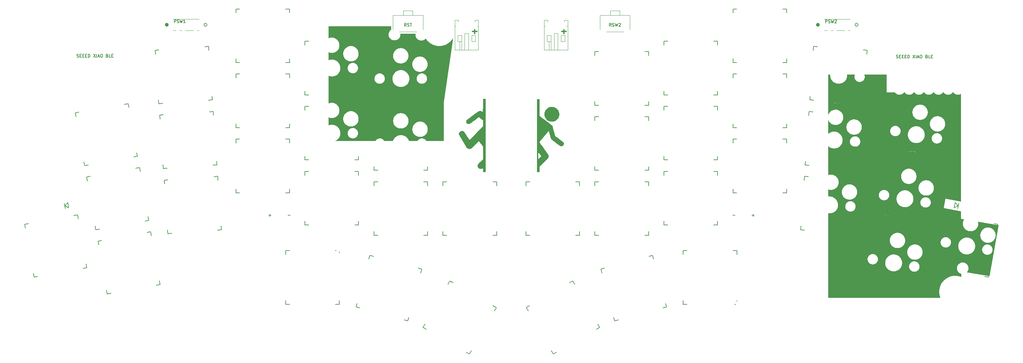
<source format=gto>
G04 #@! TF.GenerationSoftware,KiCad,Pcbnew,9.0.2*
G04 #@! TF.CreationDate,2025-07-01T15:12:57+09:00*
G04 #@! TF.ProjectId,totem+1,746f7465-6d2b-4312-9e6b-696361645f70,0.3*
G04 #@! TF.SameCoordinates,Original*
G04 #@! TF.FileFunction,Legend,Top*
G04 #@! TF.FilePolarity,Positive*
%FSLAX46Y46*%
G04 Gerber Fmt 4.6, Leading zero omitted, Abs format (unit mm)*
G04 Created by KiCad (PCBNEW 9.0.2) date 2025-07-01 15:12:57*
%MOMM*%
%LPD*%
G01*
G04 APERTURE LIST*
G04 Aperture macros list*
%AMRotRect*
0 Rectangle, with rotation*
0 The origin of the aperture is its center*
0 $1 length*
0 $2 width*
0 $3 Rotation angle, in degrees counterclockwise*
0 Add horizontal line*
21,1,$1,$2,0,0,$3*%
G04 Aperture macros list end*
%ADD10C,0.150000*%
%ADD11C,1.630635*%
%ADD12C,1.702362*%
%ADD13C,1.873025*%
%ADD14C,0.000000*%
%ADD15C,0.475000*%
%ADD16C,1.593871*%
%ADD17C,0.300000*%
%ADD18C,0.120000*%
%ADD19C,2.500000*%
%ADD20C,0.750000*%
%ADD21C,1.701800*%
%ADD22C,3.000000*%
%ADD23C,3.429000*%
%ADD24C,0.500000*%
%ADD25C,5.600000*%
%ADD26O,1.800000X2.750000*%
%ADD27C,1.397000*%
%ADD28C,1.500000*%
%ADD29C,2.200000*%
%ADD30O,1.800000X2.200000*%
%ADD31O,1.800000X2.500000*%
%ADD32C,0.900000*%
%ADD33R,0.700000X1.000000*%
%ADD34R,1.000000X2.800000*%
%ADD35C,2.100000*%
%ADD36RotRect,1.800000X1.500000X170.000000*%
%ADD37C,1.800000*%
%ADD38O,2.200000X1.800000*%
%ADD39O,2.500000X1.800000*%
%ADD40RotRect,1.800000X1.500000X10.000000*%
%ADD41C,2.000000*%
%ADD42O,1.200000X1.750000*%
G04 APERTURE END LIST*
D10*
X36660064Y-59764200D02*
X36774350Y-59802295D01*
X36774350Y-59802295D02*
X36964826Y-59802295D01*
X36964826Y-59802295D02*
X37041017Y-59764200D01*
X37041017Y-59764200D02*
X37079112Y-59726104D01*
X37079112Y-59726104D02*
X37117207Y-59649914D01*
X37117207Y-59649914D02*
X37117207Y-59573723D01*
X37117207Y-59573723D02*
X37079112Y-59497533D01*
X37079112Y-59497533D02*
X37041017Y-59459438D01*
X37041017Y-59459438D02*
X36964826Y-59421342D01*
X36964826Y-59421342D02*
X36812445Y-59383247D01*
X36812445Y-59383247D02*
X36736255Y-59345152D01*
X36736255Y-59345152D02*
X36698160Y-59307057D01*
X36698160Y-59307057D02*
X36660064Y-59230866D01*
X36660064Y-59230866D02*
X36660064Y-59154676D01*
X36660064Y-59154676D02*
X36698160Y-59078485D01*
X36698160Y-59078485D02*
X36736255Y-59040390D01*
X36736255Y-59040390D02*
X36812445Y-59002295D01*
X36812445Y-59002295D02*
X37002922Y-59002295D01*
X37002922Y-59002295D02*
X37117207Y-59040390D01*
X37460065Y-59383247D02*
X37726731Y-59383247D01*
X37841017Y-59802295D02*
X37460065Y-59802295D01*
X37460065Y-59802295D02*
X37460065Y-59002295D01*
X37460065Y-59002295D02*
X37841017Y-59002295D01*
X38183875Y-59383247D02*
X38450541Y-59383247D01*
X38564827Y-59802295D02*
X38183875Y-59802295D01*
X38183875Y-59802295D02*
X38183875Y-59002295D01*
X38183875Y-59002295D02*
X38564827Y-59002295D01*
X38907685Y-59383247D02*
X39174351Y-59383247D01*
X39288637Y-59802295D02*
X38907685Y-59802295D01*
X38907685Y-59802295D02*
X38907685Y-59002295D01*
X38907685Y-59002295D02*
X39288637Y-59002295D01*
X39631495Y-59802295D02*
X39631495Y-59002295D01*
X39631495Y-59002295D02*
X39821971Y-59002295D01*
X39821971Y-59002295D02*
X39936257Y-59040390D01*
X39936257Y-59040390D02*
X40012447Y-59116580D01*
X40012447Y-59116580D02*
X40050542Y-59192771D01*
X40050542Y-59192771D02*
X40088638Y-59345152D01*
X40088638Y-59345152D02*
X40088638Y-59459438D01*
X40088638Y-59459438D02*
X40050542Y-59611819D01*
X40050542Y-59611819D02*
X40012447Y-59688009D01*
X40012447Y-59688009D02*
X39936257Y-59764200D01*
X39936257Y-59764200D02*
X39821971Y-59802295D01*
X39821971Y-59802295D02*
X39631495Y-59802295D01*
X40964828Y-59002295D02*
X41498162Y-59802295D01*
X41498162Y-59002295D02*
X40964828Y-59802295D01*
X41802924Y-59802295D02*
X41802924Y-59002295D01*
X42145780Y-59573723D02*
X42526733Y-59573723D01*
X42069590Y-59802295D02*
X42336257Y-59002295D01*
X42336257Y-59002295D02*
X42602923Y-59802295D01*
X43021971Y-59002295D02*
X43174352Y-59002295D01*
X43174352Y-59002295D02*
X43250542Y-59040390D01*
X43250542Y-59040390D02*
X43326733Y-59116580D01*
X43326733Y-59116580D02*
X43364828Y-59268961D01*
X43364828Y-59268961D02*
X43364828Y-59535628D01*
X43364828Y-59535628D02*
X43326733Y-59688009D01*
X43326733Y-59688009D02*
X43250542Y-59764200D01*
X43250542Y-59764200D02*
X43174352Y-59802295D01*
X43174352Y-59802295D02*
X43021971Y-59802295D01*
X43021971Y-59802295D02*
X42945780Y-59764200D01*
X42945780Y-59764200D02*
X42869590Y-59688009D01*
X42869590Y-59688009D02*
X42831494Y-59535628D01*
X42831494Y-59535628D02*
X42831494Y-59268961D01*
X42831494Y-59268961D02*
X42869590Y-59116580D01*
X42869590Y-59116580D02*
X42945780Y-59040390D01*
X42945780Y-59040390D02*
X43021971Y-59002295D01*
X44583875Y-59383247D02*
X44698161Y-59421342D01*
X44698161Y-59421342D02*
X44736256Y-59459438D01*
X44736256Y-59459438D02*
X44774352Y-59535628D01*
X44774352Y-59535628D02*
X44774352Y-59649914D01*
X44774352Y-59649914D02*
X44736256Y-59726104D01*
X44736256Y-59726104D02*
X44698161Y-59764200D01*
X44698161Y-59764200D02*
X44621971Y-59802295D01*
X44621971Y-59802295D02*
X44317209Y-59802295D01*
X44317209Y-59802295D02*
X44317209Y-59002295D01*
X44317209Y-59002295D02*
X44583875Y-59002295D01*
X44583875Y-59002295D02*
X44660066Y-59040390D01*
X44660066Y-59040390D02*
X44698161Y-59078485D01*
X44698161Y-59078485D02*
X44736256Y-59154676D01*
X44736256Y-59154676D02*
X44736256Y-59230866D01*
X44736256Y-59230866D02*
X44698161Y-59307057D01*
X44698161Y-59307057D02*
X44660066Y-59345152D01*
X44660066Y-59345152D02*
X44583875Y-59383247D01*
X44583875Y-59383247D02*
X44317209Y-59383247D01*
X45498161Y-59802295D02*
X45117209Y-59802295D01*
X45117209Y-59802295D02*
X45117209Y-59002295D01*
X45764828Y-59383247D02*
X46031494Y-59383247D01*
X46145780Y-59802295D02*
X45764828Y-59802295D01*
X45764828Y-59802295D02*
X45764828Y-59002295D01*
X45764828Y-59002295D02*
X46145780Y-59002295D01*
D11*
X235724317Y-70290000D02*
G75*
G02*
X234093683Y-70290000I-815317J0D01*
G01*
X234093683Y-70290000D02*
G75*
G02*
X235724317Y-70290000I815317J0D01*
G01*
X255324317Y-85914451D02*
G75*
G02*
X253693683Y-85914451I-815317J0D01*
G01*
X253693683Y-85914451D02*
G75*
G02*
X255324317Y-85914451I815317J0D01*
G01*
X250724317Y-82890000D02*
G75*
G02*
X249093683Y-82890000I-815317J0D01*
G01*
X249093683Y-82890000D02*
G75*
G02*
X250724317Y-82890000I815317J0D01*
G01*
X252424317Y-102590000D02*
G75*
G02*
X250793683Y-102590000I-815317J0D01*
G01*
X250793683Y-102590000D02*
G75*
G02*
X252424317Y-102590000I815317J0D01*
G01*
D12*
X263934605Y-111847835D02*
G75*
G02*
X262232243Y-111847835I-851181J0D01*
G01*
X262232243Y-111847835D02*
G75*
G02*
X263934605Y-111847835I851181J0D01*
G01*
D11*
X244924317Y-116390000D02*
G75*
G02*
X243293683Y-116390000I-815317J0D01*
G01*
X243293683Y-116390000D02*
G75*
G02*
X244924317Y-116390000I815317J0D01*
G01*
D13*
X249545512Y-119110906D02*
G75*
G02*
X247672488Y-119110906I-936512J0D01*
G01*
X247672488Y-119110906D02*
G75*
G02*
X249545512Y-119110906I936512J0D01*
G01*
D11*
X247724317Y-99590000D02*
G75*
G02*
X246093683Y-99590000I-815317J0D01*
G01*
X246093683Y-99590000D02*
G75*
G02*
X247724317Y-99590000I815317J0D01*
G01*
D10*
X70600000Y-51300000D02*
G75*
G02*
X69800000Y-51300000I-400000J0D01*
G01*
X69800000Y-51300000D02*
G75*
G02*
X70600000Y-51300000I400000J0D01*
G01*
X213305500Y-101091000D02*
X212688500Y-101091000D01*
X91676000Y-101090000D02*
X92293000Y-101090000D01*
D14*
G36*
X118600871Y-52560582D02*
G01*
X118529051Y-52615498D01*
X118460555Y-52674305D01*
X118395562Y-52736843D01*
X118334253Y-52802951D01*
X118276810Y-52872471D01*
X118223413Y-52945241D01*
X118174243Y-53021101D01*
X118129481Y-53099891D01*
X118089308Y-53181451D01*
X118053904Y-53265620D01*
X118023451Y-53352239D01*
X117998129Y-53441148D01*
X117978120Y-53532185D01*
X117963603Y-53625191D01*
X117958462Y-53672383D01*
X117954761Y-53720006D01*
X117952524Y-53768042D01*
X117951773Y-53816470D01*
X117953793Y-53896025D01*
X117959786Y-53974551D01*
X117969656Y-54051951D01*
X117983302Y-54128126D01*
X118000628Y-54202979D01*
X118021535Y-54276410D01*
X118045925Y-54348322D01*
X118073699Y-54418617D01*
X118104761Y-54487195D01*
X118139010Y-54553960D01*
X118176350Y-54618813D01*
X118216682Y-54681656D01*
X118259907Y-54742391D01*
X118305928Y-54800918D01*
X118354647Y-54857141D01*
X118405965Y-54910961D01*
X118459784Y-54962280D01*
X118516006Y-55011000D01*
X118574532Y-55057022D01*
X118635265Y-55100249D01*
X118698107Y-55140581D01*
X118762959Y-55177922D01*
X118829722Y-55212172D01*
X118898300Y-55243234D01*
X118968593Y-55271009D01*
X119040503Y-55295399D01*
X119113933Y-55316307D01*
X119188784Y-55333633D01*
X119264957Y-55347280D01*
X119342356Y-55357149D01*
X119420880Y-55363143D01*
X119500434Y-55365162D01*
X119579987Y-55363143D01*
X119658512Y-55357149D01*
X119735910Y-55347280D01*
X119812083Y-55333633D01*
X119886934Y-55316307D01*
X119960364Y-55295399D01*
X120032275Y-55271009D01*
X120102567Y-55243234D01*
X120171145Y-55212172D01*
X120237909Y-55177922D01*
X120302760Y-55140581D01*
X120365602Y-55100249D01*
X120426335Y-55057022D01*
X120484861Y-55011000D01*
X120541083Y-54962280D01*
X120594902Y-54910961D01*
X120646220Y-54857141D01*
X120694939Y-54800918D01*
X120740960Y-54742391D01*
X120784185Y-54681656D01*
X120824517Y-54618813D01*
X120861857Y-54553960D01*
X120896106Y-54487195D01*
X120927168Y-54418617D01*
X120954942Y-54348322D01*
X120979332Y-54276410D01*
X121000239Y-54202979D01*
X121017565Y-54128126D01*
X121031212Y-54051951D01*
X121041081Y-53974551D01*
X121047074Y-53896025D01*
X121049094Y-53816470D01*
X121048618Y-53791334D01*
X121047275Y-53766199D01*
X121045188Y-53741064D01*
X121042480Y-53715928D01*
X121039276Y-53690793D01*
X121035700Y-53665657D01*
X121027928Y-53615387D01*
X124971900Y-53615387D01*
X124966787Y-53645820D01*
X124962088Y-53676296D01*
X124957885Y-53706854D01*
X124954261Y-53737536D01*
X124951298Y-53768383D01*
X124949079Y-53799437D01*
X124947688Y-53830739D01*
X124947205Y-53862331D01*
X124949225Y-53941886D01*
X124955218Y-54020412D01*
X124965087Y-54097812D01*
X124978734Y-54173987D01*
X124996060Y-54248840D01*
X125016967Y-54322271D01*
X125041357Y-54394183D01*
X125069131Y-54464478D01*
X125100193Y-54533056D01*
X125134442Y-54599821D01*
X125171782Y-54664674D01*
X125212114Y-54727517D01*
X125255339Y-54788252D01*
X125301360Y-54846779D01*
X125350079Y-54903002D01*
X125401397Y-54956822D01*
X125455216Y-55008141D01*
X125511438Y-55056861D01*
X125569964Y-55102883D01*
X125630697Y-55146109D01*
X125693539Y-55186442D01*
X125758390Y-55223783D01*
X125825154Y-55258033D01*
X125893732Y-55289094D01*
X125964024Y-55316870D01*
X126035935Y-55341260D01*
X126109365Y-55362167D01*
X126184215Y-55379494D01*
X126260389Y-55393141D01*
X126337787Y-55403010D01*
X126416312Y-55409003D01*
X126495865Y-55411023D01*
X126583198Y-55408526D01*
X126669171Y-55401136D01*
X126753667Y-55389001D01*
X126836565Y-55372273D01*
X126917748Y-55351100D01*
X126997097Y-55325633D01*
X127074492Y-55296022D01*
X127149815Y-55262416D01*
X127222946Y-55224965D01*
X127293768Y-55183819D01*
X127362161Y-55139129D01*
X127428006Y-55091043D01*
X127491185Y-55039712D01*
X127551579Y-54985285D01*
X127609068Y-54927913D01*
X127663535Y-54867746D01*
X127807137Y-55085348D01*
X127963720Y-55293256D01*
X128132705Y-55490870D01*
X128313514Y-55677591D01*
X128505567Y-55852818D01*
X128708285Y-56015954D01*
X128921091Y-56166397D01*
X129031096Y-56236672D01*
X129143405Y-56303550D01*
X129257947Y-56366955D01*
X129374649Y-56426812D01*
X129493438Y-56483047D01*
X129614243Y-56535584D01*
X129736991Y-56584349D01*
X129861609Y-56629266D01*
X129988026Y-56670261D01*
X130116169Y-56707259D01*
X130245965Y-56740186D01*
X130377343Y-56768965D01*
X130510229Y-56793522D01*
X130644553Y-56813782D01*
X130780240Y-56829670D01*
X130917219Y-56841112D01*
X131055418Y-56848032D01*
X131194764Y-56850355D01*
X131473256Y-56840542D01*
X131748586Y-56811536D01*
X132019906Y-56763988D01*
X132286368Y-56698550D01*
X132547125Y-56615873D01*
X132801330Y-56516608D01*
X133048135Y-56401406D01*
X133286692Y-56270918D01*
X133516155Y-56125795D01*
X133735675Y-55966689D01*
X133944405Y-55794250D01*
X134141498Y-55609130D01*
X134326107Y-55411979D01*
X134497383Y-55203449D01*
X134654480Y-54984192D01*
X134796549Y-54754857D01*
X132351851Y-71593633D01*
X132351851Y-81668242D01*
X127818755Y-81668242D01*
X127796342Y-81630595D01*
X127772776Y-81593739D01*
X127748083Y-81557701D01*
X127722287Y-81522508D01*
X127695413Y-81488185D01*
X127667488Y-81454759D01*
X127638535Y-81422257D01*
X127608580Y-81390705D01*
X127577649Y-81360130D01*
X127545766Y-81330558D01*
X127512957Y-81302016D01*
X127479247Y-81274530D01*
X127444661Y-81248126D01*
X127409224Y-81222832D01*
X127372962Y-81198673D01*
X127335899Y-81175676D01*
X127298062Y-81153868D01*
X127259474Y-81133275D01*
X127220162Y-81113923D01*
X127180150Y-81095840D01*
X127139464Y-81079051D01*
X127098128Y-81063583D01*
X127056169Y-81049462D01*
X127013611Y-81036715D01*
X126970479Y-81025369D01*
X126926799Y-81015450D01*
X126882596Y-81006984D01*
X126837894Y-80999998D01*
X126792720Y-80994518D01*
X126747098Y-80990571D01*
X126701054Y-80988183D01*
X126654612Y-80987382D01*
X126562126Y-80990571D01*
X126471330Y-80999998D01*
X126382425Y-81015450D01*
X126295613Y-81036715D01*
X126211095Y-81063583D01*
X126129073Y-81095840D01*
X126049749Y-81133275D01*
X125973324Y-81175676D01*
X125900000Y-81222832D01*
X125829977Y-81274530D01*
X125763458Y-81330558D01*
X125700644Y-81390705D01*
X125641737Y-81454759D01*
X125586938Y-81522508D01*
X125536448Y-81593739D01*
X125490470Y-81668242D01*
X123292712Y-81668242D01*
X123264644Y-81585293D01*
X123233405Y-81503845D01*
X123199069Y-81423972D01*
X123161711Y-81345747D01*
X123121405Y-81269246D01*
X123078225Y-81194543D01*
X123032246Y-81121712D01*
X122983541Y-81050826D01*
X122932186Y-80981962D01*
X122878254Y-80915192D01*
X122821819Y-80850592D01*
X122762957Y-80788234D01*
X122701740Y-80728195D01*
X122638244Y-80670547D01*
X122572543Y-80615366D01*
X122504711Y-80562725D01*
X122434822Y-80512699D01*
X122362951Y-80465362D01*
X122289171Y-80420789D01*
X122213558Y-80379053D01*
X122136186Y-80340229D01*
X122057128Y-80304392D01*
X121976459Y-80271615D01*
X121894253Y-80241972D01*
X121810585Y-80215539D01*
X121725529Y-80192390D01*
X121639159Y-80172598D01*
X121551549Y-80156238D01*
X121462775Y-80143384D01*
X121372909Y-80134111D01*
X121282026Y-80128492D01*
X121190201Y-80126603D01*
X121098376Y-80128492D01*
X121007494Y-80134111D01*
X120917628Y-80143384D01*
X120828853Y-80156237D01*
X120654874Y-80192389D01*
X120486150Y-80241972D01*
X120323275Y-80304391D01*
X120166845Y-80379052D01*
X120017452Y-80465361D01*
X119875692Y-80562724D01*
X119742159Y-80670546D01*
X119617447Y-80788233D01*
X119502150Y-80915190D01*
X119396862Y-81050825D01*
X119302178Y-81194541D01*
X119218693Y-81345746D01*
X119146999Y-81503844D01*
X119087693Y-81668242D01*
X116822907Y-81668242D01*
X116800494Y-81630595D01*
X116776929Y-81593739D01*
X116752236Y-81557701D01*
X116726440Y-81522508D01*
X116699566Y-81488185D01*
X116671641Y-81454759D01*
X116642688Y-81422257D01*
X116612733Y-81390705D01*
X116581802Y-81360130D01*
X116549919Y-81330558D01*
X116517110Y-81302016D01*
X116483400Y-81274530D01*
X116448814Y-81248126D01*
X116413378Y-81222832D01*
X116377115Y-81198673D01*
X116340053Y-81175676D01*
X116302215Y-81153868D01*
X116263628Y-81133275D01*
X116224315Y-81113923D01*
X116184304Y-81095840D01*
X116143617Y-81079051D01*
X116102282Y-81063583D01*
X116060322Y-81049462D01*
X116017764Y-81036715D01*
X115974632Y-81025369D01*
X115930952Y-81015450D01*
X115886749Y-81006984D01*
X115842047Y-80999998D01*
X115796873Y-80994518D01*
X115751251Y-80990571D01*
X115705207Y-80988183D01*
X115658765Y-80987382D01*
X115566279Y-80990571D01*
X115475483Y-80999998D01*
X115386579Y-81015450D01*
X115299767Y-81036715D01*
X115215249Y-81063583D01*
X115133228Y-81095840D01*
X115053904Y-81133275D01*
X114977478Y-81175676D01*
X114904154Y-81222832D01*
X114834131Y-81274530D01*
X114767612Y-81330558D01*
X114704798Y-81390705D01*
X114645891Y-81454759D01*
X114591092Y-81522508D01*
X114540603Y-81593739D01*
X114494625Y-81668242D01*
X103946798Y-81668242D01*
X104023814Y-81637071D01*
X104099381Y-81603131D01*
X104173431Y-81566484D01*
X104245902Y-81527193D01*
X104316726Y-81485321D01*
X104385839Y-81440930D01*
X104453176Y-81394084D01*
X104518672Y-81344844D01*
X104582260Y-81293273D01*
X104643876Y-81239435D01*
X104703456Y-81183392D01*
X104760932Y-81125205D01*
X104816241Y-81064939D01*
X104869317Y-81002656D01*
X104920094Y-80938418D01*
X104968509Y-80872287D01*
X105014494Y-80804328D01*
X105057985Y-80734602D01*
X105098917Y-80663172D01*
X105137225Y-80590100D01*
X105172843Y-80515450D01*
X105205706Y-80439284D01*
X105235749Y-80361664D01*
X105262906Y-80282654D01*
X105287113Y-80202315D01*
X105308304Y-80120711D01*
X105326414Y-80037905D01*
X105341377Y-79953958D01*
X105353129Y-79868934D01*
X105361604Y-79782895D01*
X105366736Y-79695904D01*
X105368254Y-79618605D01*
X107276948Y-79618605D01*
X107278711Y-79687972D01*
X107283944Y-79756446D01*
X107292560Y-79823943D01*
X107304474Y-79890375D01*
X107319599Y-79955658D01*
X107337850Y-80019705D01*
X107359141Y-80082431D01*
X107383386Y-80143749D01*
X107410498Y-80203573D01*
X107440393Y-80261818D01*
X107472984Y-80318398D01*
X107508185Y-80373226D01*
X107545910Y-80426218D01*
X107586074Y-80477286D01*
X107628591Y-80526346D01*
X107673374Y-80573311D01*
X107720337Y-80618095D01*
X107769396Y-80660612D01*
X107820463Y-80700777D01*
X107873453Y-80738503D01*
X107928281Y-80773705D01*
X107984859Y-80806296D01*
X108043103Y-80836192D01*
X108102926Y-80863305D01*
X108164243Y-80887550D01*
X108226967Y-80908841D01*
X108291012Y-80927092D01*
X108356294Y-80942218D01*
X108422725Y-80954132D01*
X108490220Y-80962748D01*
X108558693Y-80967981D01*
X108628058Y-80969744D01*
X108697423Y-80967981D01*
X108765896Y-80962748D01*
X108833391Y-80954132D01*
X108899822Y-80942218D01*
X108965103Y-80927092D01*
X109029148Y-80908841D01*
X109091873Y-80887550D01*
X109153189Y-80863305D01*
X109213012Y-80836192D01*
X109271256Y-80806296D01*
X109327835Y-80773705D01*
X109382662Y-80738503D01*
X109435652Y-80700777D01*
X109486720Y-80660612D01*
X109535778Y-80618095D01*
X109582742Y-80573311D01*
X109627525Y-80526346D01*
X109670041Y-80477286D01*
X109710205Y-80426218D01*
X109747931Y-80373226D01*
X109783132Y-80318398D01*
X109815723Y-80261818D01*
X109845618Y-80203573D01*
X109872730Y-80143749D01*
X109896975Y-80082431D01*
X109918266Y-80019705D01*
X109936516Y-79955658D01*
X109951642Y-79890375D01*
X109963556Y-79823943D01*
X109972172Y-79756446D01*
X109977404Y-79687972D01*
X109979168Y-79618605D01*
X109977404Y-79549239D01*
X109972172Y-79480765D01*
X109963556Y-79413268D01*
X109951642Y-79346836D01*
X109936516Y-79281553D01*
X109918266Y-79217506D01*
X109896975Y-79154781D01*
X109872730Y-79093463D01*
X109845618Y-79033639D01*
X109815723Y-78975394D01*
X109783132Y-78918814D01*
X109747931Y-78863986D01*
X109710205Y-78810994D01*
X109670041Y-78759926D01*
X109627525Y-78710866D01*
X109582742Y-78663902D01*
X109535778Y-78619118D01*
X109500445Y-78588496D01*
X124153473Y-78588496D01*
X124156078Y-78691383D01*
X124163806Y-78792925D01*
X124176533Y-78892995D01*
X124194132Y-78991468D01*
X124216477Y-79088218D01*
X124243443Y-79183118D01*
X124274903Y-79276042D01*
X124310732Y-79366866D01*
X124350803Y-79455462D01*
X124394991Y-79541705D01*
X124443169Y-79625469D01*
X124495213Y-79706628D01*
X124550994Y-79785055D01*
X124610389Y-79860626D01*
X124673271Y-79933214D01*
X124739513Y-80002692D01*
X124808990Y-80068936D01*
X124881576Y-80131819D01*
X124957145Y-80191215D01*
X125035571Y-80246998D01*
X125116728Y-80299042D01*
X125200490Y-80347221D01*
X125286731Y-80391410D01*
X125375326Y-80431482D01*
X125466147Y-80467312D01*
X125559070Y-80498773D01*
X125653968Y-80525739D01*
X125750716Y-80548085D01*
X125849186Y-80565684D01*
X125949255Y-80578411D01*
X126050794Y-80586140D01*
X126153680Y-80588744D01*
X126256565Y-80586140D01*
X126358104Y-80578411D01*
X126458173Y-80565684D01*
X126556643Y-80548085D01*
X126653391Y-80525739D01*
X126748289Y-80498773D01*
X126841212Y-80467312D01*
X126932033Y-80431482D01*
X127020628Y-80391410D01*
X127106869Y-80347221D01*
X127190631Y-80299042D01*
X127271788Y-80246998D01*
X127350214Y-80191215D01*
X127425783Y-80131819D01*
X127498369Y-80068936D01*
X127567846Y-80002692D01*
X127634088Y-79933214D01*
X127696970Y-79860626D01*
X127756364Y-79785055D01*
X127812146Y-79706628D01*
X127864190Y-79625469D01*
X127912368Y-79541705D01*
X127956556Y-79455462D01*
X127996627Y-79366866D01*
X128032456Y-79276042D01*
X128060995Y-79191746D01*
X128063916Y-79183118D01*
X128090882Y-79088218D01*
X128113227Y-78991468D01*
X128130826Y-78892995D01*
X128143553Y-78792925D01*
X128151281Y-78691383D01*
X128153885Y-78588496D01*
X128151281Y-78485609D01*
X128143553Y-78384067D01*
X128130826Y-78283997D01*
X128113227Y-78185524D01*
X128090882Y-78088775D01*
X128063916Y-77993875D01*
X128032456Y-77900950D01*
X127996627Y-77810127D01*
X127956556Y-77721531D01*
X127912368Y-77635288D01*
X127864190Y-77551524D01*
X127812146Y-77470365D01*
X127756364Y-77391938D01*
X127696970Y-77316367D01*
X127634088Y-77243780D01*
X127567846Y-77174301D01*
X127498369Y-77108058D01*
X127425783Y-77045175D01*
X127350214Y-76985779D01*
X127271788Y-76929996D01*
X127190631Y-76877952D01*
X127106869Y-76829772D01*
X127020628Y-76785584D01*
X126932033Y-76745512D01*
X126841212Y-76709682D01*
X126748289Y-76678221D01*
X126653391Y-76651255D01*
X126556643Y-76628909D01*
X126458173Y-76611309D01*
X126358104Y-76598583D01*
X126256565Y-76590854D01*
X126153680Y-76588250D01*
X126050794Y-76590854D01*
X125949255Y-76598583D01*
X125849186Y-76611309D01*
X125750716Y-76628909D01*
X125653968Y-76651255D01*
X125559070Y-76678221D01*
X125466147Y-76709682D01*
X125375326Y-76745512D01*
X125286731Y-76785584D01*
X125200490Y-76829772D01*
X125116728Y-76877952D01*
X125035571Y-76929996D01*
X124957145Y-76985779D01*
X124881576Y-77045175D01*
X124808990Y-77108058D01*
X124739513Y-77174301D01*
X124673271Y-77243780D01*
X124610389Y-77316367D01*
X124550994Y-77391938D01*
X124495213Y-77470365D01*
X124443169Y-77551524D01*
X124394991Y-77635288D01*
X124350803Y-77721531D01*
X124310732Y-77810127D01*
X124274903Y-77900950D01*
X124243443Y-77993875D01*
X124216477Y-78088775D01*
X124194132Y-78185524D01*
X124176533Y-78283997D01*
X124163806Y-78384067D01*
X124156078Y-78485609D01*
X124153473Y-78588496D01*
X109500445Y-78588496D01*
X109486720Y-78576601D01*
X109435652Y-78536436D01*
X109382662Y-78498710D01*
X109327835Y-78463508D01*
X109271256Y-78430916D01*
X109213012Y-78401021D01*
X109153189Y-78373908D01*
X109091873Y-78349663D01*
X109029148Y-78328371D01*
X108965103Y-78310120D01*
X108899822Y-78294994D01*
X108833391Y-78283081D01*
X108765896Y-78274464D01*
X108697423Y-78269231D01*
X108628058Y-78267468D01*
X108558693Y-78269231D01*
X108490220Y-78274464D01*
X108422725Y-78283081D01*
X108356294Y-78294994D01*
X108291012Y-78310120D01*
X108226967Y-78328371D01*
X108164243Y-78349663D01*
X108102926Y-78373908D01*
X108043103Y-78401021D01*
X107984859Y-78430916D01*
X107928281Y-78463508D01*
X107873453Y-78498710D01*
X107820463Y-78536436D01*
X107769396Y-78576601D01*
X107720337Y-78619118D01*
X107673373Y-78663902D01*
X107628590Y-78710866D01*
X107586074Y-78759926D01*
X107545910Y-78810994D01*
X107508185Y-78863986D01*
X107472984Y-78918814D01*
X107440393Y-78975394D01*
X107410498Y-79033639D01*
X107383385Y-79093463D01*
X107359141Y-79154781D01*
X107337850Y-79217506D01*
X107319599Y-79281553D01*
X107304474Y-79346836D01*
X107292560Y-79413268D01*
X107283944Y-79480765D01*
X107278711Y-79549239D01*
X107276948Y-79618605D01*
X105368254Y-79618605D01*
X105368462Y-79608023D01*
X105365591Y-79494617D01*
X105357072Y-79382693D01*
X105343042Y-79272390D01*
X105323642Y-79163848D01*
X105299010Y-79057205D01*
X105269284Y-78952599D01*
X105234604Y-78850171D01*
X105195108Y-78750058D01*
X105150936Y-78652400D01*
X105102226Y-78557335D01*
X105049117Y-78465003D01*
X104991749Y-78375542D01*
X104930259Y-78289091D01*
X104864787Y-78205790D01*
X104795471Y-78125776D01*
X104722451Y-78049189D01*
X104645866Y-77976167D01*
X104565854Y-77906850D01*
X104482554Y-77841377D01*
X104396105Y-77779886D01*
X104306645Y-77722516D01*
X104214315Y-77669406D01*
X104119252Y-77620695D01*
X104021596Y-77576522D01*
X103921486Y-77537025D01*
X103819059Y-77502345D01*
X103714456Y-77472618D01*
X103607815Y-77447985D01*
X103499274Y-77428585D01*
X103388974Y-77414555D01*
X103277052Y-77406035D01*
X103163648Y-77403165D01*
X103107593Y-77403865D01*
X103051885Y-77405955D01*
X102996538Y-77409420D01*
X102941568Y-77414244D01*
X102886991Y-77420411D01*
X102832823Y-77427907D01*
X102779078Y-77436715D01*
X102725772Y-77446820D01*
X102672921Y-77458207D01*
X102620541Y-77470860D01*
X102568646Y-77484764D01*
X102517252Y-77499903D01*
X102466375Y-77516261D01*
X102416030Y-77533824D01*
X102366233Y-77552575D01*
X102317000Y-77572499D01*
X102317000Y-75868584D01*
X106126917Y-75868584D01*
X106129522Y-75971471D01*
X106137250Y-76073013D01*
X106149977Y-76173083D01*
X106167576Y-76271556D01*
X106189921Y-76368305D01*
X106216887Y-76463205D01*
X106248347Y-76556130D01*
X106284176Y-76646953D01*
X106324247Y-76735550D01*
X106368435Y-76821792D01*
X106416613Y-76905556D01*
X106468657Y-76986715D01*
X106524439Y-77065142D01*
X106583833Y-77140713D01*
X106646715Y-77213300D01*
X106712957Y-77282779D01*
X106782434Y-77349023D01*
X106855020Y-77411905D01*
X106930589Y-77471301D01*
X107009015Y-77527084D01*
X107090172Y-77579128D01*
X107173934Y-77627308D01*
X107260175Y-77671497D01*
X107348770Y-77711569D01*
X107439591Y-77747398D01*
X107532514Y-77778859D01*
X107627412Y-77805826D01*
X107724160Y-77828171D01*
X107822631Y-77845771D01*
X107922699Y-77858498D01*
X108024239Y-77866226D01*
X108127124Y-77868830D01*
X108230009Y-77866226D01*
X108331549Y-77858498D01*
X108431617Y-77845771D01*
X108530088Y-77828171D01*
X108626835Y-77805826D01*
X108721734Y-77778859D01*
X108814656Y-77747398D01*
X108905478Y-77711569D01*
X108994073Y-77671497D01*
X109080314Y-77627308D01*
X109164076Y-77579128D01*
X109245233Y-77527084D01*
X109323659Y-77471301D01*
X109399228Y-77411905D01*
X109471814Y-77349023D01*
X109541291Y-77282779D01*
X109607534Y-77213300D01*
X109670415Y-77140713D01*
X109729810Y-77065142D01*
X109785592Y-76986715D01*
X109837635Y-76905556D01*
X109885813Y-76821792D01*
X109930001Y-76735550D01*
X109970072Y-76646953D01*
X110005901Y-76556130D01*
X110037361Y-76463205D01*
X110058968Y-76387166D01*
X119151192Y-76387166D01*
X119153796Y-76490053D01*
X119161525Y-76591595D01*
X119174252Y-76691665D01*
X119191850Y-76790138D01*
X119214196Y-76886887D01*
X119241161Y-76981787D01*
X119272622Y-77074712D01*
X119308451Y-77165536D01*
X119348522Y-77254132D01*
X119392710Y-77340375D01*
X119440888Y-77424139D01*
X119492931Y-77505298D01*
X119548713Y-77583725D01*
X119608108Y-77659296D01*
X119670989Y-77731884D01*
X119737232Y-77801362D01*
X119806709Y-77867606D01*
X119879295Y-77930488D01*
X119954864Y-77989884D01*
X120033290Y-78045667D01*
X120114447Y-78097712D01*
X120198209Y-78145891D01*
X120284450Y-78190080D01*
X120373044Y-78230152D01*
X120463866Y-78265982D01*
X120556789Y-78297443D01*
X120651687Y-78324409D01*
X120748434Y-78346755D01*
X120846905Y-78364354D01*
X120946973Y-78377081D01*
X121048513Y-78384810D01*
X121151398Y-78387414D01*
X121254283Y-78384810D01*
X121355823Y-78377081D01*
X121455891Y-78364354D01*
X121554362Y-78346755D01*
X121651110Y-78324409D01*
X121746008Y-78297443D01*
X121838931Y-78265982D01*
X121929752Y-78230152D01*
X122018346Y-78190080D01*
X122104588Y-78145891D01*
X122188350Y-78097712D01*
X122269507Y-78045667D01*
X122347933Y-77989884D01*
X122423502Y-77930488D01*
X122496088Y-77867606D01*
X122565565Y-77801362D01*
X122631807Y-77731884D01*
X122694689Y-77659296D01*
X122754083Y-77583725D01*
X122809865Y-77505298D01*
X122861908Y-77424139D01*
X122910087Y-77340375D01*
X122954275Y-77254132D01*
X122994346Y-77165536D01*
X123030175Y-77074712D01*
X123061635Y-76981787D01*
X123088601Y-76886887D01*
X123110946Y-76790138D01*
X123128545Y-76691665D01*
X123141272Y-76591595D01*
X123149000Y-76490053D01*
X123151604Y-76387166D01*
X123151606Y-76387166D01*
X123149002Y-76284279D01*
X123141274Y-76182737D01*
X123128547Y-76082667D01*
X123110948Y-75984194D01*
X123088603Y-75887445D01*
X123061637Y-75792545D01*
X123030176Y-75699620D01*
X122994348Y-75608797D01*
X122954276Y-75520201D01*
X122910088Y-75433958D01*
X122861910Y-75350194D01*
X122809866Y-75269035D01*
X122754084Y-75190608D01*
X122694690Y-75115037D01*
X122631808Y-75042450D01*
X122565566Y-74972971D01*
X122496089Y-74906728D01*
X122423503Y-74843845D01*
X122347934Y-74784449D01*
X122269508Y-74728666D01*
X122188350Y-74676622D01*
X122104588Y-74628442D01*
X122018347Y-74584253D01*
X121929752Y-74544181D01*
X121838931Y-74508352D01*
X121746008Y-74476891D01*
X121651110Y-74449925D01*
X121554362Y-74427579D01*
X121455891Y-74409979D01*
X121355823Y-74397252D01*
X121254283Y-74389524D01*
X121151398Y-74386920D01*
X121048513Y-74389524D01*
X120946973Y-74397252D01*
X120846905Y-74409979D01*
X120748434Y-74427579D01*
X120651686Y-74449925D01*
X120556788Y-74476891D01*
X120463865Y-74508352D01*
X120373044Y-74544181D01*
X120284449Y-74584253D01*
X120198208Y-74628442D01*
X120114446Y-74676622D01*
X120033289Y-74728666D01*
X119954863Y-74784449D01*
X119879294Y-74843845D01*
X119806708Y-74906728D01*
X119737231Y-74972971D01*
X119670989Y-75042450D01*
X119608107Y-75115037D01*
X119548713Y-75190608D01*
X119492931Y-75269035D01*
X119440888Y-75350194D01*
X119392709Y-75433958D01*
X119348521Y-75520201D01*
X119308450Y-75608797D01*
X119272622Y-75699620D01*
X119241161Y-75792545D01*
X119214196Y-75887445D01*
X119191850Y-75984194D01*
X119174251Y-76082667D01*
X119161525Y-76182737D01*
X119153796Y-76284279D01*
X119151192Y-76387166D01*
X110058968Y-76387166D01*
X110064327Y-76368305D01*
X110086673Y-76271556D01*
X110104272Y-76173083D01*
X110116998Y-76073013D01*
X110124727Y-75971471D01*
X110127331Y-75868584D01*
X110124727Y-75765697D01*
X110116998Y-75664155D01*
X110104272Y-75564085D01*
X110086673Y-75465612D01*
X110064327Y-75368863D01*
X110037361Y-75273963D01*
X110005901Y-75181038D01*
X109970072Y-75090214D01*
X109930001Y-75001618D01*
X109885813Y-74915375D01*
X109837635Y-74831611D01*
X109785592Y-74750452D01*
X109729810Y-74672025D01*
X109670415Y-74596454D01*
X109607534Y-74523867D01*
X109541291Y-74454388D01*
X109471814Y-74388144D01*
X109399228Y-74325262D01*
X109323659Y-74265866D01*
X109245233Y-74210083D01*
X109164076Y-74158039D01*
X109080314Y-74109859D01*
X108994073Y-74065670D01*
X108905478Y-74025598D01*
X108814656Y-73989769D01*
X108721734Y-73958308D01*
X108626835Y-73931341D01*
X108530088Y-73908995D01*
X108431617Y-73891396D01*
X108331549Y-73878669D01*
X108230009Y-73870941D01*
X108127124Y-73868336D01*
X108024239Y-73870941D01*
X107922699Y-73878669D01*
X107822631Y-73891396D01*
X107724160Y-73908995D01*
X107627413Y-73931341D01*
X107532514Y-73958308D01*
X107439592Y-73989769D01*
X107348770Y-74025598D01*
X107260176Y-74065670D01*
X107173934Y-74109859D01*
X107090172Y-74158039D01*
X107009015Y-74210083D01*
X106930589Y-74265866D01*
X106855020Y-74325262D01*
X106782434Y-74388144D01*
X106712957Y-74454388D01*
X106646715Y-74523867D01*
X106583833Y-74596454D01*
X106524439Y-74672025D01*
X106468657Y-74750452D01*
X106416614Y-74831611D01*
X106368435Y-74915375D01*
X106324247Y-75001618D01*
X106284176Y-75090214D01*
X106248347Y-75181038D01*
X106216887Y-75273963D01*
X106189921Y-75368863D01*
X106167576Y-75465612D01*
X106149977Y-75564085D01*
X106137250Y-75664155D01*
X106129522Y-75765697D01*
X106126917Y-75868584D01*
X102317000Y-75868584D01*
X102317000Y-75494641D01*
X102363628Y-75515186D01*
X102410897Y-75534480D01*
X102458787Y-75552513D01*
X102507275Y-75569275D01*
X102556343Y-75584755D01*
X102605968Y-75598944D01*
X102656131Y-75611830D01*
X102706811Y-75623404D01*
X102757987Y-75633654D01*
X102809638Y-75642572D01*
X102861744Y-75650146D01*
X102914284Y-75656366D01*
X102967237Y-75661222D01*
X103020583Y-75664703D01*
X103074302Y-75666799D01*
X103128371Y-75667500D01*
X103231256Y-75664896D01*
X103332796Y-75657168D01*
X103432864Y-75644441D01*
X103531335Y-75626841D01*
X103628083Y-75604495D01*
X103722981Y-75577529D01*
X103815904Y-75546068D01*
X103906725Y-75510239D01*
X103995320Y-75470167D01*
X104081561Y-75425978D01*
X104165323Y-75377798D01*
X104246480Y-75325754D01*
X104324906Y-75269971D01*
X104400475Y-75210575D01*
X104473061Y-75147692D01*
X104542538Y-75081449D01*
X104608781Y-75011970D01*
X104671662Y-74939383D01*
X104731057Y-74863812D01*
X104786839Y-74785385D01*
X104838882Y-74704226D01*
X104887060Y-74620462D01*
X104931248Y-74534219D01*
X104971320Y-74445623D01*
X105007148Y-74354800D01*
X105038609Y-74261875D01*
X105065574Y-74166975D01*
X105087920Y-74070226D01*
X105105519Y-73971753D01*
X105118245Y-73871683D01*
X105125974Y-73770141D01*
X105128578Y-73667254D01*
X105125974Y-73564367D01*
X105118245Y-73462825D01*
X105105519Y-73362755D01*
X105087920Y-73264282D01*
X105065574Y-73167533D01*
X105038609Y-73072632D01*
X105007148Y-72979708D01*
X104971320Y-72888884D01*
X104931248Y-72800288D01*
X104887060Y-72714045D01*
X104838882Y-72630281D01*
X104786839Y-72549122D01*
X104731057Y-72470695D01*
X104671662Y-72395124D01*
X104608781Y-72322536D01*
X104542538Y-72253058D01*
X104473061Y-72186814D01*
X104400475Y-72123932D01*
X104324906Y-72064536D01*
X104246480Y-72008753D01*
X104165323Y-71956708D01*
X104081561Y-71908529D01*
X103995320Y-71864340D01*
X103906725Y-71824268D01*
X103815904Y-71788438D01*
X103722981Y-71756977D01*
X103628083Y-71730011D01*
X103531335Y-71707665D01*
X103432864Y-71690066D01*
X103332796Y-71677339D01*
X103231256Y-71669610D01*
X103128371Y-71667006D01*
X103074302Y-71667746D01*
X103020583Y-71669948D01*
X102967237Y-71673587D01*
X102914284Y-71678637D01*
X102861744Y-71685071D01*
X102809638Y-71692865D01*
X102757987Y-71701992D01*
X102706811Y-71712426D01*
X102656131Y-71724142D01*
X102605968Y-71737114D01*
X102556343Y-71751315D01*
X102507275Y-71766721D01*
X102458786Y-71783305D01*
X102410897Y-71801041D01*
X102363628Y-71819904D01*
X102317000Y-71839867D01*
X102317000Y-71236617D01*
X119623902Y-71236617D01*
X119625860Y-71313868D01*
X119631671Y-71390114D01*
X119641241Y-71465261D01*
X119654473Y-71539214D01*
X119671274Y-71611877D01*
X119691548Y-71683156D01*
X119715200Y-71752956D01*
X119742135Y-71821181D01*
X119772259Y-71887737D01*
X119805476Y-71952529D01*
X119841692Y-72015463D01*
X119880811Y-72076442D01*
X119922739Y-72135372D01*
X119967380Y-72192158D01*
X120014640Y-72246705D01*
X120064424Y-72298919D01*
X120116637Y-72348704D01*
X120171183Y-72395965D01*
X120227968Y-72440607D01*
X120286897Y-72482535D01*
X120347875Y-72521655D01*
X120410807Y-72557872D01*
X120475597Y-72591090D01*
X120542152Y-72621214D01*
X120610377Y-72648150D01*
X120680175Y-72671802D01*
X120751452Y-72692077D01*
X120824114Y-72708878D01*
X120898065Y-72722110D01*
X120973210Y-72731680D01*
X121049455Y-72737491D01*
X121126704Y-72739449D01*
X121203953Y-72737491D01*
X121280198Y-72731680D01*
X121355343Y-72722110D01*
X121429294Y-72708877D01*
X121501956Y-72692077D01*
X121573233Y-72671802D01*
X121643031Y-72648150D01*
X121711255Y-72621214D01*
X121777810Y-72591089D01*
X121842601Y-72557871D01*
X121905533Y-72521655D01*
X121966511Y-72482535D01*
X122025440Y-72440606D01*
X122082225Y-72395964D01*
X122136771Y-72348703D01*
X122188983Y-72298918D01*
X122238767Y-72246705D01*
X122286027Y-72192157D01*
X122330669Y-72135371D01*
X122372596Y-72076441D01*
X122411716Y-72015462D01*
X122425470Y-71991561D01*
X122447931Y-71952529D01*
X122481149Y-71887736D01*
X122511272Y-71821180D01*
X122538208Y-71752955D01*
X122561860Y-71683155D01*
X122582134Y-71611876D01*
X122598935Y-71539213D01*
X122612167Y-71465261D01*
X122621736Y-71390114D01*
X122627548Y-71313868D01*
X122629506Y-71236617D01*
X122627548Y-71159366D01*
X122621736Y-71083120D01*
X122612167Y-71007973D01*
X122598935Y-70934021D01*
X122582134Y-70861358D01*
X122561860Y-70790079D01*
X122538208Y-70720280D01*
X122511273Y-70652055D01*
X122481149Y-70585498D01*
X122447932Y-70520706D01*
X122411716Y-70457773D01*
X122372597Y-70396794D01*
X122330669Y-70337864D01*
X122286028Y-70281078D01*
X122238768Y-70226531D01*
X122188984Y-70174317D01*
X122136772Y-70124532D01*
X122082226Y-70077271D01*
X122025441Y-70032629D01*
X121966512Y-69990701D01*
X121905534Y-69951581D01*
X121842602Y-69915364D01*
X121777811Y-69882146D01*
X121711256Y-69852022D01*
X121643032Y-69825086D01*
X121573234Y-69801433D01*
X121501956Y-69781159D01*
X121429294Y-69764358D01*
X121355343Y-69751125D01*
X121280198Y-69741556D01*
X121203953Y-69735744D01*
X121126704Y-69733786D01*
X121049455Y-69735744D01*
X120973210Y-69741556D01*
X120898065Y-69751125D01*
X120824114Y-69764358D01*
X120751452Y-69781159D01*
X120680175Y-69801433D01*
X120610377Y-69825086D01*
X120542152Y-69852022D01*
X120475597Y-69882146D01*
X120410807Y-69915364D01*
X120347875Y-69951580D01*
X120286897Y-69990700D01*
X120227968Y-70032629D01*
X120171183Y-70077271D01*
X120116637Y-70124532D01*
X120064424Y-70174316D01*
X120014640Y-70226530D01*
X119967380Y-70281077D01*
X119922739Y-70337863D01*
X119880811Y-70396793D01*
X119841692Y-70457772D01*
X119805476Y-70520705D01*
X119772259Y-70585497D01*
X119742135Y-70652054D01*
X119715200Y-70720279D01*
X119691548Y-70790079D01*
X119671274Y-70861357D01*
X119654473Y-70934021D01*
X119641241Y-71007973D01*
X119631671Y-71083120D01*
X119625860Y-71159366D01*
X119623902Y-71236617D01*
X102317000Y-71236617D01*
X102317000Y-69744370D01*
X102361768Y-69772103D01*
X102407425Y-69798383D01*
X102453950Y-69823164D01*
X102501322Y-69846400D01*
X102549521Y-69868045D01*
X102598527Y-69888051D01*
X102648318Y-69906373D01*
X102698873Y-69922964D01*
X102750173Y-69937777D01*
X102802197Y-69950766D01*
X102854923Y-69961884D01*
X102908331Y-69971085D01*
X102962400Y-69978322D01*
X103017111Y-69983549D01*
X103072441Y-69986719D01*
X103128371Y-69987786D01*
X103205620Y-69985828D01*
X103281865Y-69980017D01*
X103357010Y-69970447D01*
X103430961Y-69957214D01*
X103503623Y-69940413D01*
X103574900Y-69920139D01*
X103644698Y-69896487D01*
X103712922Y-69869551D01*
X103779477Y-69839426D01*
X103844268Y-69806209D01*
X103907200Y-69769992D01*
X103968178Y-69730872D01*
X104027107Y-69688944D01*
X104083892Y-69644302D01*
X104138438Y-69597041D01*
X104190650Y-69547256D01*
X104240434Y-69495043D01*
X104287694Y-69440495D01*
X104332335Y-69383709D01*
X104374263Y-69324779D01*
X104413382Y-69263800D01*
X104449598Y-69200867D01*
X104474804Y-69151702D01*
X114621622Y-69151702D01*
X114623580Y-69228642D01*
X114629391Y-69304617D01*
X114638960Y-69379531D01*
X114652193Y-69453285D01*
X114668993Y-69525784D01*
X114689267Y-69596930D01*
X114712919Y-69666627D01*
X114739855Y-69734777D01*
X114769979Y-69801284D01*
X114803196Y-69866051D01*
X114839412Y-69928980D01*
X114878531Y-69989976D01*
X114920458Y-70048941D01*
X114965100Y-70105778D01*
X115012360Y-70160390D01*
X115062143Y-70212681D01*
X115114356Y-70262553D01*
X115168902Y-70309910D01*
X115225687Y-70354654D01*
X115284616Y-70396690D01*
X115345594Y-70435919D01*
X115408526Y-70472246D01*
X115473317Y-70505573D01*
X115539872Y-70535802D01*
X115608096Y-70562839D01*
X115677894Y-70586585D01*
X115749172Y-70606943D01*
X115821833Y-70623818D01*
X115895784Y-70637111D01*
X115970930Y-70646726D01*
X116047174Y-70652566D01*
X116124424Y-70654534D01*
X116201673Y-70652576D01*
X116277918Y-70646764D01*
X116353063Y-70637195D01*
X116427014Y-70623962D01*
X116499676Y-70607162D01*
X116570953Y-70586887D01*
X116640751Y-70563235D01*
X116708975Y-70536299D01*
X116775530Y-70506174D01*
X116840321Y-70472956D01*
X116903253Y-70436740D01*
X116964231Y-70397620D01*
X117023160Y-70355692D01*
X117079945Y-70311049D01*
X117134491Y-70263788D01*
X117186704Y-70214004D01*
X117236487Y-70161790D01*
X117283747Y-70107243D01*
X117328389Y-70050457D01*
X117370317Y-69991527D01*
X117409436Y-69930548D01*
X117445651Y-69867614D01*
X117478869Y-69802822D01*
X117508992Y-69736266D01*
X117535928Y-69668040D01*
X117559580Y-69598241D01*
X117579854Y-69526962D01*
X117596654Y-69454298D01*
X117609887Y-69380346D01*
X117619456Y-69305199D01*
X117625267Y-69228953D01*
X117627225Y-69151702D01*
X117625267Y-69074461D01*
X117619456Y-68998245D01*
X117609887Y-68923146D01*
X117596654Y-68849258D01*
X117579854Y-68776675D01*
X117559580Y-68705490D01*
X117535928Y-68635797D01*
X117508992Y-68567691D01*
X117478869Y-68501263D01*
X117445651Y-68436609D01*
X117409436Y-68373822D01*
X117370317Y-68312995D01*
X117328389Y-68254222D01*
X117283747Y-68197598D01*
X117236487Y-68143214D01*
X117186704Y-68091166D01*
X117134491Y-68041546D01*
X117079945Y-67994449D01*
X117023160Y-67949968D01*
X116964231Y-67908197D01*
X116903253Y-67869229D01*
X116840321Y-67833159D01*
X116775530Y-67800079D01*
X116708975Y-67770083D01*
X116640751Y-67743266D01*
X116570953Y-67719720D01*
X116499676Y-67699540D01*
X116427014Y-67682819D01*
X116353063Y-67669651D01*
X116277918Y-67660129D01*
X116201673Y-67654347D01*
X116124424Y-67652399D01*
X116047174Y-67654357D01*
X115970930Y-67660167D01*
X115895784Y-67669735D01*
X115821833Y-67682964D01*
X115749172Y-67699758D01*
X115677894Y-67720022D01*
X115608096Y-67743661D01*
X115539872Y-67770579D01*
X115473317Y-67800680D01*
X115408526Y-67833869D01*
X115345594Y-67870050D01*
X115284616Y-67909127D01*
X115225687Y-67951005D01*
X115168902Y-67995588D01*
X115114356Y-68042781D01*
X115062143Y-68092488D01*
X115012360Y-68144614D01*
X114965100Y-68199062D01*
X114920458Y-68255738D01*
X114878531Y-68314545D01*
X114839412Y-68375388D01*
X114803196Y-68438172D01*
X114769979Y-68502801D01*
X114739855Y-68569178D01*
X114712919Y-68637210D01*
X114689267Y-68706799D01*
X114668993Y-68777851D01*
X114652193Y-68850270D01*
X114638960Y-68923960D01*
X114629391Y-68998826D01*
X114623580Y-69074771D01*
X114621622Y-69151702D01*
X104474804Y-69151702D01*
X104482815Y-69136075D01*
X104512939Y-69069519D01*
X104539874Y-69001293D01*
X104563526Y-68931494D01*
X104583800Y-68860215D01*
X104600601Y-68787552D01*
X104613833Y-68713599D01*
X104623403Y-68638452D01*
X104629214Y-68562206D01*
X104631172Y-68484956D01*
X104629214Y-68407705D01*
X104623403Y-68331459D01*
X104613833Y-68256312D01*
X104600601Y-68182360D01*
X104583800Y-68109697D01*
X104563526Y-68038418D01*
X104539874Y-67968618D01*
X104512939Y-67900393D01*
X104482815Y-67833837D01*
X104449598Y-67769044D01*
X104413382Y-67706111D01*
X104374263Y-67645132D01*
X104332335Y-67586202D01*
X104287694Y-67529416D01*
X104240434Y-67474868D01*
X104190650Y-67422655D01*
X104138438Y-67372870D01*
X104083892Y-67325609D01*
X104027107Y-67280967D01*
X103968178Y-67239038D01*
X103907200Y-67199918D01*
X103844268Y-67163702D01*
X103779477Y-67130484D01*
X103712922Y-67100360D01*
X103644698Y-67073424D01*
X103574900Y-67049771D01*
X103503623Y-67029497D01*
X103430961Y-67012696D01*
X103357010Y-66999463D01*
X103281865Y-66989894D01*
X103205620Y-66984082D01*
X103128371Y-66982124D01*
X103072402Y-66983191D01*
X103016966Y-66986362D01*
X102962098Y-66991589D01*
X102907835Y-66998826D01*
X102854212Y-67008027D01*
X102801266Y-67019145D01*
X102749034Y-67032134D01*
X102697551Y-67046947D01*
X102646853Y-67063537D01*
X102596977Y-67081859D01*
X102547958Y-67101866D01*
X102499834Y-67123510D01*
X102452640Y-67146746D01*
X102406412Y-67171528D01*
X102361186Y-67197808D01*
X102317000Y-67225540D01*
X102317000Y-65352291D01*
X114275906Y-65352291D01*
X114277670Y-65421657D01*
X114282902Y-65490132D01*
X114291518Y-65557628D01*
X114303432Y-65624060D01*
X114318557Y-65689343D01*
X114336808Y-65753390D01*
X114358099Y-65816116D01*
X114382344Y-65877433D01*
X114409456Y-65937258D01*
X114439351Y-65995503D01*
X114471942Y-66052083D01*
X114507143Y-66106911D01*
X114544868Y-66159903D01*
X114585032Y-66210971D01*
X114627549Y-66260031D01*
X114672332Y-66306995D01*
X114719296Y-66351779D01*
X114768354Y-66394296D01*
X114819422Y-66434461D01*
X114872412Y-66472187D01*
X114927239Y-66507389D01*
X114983818Y-66539981D01*
X115042062Y-66569876D01*
X115101885Y-66596989D01*
X115163201Y-66621235D01*
X115225925Y-66642526D01*
X115289971Y-66660777D01*
X115355253Y-66675903D01*
X115421684Y-66687817D01*
X115489179Y-66696433D01*
X115557652Y-66701666D01*
X115627017Y-66703429D01*
X115627018Y-66703428D01*
X115696383Y-66701665D01*
X115764856Y-66696432D01*
X115832351Y-66687816D01*
X115898782Y-66675902D01*
X115964063Y-66660776D01*
X116028109Y-66642525D01*
X116090833Y-66621234D01*
X116152149Y-66596988D01*
X116211972Y-66569875D01*
X116270216Y-66539980D01*
X116326794Y-66507388D01*
X116381622Y-66472186D01*
X116434612Y-66434460D01*
X116485679Y-66394295D01*
X116534738Y-66351778D01*
X116581702Y-66306994D01*
X116626484Y-66260029D01*
X116669001Y-66210970D01*
X116709165Y-66159901D01*
X116746890Y-66106910D01*
X116782091Y-66052081D01*
X116814682Y-65995502D01*
X116844577Y-65937257D01*
X116871689Y-65877432D01*
X116895934Y-65816115D01*
X116917224Y-65753389D01*
X116935475Y-65689343D01*
X116950601Y-65624060D01*
X116962514Y-65557628D01*
X116971130Y-65490131D01*
X116976363Y-65421657D01*
X116978126Y-65352291D01*
X116977857Y-65341708D01*
X118957167Y-65341708D01*
X118960038Y-65455114D01*
X118968557Y-65567039D01*
X118982587Y-65677341D01*
X119001987Y-65785884D01*
X119026619Y-65892527D01*
X119056345Y-65997133D01*
X119091025Y-66099561D01*
X119130521Y-66199674D01*
X119174693Y-66297332D01*
X119223403Y-66392397D01*
X119276512Y-66484729D01*
X119333880Y-66574190D01*
X119395370Y-66660641D01*
X119460842Y-66743942D01*
X119530158Y-66823956D01*
X119603178Y-66900544D01*
X119679763Y-66973565D01*
X119759775Y-67042882D01*
X119843075Y-67108355D01*
X119929525Y-67169846D01*
X120018984Y-67227216D01*
X120111314Y-67280326D01*
X120206376Y-67329037D01*
X120304033Y-67373210D01*
X120404143Y-67412706D01*
X120506570Y-67447387D01*
X120611173Y-67477113D01*
X120717814Y-67501746D01*
X120826354Y-67521147D01*
X120936654Y-67535176D01*
X121048576Y-67543696D01*
X121161980Y-67546567D01*
X121275384Y-67543696D01*
X121387306Y-67535176D01*
X121497607Y-67521147D01*
X121606147Y-67501746D01*
X121712788Y-67477113D01*
X121817392Y-67447387D01*
X121919818Y-67412706D01*
X122019929Y-67373210D01*
X122117585Y-67329037D01*
X122212647Y-67280326D01*
X122304978Y-67227216D01*
X122394437Y-67169846D01*
X122480886Y-67108355D01*
X122564186Y-67042882D01*
X122644198Y-66973565D01*
X122720784Y-66900544D01*
X122793803Y-66823956D01*
X122863119Y-66743942D01*
X122928591Y-66660641D01*
X122990081Y-66574190D01*
X123047449Y-66484729D01*
X123100558Y-66392397D01*
X123149268Y-66297332D01*
X123193440Y-66199674D01*
X123232936Y-66099561D01*
X123267616Y-65997133D01*
X123297341Y-65892527D01*
X123321974Y-65785884D01*
X123341374Y-65677341D01*
X123355403Y-65567039D01*
X123363923Y-65455114D01*
X123366525Y-65352291D01*
X125278807Y-65352291D01*
X125280571Y-65421657D01*
X125285803Y-65490131D01*
X125294419Y-65557628D01*
X125306333Y-65624060D01*
X125321458Y-65689343D01*
X125339709Y-65753390D01*
X125361000Y-65816115D01*
X125385245Y-65877433D01*
X125412357Y-65937257D01*
X125442252Y-65995502D01*
X125474843Y-66052082D01*
X125510044Y-66106910D01*
X125547770Y-66159902D01*
X125587934Y-66210970D01*
X125630450Y-66260030D01*
X125675233Y-66306995D01*
X125722197Y-66351779D01*
X125771256Y-66394296D01*
X125822323Y-66434461D01*
X125875313Y-66472187D01*
X125930141Y-66507389D01*
X125986719Y-66539981D01*
X126044963Y-66569876D01*
X126104786Y-66596989D01*
X126166103Y-66621234D01*
X126228827Y-66642526D01*
X126292873Y-66660777D01*
X126358154Y-66675903D01*
X126424585Y-66687816D01*
X126492080Y-66696433D01*
X126560553Y-66701666D01*
X126629918Y-66703429D01*
X126699283Y-66701666D01*
X126767756Y-66696433D01*
X126835251Y-66687817D01*
X126901682Y-66675903D01*
X126966963Y-66660777D01*
X127031008Y-66642526D01*
X127093733Y-66621235D01*
X127155049Y-66596989D01*
X127214872Y-66569876D01*
X127273116Y-66539981D01*
X127329695Y-66507389D01*
X127384522Y-66472187D01*
X127437512Y-66434461D01*
X127488580Y-66394296D01*
X127537638Y-66351779D01*
X127584602Y-66306995D01*
X127629385Y-66260031D01*
X127671902Y-66210971D01*
X127712066Y-66159903D01*
X127749791Y-66106911D01*
X127784992Y-66052083D01*
X127817583Y-65995503D01*
X127847478Y-65937258D01*
X127874591Y-65877433D01*
X127898835Y-65816116D01*
X127920126Y-65753390D01*
X127938377Y-65689343D01*
X127953502Y-65624060D01*
X127965416Y-65557628D01*
X127974032Y-65490132D01*
X127979265Y-65421657D01*
X127981028Y-65352291D01*
X127979265Y-65282925D01*
X127974032Y-65214450D01*
X127965416Y-65146954D01*
X127953502Y-65080521D01*
X127938377Y-65015239D01*
X127920126Y-64951192D01*
X127898835Y-64888467D01*
X127874591Y-64827149D01*
X127847478Y-64767325D01*
X127817583Y-64709080D01*
X127784992Y-64652500D01*
X127749791Y-64597671D01*
X127712066Y-64544680D01*
X127671902Y-64493611D01*
X127629385Y-64444552D01*
X127584602Y-64397587D01*
X127537638Y-64352803D01*
X127488580Y-64310286D01*
X127437512Y-64270121D01*
X127384522Y-64232395D01*
X127329695Y-64197193D01*
X127273116Y-64164602D01*
X127214872Y-64134706D01*
X127155049Y-64107593D01*
X127093733Y-64083348D01*
X127031008Y-64062057D01*
X126966963Y-64043806D01*
X126901682Y-64028680D01*
X126835251Y-64016766D01*
X126767756Y-64008150D01*
X126699283Y-64002917D01*
X126629918Y-64001154D01*
X126629918Y-64001155D01*
X126560553Y-64002918D01*
X126492080Y-64008151D01*
X126424585Y-64016767D01*
X126358154Y-64028681D01*
X126292873Y-64043807D01*
X126228827Y-64062058D01*
X126166103Y-64083349D01*
X126104786Y-64107594D01*
X126044963Y-64134707D01*
X125986719Y-64164603D01*
X125930141Y-64197194D01*
X125875313Y-64232396D01*
X125822323Y-64270122D01*
X125771256Y-64310287D01*
X125722197Y-64352804D01*
X125675233Y-64397588D01*
X125630450Y-64444553D01*
X125587934Y-64493612D01*
X125547770Y-64544681D01*
X125510044Y-64597672D01*
X125474843Y-64652501D01*
X125442252Y-64709080D01*
X125412357Y-64767325D01*
X125385245Y-64827149D01*
X125361000Y-64888467D01*
X125339709Y-64951192D01*
X125321458Y-65015239D01*
X125306333Y-65080522D01*
X125294419Y-65146954D01*
X125285803Y-65214450D01*
X125280571Y-65282925D01*
X125278807Y-65352291D01*
X123366525Y-65352291D01*
X123366793Y-65341708D01*
X123363923Y-65228301D01*
X123355403Y-65116377D01*
X123341374Y-65006075D01*
X123321974Y-64897532D01*
X123297341Y-64790889D01*
X123267616Y-64686284D01*
X123232936Y-64583855D01*
X123193440Y-64483742D01*
X123149268Y-64386084D01*
X123100558Y-64291020D01*
X123047449Y-64198688D01*
X122990081Y-64109227D01*
X122928591Y-64022776D01*
X122863119Y-63939474D01*
X122793803Y-63859460D01*
X122720784Y-63782873D01*
X122644198Y-63709852D01*
X122564186Y-63640535D01*
X122480886Y-63575062D01*
X122394437Y-63513571D01*
X122304978Y-63456201D01*
X122212647Y-63403091D01*
X122117585Y-63354380D01*
X122019929Y-63310207D01*
X121919818Y-63270711D01*
X121817392Y-63236030D01*
X121712788Y-63206304D01*
X121606147Y-63181671D01*
X121497607Y-63162270D01*
X121387306Y-63148240D01*
X121275384Y-63139721D01*
X121161980Y-63136850D01*
X121048576Y-63139721D01*
X120936654Y-63148240D01*
X120826354Y-63162270D01*
X120717814Y-63181671D01*
X120611173Y-63206304D01*
X120506570Y-63236030D01*
X120404143Y-63270711D01*
X120304033Y-63310207D01*
X120206376Y-63354380D01*
X120111314Y-63403091D01*
X120018984Y-63456201D01*
X119929525Y-63513571D01*
X119843075Y-63575062D01*
X119759775Y-63640535D01*
X119679763Y-63709852D01*
X119603178Y-63782873D01*
X119530158Y-63859460D01*
X119460842Y-63939474D01*
X119395370Y-64022776D01*
X119333880Y-64109227D01*
X119276512Y-64198688D01*
X119223403Y-64291020D01*
X119174693Y-64386084D01*
X119130521Y-64483742D01*
X119091025Y-64583855D01*
X119056345Y-64686284D01*
X119026619Y-64790889D01*
X119001987Y-64897532D01*
X118982587Y-65006075D01*
X118968557Y-65116377D01*
X118960038Y-65228301D01*
X118957167Y-65341708D01*
X116977857Y-65341708D01*
X116976363Y-65282925D01*
X116971130Y-65214450D01*
X116962514Y-65146954D01*
X116950600Y-65080522D01*
X116935475Y-65015239D01*
X116917224Y-64951192D01*
X116895933Y-64888467D01*
X116871689Y-64827149D01*
X116844576Y-64767325D01*
X116814681Y-64709080D01*
X116782090Y-64652500D01*
X116746889Y-64597672D01*
X116709164Y-64544680D01*
X116669000Y-64493612D01*
X116626484Y-64444552D01*
X116581701Y-64397588D01*
X116534737Y-64352804D01*
X116485678Y-64310286D01*
X116434611Y-64270122D01*
X116381621Y-64232395D01*
X116326793Y-64197194D01*
X116270215Y-64164602D01*
X116211971Y-64134707D01*
X116152148Y-64107593D01*
X116090831Y-64083348D01*
X116028107Y-64062057D01*
X115964062Y-64043806D01*
X115898780Y-64028680D01*
X115832349Y-64016766D01*
X115764854Y-64008150D01*
X115696382Y-64002917D01*
X115627017Y-64001154D01*
X115557652Y-64002917D01*
X115489179Y-64008150D01*
X115421684Y-64016766D01*
X115355253Y-64028680D01*
X115289971Y-64043806D01*
X115225925Y-64062057D01*
X115163201Y-64083348D01*
X115101885Y-64107593D01*
X115042062Y-64134706D01*
X114983818Y-64164602D01*
X114927239Y-64197193D01*
X114872412Y-64232395D01*
X114819422Y-64270121D01*
X114768354Y-64310286D01*
X114719296Y-64352803D01*
X114672332Y-64397587D01*
X114627549Y-64444552D01*
X114585032Y-64493611D01*
X114544868Y-64544680D01*
X114507143Y-64597671D01*
X114471942Y-64652500D01*
X114439351Y-64709080D01*
X114409456Y-64767325D01*
X114382344Y-64827149D01*
X114358099Y-64888467D01*
X114336808Y-64951192D01*
X114318557Y-65015239D01*
X114303432Y-65080521D01*
X114291518Y-65146954D01*
X114282902Y-65214450D01*
X114277670Y-65282925D01*
X114275906Y-65352291D01*
X102317000Y-65352291D01*
X102317000Y-64625571D01*
X102366233Y-64645495D01*
X102416030Y-64664246D01*
X102466375Y-64681808D01*
X102517252Y-64698166D01*
X102568646Y-64713305D01*
X102620541Y-64727208D01*
X102672921Y-64739861D01*
X102725772Y-64751248D01*
X102779078Y-64761353D01*
X102832823Y-64770161D01*
X102886991Y-64777657D01*
X102941568Y-64783824D01*
X102996538Y-64788648D01*
X103051885Y-64792113D01*
X103107593Y-64794203D01*
X103163648Y-64794903D01*
X103277052Y-64792033D01*
X103388974Y-64783513D01*
X103499274Y-64769484D01*
X103607815Y-64750083D01*
X103714456Y-64725450D01*
X103819059Y-64695724D01*
X103921486Y-64661043D01*
X104021596Y-64621547D01*
X104119252Y-64577374D01*
X104214315Y-64528663D01*
X104306645Y-64475553D01*
X104396105Y-64418183D01*
X104482554Y-64356692D01*
X104565854Y-64291219D01*
X104645866Y-64221902D01*
X104722451Y-64148880D01*
X104795471Y-64072293D01*
X104864787Y-63992280D01*
X104930259Y-63908978D01*
X104991749Y-63822527D01*
X105049117Y-63733066D01*
X105102226Y-63640734D01*
X105150936Y-63545669D01*
X105195108Y-63448011D01*
X105234604Y-63347898D01*
X105269284Y-63245470D01*
X105299010Y-63140865D01*
X105323642Y-63034221D01*
X105343042Y-62925679D01*
X105357072Y-62815376D01*
X105365591Y-62703452D01*
X105368104Y-62604154D01*
X107276948Y-62604154D01*
X107278711Y-62673521D01*
X107283944Y-62741995D01*
X107292560Y-62809491D01*
X107304474Y-62875924D01*
X107319599Y-62941207D01*
X107337850Y-63005254D01*
X107359141Y-63067979D01*
X107383386Y-63129297D01*
X107410498Y-63189121D01*
X107440393Y-63247366D01*
X107472984Y-63303946D01*
X107508185Y-63358774D01*
X107545910Y-63411766D01*
X107586074Y-63462834D01*
X107628591Y-63511894D01*
X107673374Y-63558858D01*
X107720337Y-63603642D01*
X107769396Y-63646159D01*
X107820463Y-63686324D01*
X107873453Y-63724050D01*
X107928281Y-63759252D01*
X107984859Y-63791844D01*
X108043103Y-63821739D01*
X108102926Y-63848852D01*
X108164243Y-63873097D01*
X108226967Y-63894388D01*
X108291012Y-63912640D01*
X108356294Y-63927765D01*
X108422725Y-63939679D01*
X108490220Y-63948295D01*
X108558693Y-63953528D01*
X108628058Y-63955291D01*
X108697423Y-63953528D01*
X108765896Y-63948295D01*
X108833391Y-63939679D01*
X108899822Y-63927765D01*
X108965103Y-63912640D01*
X109029148Y-63894388D01*
X109091873Y-63873097D01*
X109153189Y-63848852D01*
X109213012Y-63821739D01*
X109271256Y-63791843D01*
X109327835Y-63759252D01*
X109382662Y-63724050D01*
X109435652Y-63686324D01*
X109486720Y-63646159D01*
X109535778Y-63603642D01*
X109582742Y-63558858D01*
X109627525Y-63511893D01*
X109670041Y-63462834D01*
X109710205Y-63411765D01*
X109747931Y-63358774D01*
X109783132Y-63303945D01*
X109815723Y-63247366D01*
X109845618Y-63189121D01*
X109872730Y-63129296D01*
X109896975Y-63067979D01*
X109918266Y-63005253D01*
X109936516Y-62941206D01*
X109951642Y-62875924D01*
X109963556Y-62809491D01*
X109972172Y-62741995D01*
X109977404Y-62673521D01*
X109979168Y-62604154D01*
X109977404Y-62534788D01*
X109972172Y-62466314D01*
X109963556Y-62398817D01*
X109951642Y-62332385D01*
X109936516Y-62267102D01*
X109918266Y-62203055D01*
X109896975Y-62140330D01*
X109872730Y-62079012D01*
X109845618Y-62019188D01*
X109815723Y-61960943D01*
X109783132Y-61904363D01*
X109747931Y-61849535D01*
X109710205Y-61796543D01*
X109670041Y-61745475D01*
X109627525Y-61696416D01*
X109582742Y-61649451D01*
X109535778Y-61604667D01*
X109533011Y-61602268D01*
X124128777Y-61602268D01*
X124131381Y-61705155D01*
X124139110Y-61806697D01*
X124151836Y-61906767D01*
X124169435Y-62005240D01*
X124191781Y-62101990D01*
X124218746Y-62196890D01*
X124250207Y-62289815D01*
X124286035Y-62380638D01*
X124326107Y-62469234D01*
X124370295Y-62555477D01*
X124418473Y-62639241D01*
X124470516Y-62720400D01*
X124526298Y-62798828D01*
X124585693Y-62874398D01*
X124648574Y-62946986D01*
X124714817Y-63016464D01*
X124784294Y-63082708D01*
X124856880Y-63145591D01*
X124932449Y-63204986D01*
X125010875Y-63260770D01*
X125092032Y-63312814D01*
X125175794Y-63360993D01*
X125262036Y-63405182D01*
X125350630Y-63445254D01*
X125441452Y-63481084D01*
X125534375Y-63512545D01*
X125629273Y-63539511D01*
X125726020Y-63561857D01*
X125824491Y-63579456D01*
X125924560Y-63592183D01*
X126026100Y-63599912D01*
X126128985Y-63602516D01*
X126231870Y-63599912D01*
X126333410Y-63592183D01*
X126433479Y-63579456D01*
X126531949Y-63561857D01*
X126628697Y-63539511D01*
X126723595Y-63512545D01*
X126816518Y-63481084D01*
X126907340Y-63445254D01*
X126995934Y-63405182D01*
X127082175Y-63360993D01*
X127165937Y-63312814D01*
X127247094Y-63260770D01*
X127325520Y-63204986D01*
X127401089Y-63145591D01*
X127473675Y-63082708D01*
X127543152Y-63016464D01*
X127609395Y-62946986D01*
X127672276Y-62874398D01*
X127731671Y-62798828D01*
X127787452Y-62720400D01*
X127839496Y-62639241D01*
X127887674Y-62555477D01*
X127931862Y-62469234D01*
X127971933Y-62380638D01*
X128007762Y-62289815D01*
X128039222Y-62196890D01*
X128066188Y-62101990D01*
X128088533Y-62005240D01*
X128106132Y-61906767D01*
X128118859Y-61806697D01*
X128126587Y-61705155D01*
X128129191Y-61602268D01*
X128126587Y-61499381D01*
X128118859Y-61397839D01*
X128106132Y-61297769D01*
X128088533Y-61199296D01*
X128066187Y-61102546D01*
X128039222Y-61007646D01*
X128007762Y-60914721D01*
X127971933Y-60823898D01*
X127931861Y-60735302D01*
X127887674Y-60649059D01*
X127839495Y-60565295D01*
X127787452Y-60484136D01*
X127731670Y-60405709D01*
X127672275Y-60330138D01*
X127609394Y-60257551D01*
X127543152Y-60188072D01*
X127473675Y-60121828D01*
X127401088Y-60058946D01*
X127325520Y-59999550D01*
X127247094Y-59943767D01*
X127165937Y-59891723D01*
X127082175Y-59843543D01*
X126995933Y-59799354D01*
X126907339Y-59759282D01*
X126816517Y-59723453D01*
X126723594Y-59691992D01*
X126628696Y-59665025D01*
X126531949Y-59642680D01*
X126433478Y-59625080D01*
X126333410Y-59612353D01*
X126231870Y-59604625D01*
X126128985Y-59602021D01*
X126026100Y-59604625D01*
X125924560Y-59612353D01*
X125824492Y-59625080D01*
X125726021Y-59642680D01*
X125629274Y-59665025D01*
X125534376Y-59691992D01*
X125441453Y-59723453D01*
X125350631Y-59759282D01*
X125262037Y-59799354D01*
X125175796Y-59843543D01*
X125092033Y-59891723D01*
X125010877Y-59943767D01*
X124932450Y-59999550D01*
X124856882Y-60058946D01*
X124784296Y-60121828D01*
X124714818Y-60188072D01*
X124648576Y-60257551D01*
X124585695Y-60330138D01*
X124526300Y-60405709D01*
X124470518Y-60484136D01*
X124418475Y-60565295D01*
X124370296Y-60649059D01*
X124326109Y-60735302D01*
X124286037Y-60823898D01*
X124250209Y-60914721D01*
X124218748Y-61007646D01*
X124191783Y-61102546D01*
X124169437Y-61199296D01*
X124151838Y-61297769D01*
X124139112Y-61397839D01*
X124131383Y-61499381D01*
X124128779Y-61602268D01*
X124128777Y-61602268D01*
X109533011Y-61602268D01*
X109486720Y-61562150D01*
X109435652Y-61521985D01*
X109382662Y-61484259D01*
X109327835Y-61449057D01*
X109271256Y-61416465D01*
X109213012Y-61386570D01*
X109153189Y-61359457D01*
X109091873Y-61335212D01*
X109029148Y-61313920D01*
X108965103Y-61295669D01*
X108899822Y-61280543D01*
X108833391Y-61268630D01*
X108765896Y-61260013D01*
X108697423Y-61254781D01*
X108628058Y-61253017D01*
X108558693Y-61254781D01*
X108490220Y-61260013D01*
X108422725Y-61268630D01*
X108356294Y-61280543D01*
X108291012Y-61295669D01*
X108226967Y-61313920D01*
X108164243Y-61335212D01*
X108102926Y-61359457D01*
X108043103Y-61386570D01*
X107984859Y-61416465D01*
X107928281Y-61449057D01*
X107873453Y-61484259D01*
X107820463Y-61521985D01*
X107769396Y-61562150D01*
X107720337Y-61604667D01*
X107673373Y-61649451D01*
X107628590Y-61696416D01*
X107586074Y-61745475D01*
X107545910Y-61796543D01*
X107508185Y-61849535D01*
X107472984Y-61904363D01*
X107440393Y-61960943D01*
X107410498Y-62019188D01*
X107383385Y-62079012D01*
X107359141Y-62140330D01*
X107337850Y-62203055D01*
X107319599Y-62267102D01*
X107304474Y-62332385D01*
X107292560Y-62398817D01*
X107283944Y-62466314D01*
X107278711Y-62534788D01*
X107276948Y-62604154D01*
X105368104Y-62604154D01*
X105368462Y-62590046D01*
X105365591Y-62476639D01*
X105357072Y-62364715D01*
X105343042Y-62254412D01*
X105323642Y-62145870D01*
X105299010Y-62039226D01*
X105269284Y-61934621D01*
X105234604Y-61832192D01*
X105195108Y-61732080D01*
X105150936Y-61634421D01*
X105102226Y-61539357D01*
X105049117Y-61447025D01*
X104991749Y-61357564D01*
X104930259Y-61271113D01*
X104864787Y-61187811D01*
X104795471Y-61107797D01*
X104722451Y-61031210D01*
X104645866Y-60958189D01*
X104565854Y-60888872D01*
X104482554Y-60823398D01*
X104396105Y-60761907D01*
X104306645Y-60704538D01*
X104214315Y-60651428D01*
X104119252Y-60602717D01*
X104021596Y-60558544D01*
X103921486Y-60519047D01*
X103819059Y-60484367D01*
X103714456Y-60454640D01*
X103607815Y-60430007D01*
X103499274Y-60410607D01*
X103388974Y-60396577D01*
X103277052Y-60388058D01*
X103163648Y-60385187D01*
X103107593Y-60385887D01*
X103051885Y-60387977D01*
X102996538Y-60391442D01*
X102941568Y-60396266D01*
X102886991Y-60402434D01*
X102832823Y-60409929D01*
X102779078Y-60418738D01*
X102725772Y-60428843D01*
X102672921Y-60440230D01*
X102620541Y-60452883D01*
X102568646Y-60466786D01*
X102517252Y-60481925D01*
X102466375Y-60498283D01*
X102416030Y-60515845D01*
X102366233Y-60534596D01*
X102317000Y-60554519D01*
X102317000Y-58854131D01*
X106126917Y-58854131D01*
X106129522Y-58957019D01*
X106137250Y-59058561D01*
X106149977Y-59158631D01*
X106167576Y-59257104D01*
X106189921Y-59353854D01*
X106216887Y-59448754D01*
X106248347Y-59541678D01*
X106284176Y-59632502D01*
X106324247Y-59721098D01*
X106368435Y-59807341D01*
X106416613Y-59891105D01*
X106468657Y-59972264D01*
X106524439Y-60050691D01*
X106583833Y-60126262D01*
X106646715Y-60198849D01*
X106712957Y-60268328D01*
X106782434Y-60334572D01*
X106855020Y-60397454D01*
X106930589Y-60456850D01*
X107009015Y-60512633D01*
X107090172Y-60564677D01*
X107173934Y-60612857D01*
X107260175Y-60657046D01*
X107348770Y-60697118D01*
X107439591Y-60732947D01*
X107532514Y-60764408D01*
X107627412Y-60791375D01*
X107724160Y-60813721D01*
X107822631Y-60831320D01*
X107922699Y-60844047D01*
X108024239Y-60851775D01*
X108127124Y-60854379D01*
X108230009Y-60851775D01*
X108331549Y-60844047D01*
X108431617Y-60831320D01*
X108530088Y-60813721D01*
X108626835Y-60791375D01*
X108721734Y-60764408D01*
X108814656Y-60732947D01*
X108905478Y-60697118D01*
X108994073Y-60657046D01*
X109080314Y-60612857D01*
X109164076Y-60564677D01*
X109245233Y-60512633D01*
X109323659Y-60456850D01*
X109399228Y-60397454D01*
X109471814Y-60334572D01*
X109541291Y-60268328D01*
X109607534Y-60198849D01*
X109670415Y-60126262D01*
X109729810Y-60050691D01*
X109785592Y-59972264D01*
X109837635Y-59891105D01*
X109885813Y-59807341D01*
X109930001Y-59721098D01*
X109970072Y-59632502D01*
X110005901Y-59541678D01*
X110037361Y-59448754D01*
X110050949Y-59400936D01*
X119126498Y-59400936D01*
X119129102Y-59503824D01*
X119136830Y-59605365D01*
X119149557Y-59705436D01*
X119167156Y-59803909D01*
X119189501Y-59900658D01*
X119216467Y-59995558D01*
X119247927Y-60088483D01*
X119283756Y-60179307D01*
X119323827Y-60267903D01*
X119368015Y-60354146D01*
X119416194Y-60437910D01*
X119468237Y-60519068D01*
X119524019Y-60597496D01*
X119583413Y-60673066D01*
X119646295Y-60745654D01*
X119712537Y-60815132D01*
X119782014Y-60881376D01*
X119854600Y-60944259D01*
X119930169Y-61003655D01*
X120008595Y-61059438D01*
X120089752Y-61111482D01*
X120173514Y-61159661D01*
X120259756Y-61203850D01*
X120348350Y-61243922D01*
X120439172Y-61279752D01*
X120532094Y-61311213D01*
X120626993Y-61338179D01*
X120723740Y-61360525D01*
X120822211Y-61378124D01*
X120922279Y-61390851D01*
X121023819Y-61398580D01*
X121126704Y-61401184D01*
X121229589Y-61398580D01*
X121331129Y-61390851D01*
X121431197Y-61378124D01*
X121529668Y-61360525D01*
X121626415Y-61338179D01*
X121721313Y-61311213D01*
X121814236Y-61279752D01*
X121905058Y-61243922D01*
X121993652Y-61203850D01*
X122079893Y-61159661D01*
X122163655Y-61111482D01*
X122244812Y-61059438D01*
X122323238Y-61003655D01*
X122398807Y-60944259D01*
X122471393Y-60881376D01*
X122540871Y-60815132D01*
X122607113Y-60745654D01*
X122669994Y-60673066D01*
X122729389Y-60597496D01*
X122785171Y-60519068D01*
X122837214Y-60437910D01*
X122885392Y-60354146D01*
X122929580Y-60267903D01*
X122969652Y-60179307D01*
X123005480Y-60088483D01*
X123036940Y-59995558D01*
X123063906Y-59900658D01*
X123086252Y-59803909D01*
X123103851Y-59705436D01*
X123116577Y-59605365D01*
X123124306Y-59503824D01*
X123126910Y-59400936D01*
X123124306Y-59298049D01*
X123116577Y-59196507D01*
X123103851Y-59096437D01*
X123086252Y-58997964D01*
X123063906Y-58901214D01*
X123036940Y-58806314D01*
X123005480Y-58713389D01*
X122969652Y-58622566D01*
X122929580Y-58533970D01*
X122885392Y-58447727D01*
X122837214Y-58363963D01*
X122785171Y-58282804D01*
X122729389Y-58204376D01*
X122669994Y-58128806D01*
X122607113Y-58056218D01*
X122540871Y-57986740D01*
X122471393Y-57920496D01*
X122398807Y-57857613D01*
X122323238Y-57798218D01*
X122244812Y-57742435D01*
X122163655Y-57690390D01*
X122079893Y-57642211D01*
X121993652Y-57598022D01*
X121905058Y-57557950D01*
X121814236Y-57522120D01*
X121721313Y-57490660D01*
X121626415Y-57463693D01*
X121529668Y-57441347D01*
X121431197Y-57423748D01*
X121331129Y-57411021D01*
X121229589Y-57403292D01*
X121126704Y-57400688D01*
X121023819Y-57403292D01*
X120922279Y-57411021D01*
X120822211Y-57423748D01*
X120723740Y-57441347D01*
X120626993Y-57463693D01*
X120532094Y-57490660D01*
X120439172Y-57522120D01*
X120348350Y-57557950D01*
X120259756Y-57598022D01*
X120173514Y-57642211D01*
X120089752Y-57690390D01*
X120008595Y-57742435D01*
X119930169Y-57798218D01*
X119854600Y-57857613D01*
X119782014Y-57920496D01*
X119712537Y-57986740D01*
X119646295Y-58056218D01*
X119583413Y-58128806D01*
X119524019Y-58204376D01*
X119468237Y-58282804D01*
X119416194Y-58363963D01*
X119368015Y-58447727D01*
X119323827Y-58533970D01*
X119283756Y-58622566D01*
X119247927Y-58713389D01*
X119216467Y-58806314D01*
X119189501Y-58901214D01*
X119167156Y-58997964D01*
X119149557Y-59096437D01*
X119136830Y-59196507D01*
X119129102Y-59298049D01*
X119126498Y-59400936D01*
X110050949Y-59400936D01*
X110064327Y-59353854D01*
X110086673Y-59257104D01*
X110104272Y-59158631D01*
X110116998Y-59058561D01*
X110124727Y-58957019D01*
X110127331Y-58854131D01*
X110124727Y-58751244D01*
X110116998Y-58649702D01*
X110104272Y-58549632D01*
X110086673Y-58451159D01*
X110064327Y-58354410D01*
X110037361Y-58259510D01*
X110005901Y-58166585D01*
X109970072Y-58075761D01*
X109930001Y-57987165D01*
X109885813Y-57900922D01*
X109837635Y-57817158D01*
X109785592Y-57735999D01*
X109729810Y-57657572D01*
X109670415Y-57582001D01*
X109607534Y-57509414D01*
X109541291Y-57439935D01*
X109471814Y-57373692D01*
X109399228Y-57310809D01*
X109323659Y-57251413D01*
X109245233Y-57195630D01*
X109164076Y-57143586D01*
X109080314Y-57095406D01*
X108994073Y-57051218D01*
X108905478Y-57011146D01*
X108814656Y-56975316D01*
X108721734Y-56943855D01*
X108626835Y-56916889D01*
X108530088Y-56894543D01*
X108431617Y-56876944D01*
X108331549Y-56864217D01*
X108230009Y-56856488D01*
X108127124Y-56853884D01*
X108024239Y-56856488D01*
X107922699Y-56864217D01*
X107822631Y-56876944D01*
X107724160Y-56894543D01*
X107627413Y-56916889D01*
X107532514Y-56943855D01*
X107439592Y-56975316D01*
X107348770Y-57011146D01*
X107260176Y-57051218D01*
X107173934Y-57095406D01*
X107090172Y-57143586D01*
X107009015Y-57195630D01*
X106930589Y-57251413D01*
X106855020Y-57310809D01*
X106782434Y-57373692D01*
X106712957Y-57439935D01*
X106646715Y-57509414D01*
X106583833Y-57582001D01*
X106524439Y-57657572D01*
X106468657Y-57735999D01*
X106416614Y-57817158D01*
X106368435Y-57900922D01*
X106324247Y-57987165D01*
X106284176Y-58075761D01*
X106248347Y-58166585D01*
X106216887Y-58259510D01*
X106189921Y-58354410D01*
X106167576Y-58451159D01*
X106149977Y-58549632D01*
X106137250Y-58649702D01*
X106129522Y-58751244D01*
X106126917Y-58854131D01*
X102317000Y-58854131D01*
X102317000Y-58476661D01*
X102363628Y-58497206D01*
X102410897Y-58516500D01*
X102458787Y-58534534D01*
X102507275Y-58551296D01*
X102556343Y-58566776D01*
X102605968Y-58580965D01*
X102656131Y-58593851D01*
X102706811Y-58605425D01*
X102757987Y-58615676D01*
X102809638Y-58624593D01*
X102861744Y-58632167D01*
X102914284Y-58638388D01*
X102967237Y-58643243D01*
X103020583Y-58646725D01*
X103074302Y-58648821D01*
X103128371Y-58649522D01*
X103231256Y-58646918D01*
X103332796Y-58639189D01*
X103432864Y-58626462D01*
X103531335Y-58608863D01*
X103628083Y-58586517D01*
X103722981Y-58559551D01*
X103815904Y-58528090D01*
X103906725Y-58492261D01*
X103995320Y-58452188D01*
X104081561Y-58408000D01*
X104165323Y-58359820D01*
X104246480Y-58307776D01*
X104324906Y-58251993D01*
X104400475Y-58192597D01*
X104473061Y-58129714D01*
X104542538Y-58063471D01*
X104608781Y-57993992D01*
X104671662Y-57921405D01*
X104731057Y-57845834D01*
X104786839Y-57767407D01*
X104838882Y-57686248D01*
X104887060Y-57602484D01*
X104931248Y-57516241D01*
X104971320Y-57427645D01*
X105007148Y-57336821D01*
X105038609Y-57243896D01*
X105065574Y-57148996D01*
X105087920Y-57052247D01*
X105105519Y-56953774D01*
X105118245Y-56853704D01*
X105125974Y-56752162D01*
X105128578Y-56649275D01*
X105125974Y-56546387D01*
X105118245Y-56444845D01*
X105105519Y-56344775D01*
X105087920Y-56246302D01*
X105065574Y-56149553D01*
X105038609Y-56054652D01*
X105007148Y-55961728D01*
X104971320Y-55870904D01*
X104931248Y-55782308D01*
X104887060Y-55696065D01*
X104838882Y-55612301D01*
X104786839Y-55531142D01*
X104731057Y-55452715D01*
X104671662Y-55377144D01*
X104608781Y-55304557D01*
X104542538Y-55235078D01*
X104473061Y-55168834D01*
X104400475Y-55105952D01*
X104324906Y-55046556D01*
X104246480Y-54990773D01*
X104165323Y-54938729D01*
X104081561Y-54890549D01*
X103995320Y-54846360D01*
X103906725Y-54806288D01*
X103815904Y-54770459D01*
X103722981Y-54738998D01*
X103628083Y-54712031D01*
X103531335Y-54689686D01*
X103432864Y-54672086D01*
X103332796Y-54659359D01*
X103231256Y-54651631D01*
X103128371Y-54649027D01*
X103074302Y-54649766D01*
X103020583Y-54651969D01*
X102967237Y-54655608D01*
X102914284Y-54660657D01*
X102861744Y-54667092D01*
X102809638Y-54674886D01*
X102757987Y-54684012D01*
X102706811Y-54694447D01*
X102656131Y-54706163D01*
X102605968Y-54719134D01*
X102556343Y-54733336D01*
X102507275Y-54748741D01*
X102458786Y-54765325D01*
X102410897Y-54783061D01*
X102363628Y-54801924D01*
X102317000Y-54821888D01*
X102317000Y-51661000D01*
X118600871Y-51661000D01*
X118600871Y-52560582D01*
G37*
G36*
X102320970Y-81645453D02*
G01*
X102324944Y-81647213D01*
X102328929Y-81648849D01*
X102332930Y-81650382D01*
X102340998Y-81653221D01*
X102349190Y-81655894D01*
X102357548Y-81658568D01*
X102366112Y-81661407D01*
X102374925Y-81664576D01*
X102379437Y-81666337D01*
X102384026Y-81668242D01*
X102317000Y-81668242D01*
X102317000Y-81643548D01*
X102320970Y-81645453D01*
G37*
G36*
X233134764Y-64332761D02*
G01*
X233129548Y-64442951D01*
X233129736Y-64552495D01*
X233135279Y-64661244D01*
X233146123Y-64769047D01*
X233162217Y-64875754D01*
X233183510Y-64981216D01*
X233209950Y-65085283D01*
X233241484Y-65187805D01*
X233278062Y-65288631D01*
X233319631Y-65387613D01*
X233366141Y-65484600D01*
X233417538Y-65579443D01*
X233473771Y-65671991D01*
X233534790Y-65762095D01*
X233600541Y-65849605D01*
X233670973Y-65934371D01*
X233744825Y-66015634D01*
X233822086Y-66092686D01*
X233902614Y-66165449D01*
X233986263Y-66233845D01*
X234072888Y-66297797D01*
X234162345Y-66357228D01*
X234254489Y-66412059D01*
X234349175Y-66462213D01*
X234446259Y-66507614D01*
X234545596Y-66548182D01*
X234647042Y-66583842D01*
X234750451Y-66614514D01*
X234855679Y-66640123D01*
X234962582Y-66660589D01*
X235071014Y-66675837D01*
X235180831Y-66685787D01*
X235219968Y-66688377D01*
X235258444Y-66690637D01*
X235277641Y-66691540D01*
X235296921Y-66692236D01*
X235316366Y-66692684D01*
X235336058Y-66692842D01*
X235443004Y-66690257D01*
X235548786Y-66682575D01*
X235653274Y-66669911D01*
X235756336Y-66652376D01*
X235857843Y-66630085D01*
X235957665Y-66603150D01*
X236055670Y-66571684D01*
X236151728Y-66535801D01*
X236245709Y-66495613D01*
X236337482Y-66451234D01*
X236426916Y-66402776D01*
X236513882Y-66350352D01*
X236598249Y-66294076D01*
X236679886Y-66234060D01*
X236758662Y-66170418D01*
X236834449Y-66103263D01*
X236907113Y-66032707D01*
X236976526Y-65958864D01*
X237042557Y-65881847D01*
X237105075Y-65801769D01*
X237163951Y-65718743D01*
X237219052Y-65632881D01*
X237270250Y-65544298D01*
X237317413Y-65453105D01*
X237360410Y-65359417D01*
X237399112Y-65263345D01*
X237433389Y-65165004D01*
X237463108Y-65064506D01*
X237488141Y-64961964D01*
X237508356Y-64857491D01*
X237523623Y-64751201D01*
X237533812Y-64643205D01*
X237535981Y-64603525D01*
X237537284Y-64563886D01*
X237537843Y-64524329D01*
X237537783Y-64484897D01*
X237536297Y-64406569D01*
X237533812Y-64329234D01*
X239562239Y-64329234D01*
X239539290Y-64382654D01*
X239518201Y-64437107D01*
X239508418Y-64464734D01*
X239499178Y-64492635D01*
X239490506Y-64520815D01*
X239482428Y-64549279D01*
X239474971Y-64578033D01*
X239468159Y-64607081D01*
X239462019Y-64636429D01*
X239456577Y-64666081D01*
X239451859Y-64696044D01*
X239447890Y-64726322D01*
X239444697Y-64756921D01*
X239442305Y-64787844D01*
X239439139Y-64857324D01*
X239439510Y-64926134D01*
X239443337Y-64994184D01*
X239450538Y-65061385D01*
X239461034Y-65127644D01*
X239474744Y-65192873D01*
X239491586Y-65256981D01*
X239511481Y-65319877D01*
X239534347Y-65381470D01*
X239560103Y-65441671D01*
X239588670Y-65500388D01*
X239619965Y-65557533D01*
X239653909Y-65613013D01*
X239690420Y-65666738D01*
X239729419Y-65718619D01*
X239770823Y-65768565D01*
X239814553Y-65816485D01*
X239860527Y-65862289D01*
X239908666Y-65905886D01*
X239958887Y-65947186D01*
X240011111Y-65986099D01*
X240065257Y-66022534D01*
X240121243Y-66056400D01*
X240178990Y-66087608D01*
X240238416Y-66116066D01*
X240299441Y-66141685D01*
X240361984Y-66164374D01*
X240425963Y-66184043D01*
X240491300Y-66200600D01*
X240557912Y-66213957D01*
X240625719Y-66224021D01*
X240694640Y-66230703D01*
X240789870Y-66230703D01*
X240850547Y-66229343D01*
X240910827Y-66225280D01*
X240970641Y-66218541D01*
X241029923Y-66209151D01*
X241088605Y-66197135D01*
X241146621Y-66182520D01*
X241203903Y-66165332D01*
X241260384Y-66145595D01*
X241315997Y-66123338D01*
X241370675Y-66098584D01*
X241424350Y-66071360D01*
X241476955Y-66041692D01*
X241528424Y-66009605D01*
X241578689Y-65975126D01*
X241627682Y-65938280D01*
X241675337Y-65899093D01*
X241725018Y-65853715D01*
X241772166Y-65806276D01*
X241816731Y-65756862D01*
X241858661Y-65705562D01*
X241897904Y-65652464D01*
X241934409Y-65597655D01*
X241968123Y-65541223D01*
X241998995Y-65483257D01*
X242026974Y-65423844D01*
X242052008Y-65363072D01*
X242074044Y-65301028D01*
X242093032Y-65237801D01*
X242108920Y-65173479D01*
X242121656Y-65108149D01*
X242131188Y-65041899D01*
X242137465Y-64974817D01*
X242139413Y-64932569D01*
X242139981Y-64890502D01*
X242139195Y-64848631D01*
X242137080Y-64806972D01*
X242133663Y-64765541D01*
X242128970Y-64724352D01*
X242123026Y-64683422D01*
X242115857Y-64642765D01*
X242107489Y-64602398D01*
X242097948Y-64562336D01*
X242087260Y-64522594D01*
X242075450Y-64483189D01*
X242062545Y-64444134D01*
X242048571Y-64405447D01*
X242033552Y-64367141D01*
X242017516Y-64329234D01*
X247799422Y-64329234D01*
X247799422Y-69000005D01*
X250050093Y-69000005D01*
X250099513Y-69064057D01*
X250152425Y-69125137D01*
X250208686Y-69183087D01*
X250268151Y-69237744D01*
X250330675Y-69288949D01*
X250396113Y-69336543D01*
X250464321Y-69380363D01*
X250535155Y-69420252D01*
X250608469Y-69456047D01*
X250684119Y-69487589D01*
X250761960Y-69514719D01*
X250841847Y-69537275D01*
X250923636Y-69555097D01*
X251007183Y-69568026D01*
X251092342Y-69575900D01*
X251135481Y-69577892D01*
X251178969Y-69578561D01*
X251265593Y-69575900D01*
X251350750Y-69568025D01*
X251434295Y-69555097D01*
X251516082Y-69537274D01*
X251595968Y-69514718D01*
X251673808Y-69487589D01*
X251749457Y-69456046D01*
X251822770Y-69420251D01*
X251893603Y-69380363D01*
X251961810Y-69336542D01*
X252027248Y-69288949D01*
X252089772Y-69237743D01*
X252149237Y-69183086D01*
X252205498Y-69125137D01*
X252258410Y-69064056D01*
X252307829Y-69000005D01*
X252590041Y-69000005D01*
X252639460Y-69064057D01*
X252692373Y-69125137D01*
X252748634Y-69183087D01*
X252808098Y-69237744D01*
X252870622Y-69288949D01*
X252936061Y-69336543D01*
X253004269Y-69380363D01*
X253075102Y-69420252D01*
X253148416Y-69456047D01*
X253224066Y-69487589D01*
X253301907Y-69514719D01*
X253381795Y-69537275D01*
X253463584Y-69555097D01*
X253547130Y-69568026D01*
X253632290Y-69575900D01*
X253675429Y-69577892D01*
X253718916Y-69578561D01*
X253805541Y-69575900D01*
X253890697Y-69568025D01*
X253974242Y-69555097D01*
X254056030Y-69537274D01*
X254135916Y-69514718D01*
X254213755Y-69487589D01*
X254289404Y-69456046D01*
X254362717Y-69420251D01*
X254433550Y-69380363D01*
X254501758Y-69336542D01*
X254567196Y-69288949D01*
X254629720Y-69237743D01*
X254689184Y-69183086D01*
X254745445Y-69125137D01*
X254798358Y-69064056D01*
X254847777Y-69000005D01*
X255129988Y-69000005D01*
X255179408Y-69064057D01*
X255232320Y-69125137D01*
X255288581Y-69183087D01*
X255348046Y-69237744D01*
X255410570Y-69288949D01*
X255476008Y-69336543D01*
X255544217Y-69380363D01*
X255615050Y-69420252D01*
X255688364Y-69456047D01*
X255764014Y-69487589D01*
X255841855Y-69514719D01*
X255921742Y-69537275D01*
X256003531Y-69555097D01*
X256087078Y-69568026D01*
X256172237Y-69575900D01*
X256215376Y-69577892D01*
X256258864Y-69578561D01*
X256345489Y-69575900D01*
X256430646Y-69568025D01*
X256514191Y-69555097D01*
X256595979Y-69537274D01*
X256675866Y-69514718D01*
X256753707Y-69487589D01*
X256829357Y-69456046D01*
X256902671Y-69420251D01*
X256973504Y-69380363D01*
X257041712Y-69336542D01*
X257107150Y-69288949D01*
X257169674Y-69237743D01*
X257229137Y-69183086D01*
X257285397Y-69125137D01*
X257338308Y-69064056D01*
X257387724Y-69000005D01*
X257669936Y-69000005D01*
X257719355Y-69064057D01*
X257772268Y-69125137D01*
X257828529Y-69183087D01*
X257887993Y-69237744D01*
X257950517Y-69288949D01*
X258015956Y-69336543D01*
X258084164Y-69380363D01*
X258154998Y-69420252D01*
X258228311Y-69456047D01*
X258303961Y-69487589D01*
X258381802Y-69514719D01*
X258461689Y-69537275D01*
X258543479Y-69555097D01*
X258627026Y-69568026D01*
X258712185Y-69575900D01*
X258755324Y-69577892D01*
X258798812Y-69578561D01*
X258885436Y-69575900D01*
X258970593Y-69568025D01*
X259054138Y-69555097D01*
X259135927Y-69537274D01*
X259215814Y-69514718D01*
X259293654Y-69487589D01*
X259369304Y-69456046D01*
X259442618Y-69420251D01*
X259513451Y-69380363D01*
X259581660Y-69336542D01*
X259647098Y-69288949D01*
X259709621Y-69237743D01*
X259769085Y-69183086D01*
X259825345Y-69125137D01*
X259878255Y-69064056D01*
X259927672Y-69000005D01*
X260209899Y-69000005D01*
X260259315Y-69064057D01*
X260312226Y-69125137D01*
X260368486Y-69183087D01*
X260427950Y-69237744D01*
X260490473Y-69288949D01*
X260555911Y-69336543D01*
X260624119Y-69380363D01*
X260694952Y-69420252D01*
X260768266Y-69456047D01*
X260843916Y-69487589D01*
X260921757Y-69514719D01*
X261001644Y-69537275D01*
X261083432Y-69555097D01*
X261166977Y-69568026D01*
X261252135Y-69575900D01*
X261295272Y-69577892D01*
X261338759Y-69578561D01*
X261425386Y-69575900D01*
X261510545Y-69568025D01*
X261594092Y-69555097D01*
X261675881Y-69537274D01*
X261755768Y-69514718D01*
X261833609Y-69487589D01*
X261909259Y-69456046D01*
X261982573Y-69420251D01*
X262053406Y-69380363D01*
X262121615Y-69336542D01*
X262187053Y-69288949D01*
X262249577Y-69237743D01*
X262309042Y-69183086D01*
X262365303Y-69125137D01*
X262418215Y-69064056D01*
X262467635Y-69000005D01*
X262749846Y-69000005D01*
X262799263Y-69064057D01*
X262852174Y-69125137D01*
X262908433Y-69183087D01*
X262967897Y-69237744D01*
X263030420Y-69288949D01*
X263095859Y-69336543D01*
X263164067Y-69380363D01*
X263234900Y-69420252D01*
X263308214Y-69456047D01*
X263383864Y-69487589D01*
X263461704Y-69514719D01*
X263541591Y-69537275D01*
X263623380Y-69555097D01*
X263706925Y-69568026D01*
X263792082Y-69575900D01*
X263835220Y-69577892D01*
X263878707Y-69578561D01*
X263965333Y-69575900D01*
X264050493Y-69568025D01*
X264134039Y-69555097D01*
X264215828Y-69537274D01*
X264295716Y-69514718D01*
X264373557Y-69487589D01*
X264449207Y-69456046D01*
X264522521Y-69420251D01*
X264593354Y-69380363D01*
X264661562Y-69336542D01*
X264727001Y-69288949D01*
X264789525Y-69237743D01*
X264848989Y-69183086D01*
X264905250Y-69125137D01*
X264958163Y-69064056D01*
X265007582Y-69000005D01*
X265289794Y-69000005D01*
X265339213Y-69064057D01*
X265392125Y-69125137D01*
X265448386Y-69183087D01*
X265507851Y-69237744D01*
X265570375Y-69288949D01*
X265635813Y-69336543D01*
X265704021Y-69380363D01*
X265774853Y-69420252D01*
X265848166Y-69456047D01*
X265923815Y-69487589D01*
X266001655Y-69514719D01*
X266081541Y-69537275D01*
X266163328Y-69555097D01*
X266246873Y-69568026D01*
X266332030Y-69575900D01*
X266375167Y-69577892D01*
X266418654Y-69578561D01*
X266478509Y-69577249D01*
X266537661Y-69573358D01*
X266596069Y-69566957D01*
X266653690Y-69558110D01*
X266710485Y-69546887D01*
X266766412Y-69533354D01*
X266821428Y-69517578D01*
X266875495Y-69499626D01*
X266928569Y-69479566D01*
X266980609Y-69457465D01*
X267031575Y-69433389D01*
X267081426Y-69407407D01*
X267130119Y-69379586D01*
X267177614Y-69349991D01*
X267223869Y-69318692D01*
X267268843Y-69285754D01*
X267268843Y-97462079D01*
X263166121Y-96738885D01*
X262732207Y-99201272D01*
X267268828Y-100002076D01*
X267268828Y-101974099D01*
X268069609Y-102115208D01*
X268041008Y-102158573D01*
X268013430Y-102202666D01*
X267986905Y-102247471D01*
X267961465Y-102292975D01*
X267937141Y-102339161D01*
X267913964Y-102386013D01*
X267891966Y-102433517D01*
X267871176Y-102481656D01*
X267851627Y-102530415D01*
X267833349Y-102579779D01*
X267816374Y-102629732D01*
X267800732Y-102680259D01*
X267786454Y-102731343D01*
X267773572Y-102782971D01*
X267762117Y-102835125D01*
X267752120Y-102887791D01*
X267737357Y-102986407D01*
X267727446Y-103085038D01*
X267722362Y-103183534D01*
X267722078Y-103281747D01*
X267726569Y-103379525D01*
X267735809Y-103476718D01*
X267749773Y-103573178D01*
X267768433Y-103668755D01*
X267791765Y-103763298D01*
X267819743Y-103856657D01*
X267852341Y-103948683D01*
X267889532Y-104039226D01*
X267931292Y-104128135D01*
X267977595Y-104215263D01*
X268028414Y-104300457D01*
X268083724Y-104383569D01*
X268143027Y-104463881D01*
X268205762Y-104540721D01*
X268271804Y-104614005D01*
X268341028Y-104683652D01*
X268413313Y-104749577D01*
X268488531Y-104811700D01*
X268566561Y-104869936D01*
X268647278Y-104924203D01*
X268730558Y-104974419D01*
X268816277Y-105020501D01*
X268904311Y-105062365D01*
X268994535Y-105099930D01*
X269086827Y-105133113D01*
X269181061Y-105161831D01*
X269277114Y-105186001D01*
X269374861Y-105205540D01*
X269418516Y-105212982D01*
X269462171Y-105219431D01*
X269505827Y-105224888D01*
X269549483Y-105229353D01*
X269593139Y-105232826D01*
X269636795Y-105235306D01*
X269680450Y-105236794D01*
X269724104Y-105237290D01*
X269813072Y-105235297D01*
X269901315Y-105229368D01*
X269988729Y-105219576D01*
X270075209Y-105205995D01*
X270160650Y-105188698D01*
X270244947Y-105167760D01*
X270327997Y-105143253D01*
X270409694Y-105115251D01*
X270489933Y-105083829D01*
X270568611Y-105049059D01*
X270645622Y-105011016D01*
X270720862Y-104969772D01*
X270794226Y-104925403D01*
X270865610Y-104877980D01*
X270934908Y-104827578D01*
X271002017Y-104774271D01*
X271066831Y-104718132D01*
X271129246Y-104659234D01*
X271189157Y-104597652D01*
X271246460Y-104533459D01*
X271301050Y-104466729D01*
X271352822Y-104397536D01*
X271401672Y-104325952D01*
X271447495Y-104252052D01*
X271490186Y-104175908D01*
X271529641Y-104097596D01*
X271565755Y-104017189D01*
X271598424Y-103934760D01*
X271627542Y-103850382D01*
X271653005Y-103764130D01*
X271674709Y-103676077D01*
X271692549Y-103586297D01*
X271701069Y-103533383D01*
X271708115Y-103480491D01*
X271713705Y-103427640D01*
X271717852Y-103374850D01*
X271720573Y-103322143D01*
X271721883Y-103269540D01*
X271721798Y-103217061D01*
X271720334Y-103164726D01*
X271717505Y-103112557D01*
X271713327Y-103060574D01*
X271707817Y-103008798D01*
X271700989Y-102957249D01*
X271692858Y-102905947D01*
X271683442Y-102854915D01*
X271672754Y-102804172D01*
X271660811Y-102753739D01*
X277044081Y-103702714D01*
X274701689Y-116998891D01*
X269621794Y-116102841D01*
X268739867Y-115947613D01*
X268778763Y-115906610D01*
X268816053Y-115864320D01*
X268851699Y-115820779D01*
X268885665Y-115776024D01*
X268917916Y-115730090D01*
X268948414Y-115683013D01*
X268977125Y-115634831D01*
X269004012Y-115585579D01*
X269029038Y-115535294D01*
X269052168Y-115484011D01*
X269073364Y-115431766D01*
X269092592Y-115378597D01*
X269109815Y-115324539D01*
X269124997Y-115269629D01*
X269138101Y-115213902D01*
X269149092Y-115157395D01*
X269160638Y-115081118D01*
X269168210Y-115005158D01*
X269171885Y-114929625D01*
X269171742Y-114854627D01*
X269167858Y-114780275D01*
X269160310Y-114706679D01*
X269149175Y-114633949D01*
X269134532Y-114562194D01*
X269116458Y-114491524D01*
X269095030Y-114422049D01*
X269070326Y-114353879D01*
X269042423Y-114287124D01*
X269011399Y-114221893D01*
X268977332Y-114158297D01*
X268940298Y-114096444D01*
X268900376Y-114036445D01*
X268857643Y-113978410D01*
X268812176Y-113922449D01*
X268764053Y-113868671D01*
X268713351Y-113817186D01*
X268660149Y-113768104D01*
X268604522Y-113721535D01*
X268546550Y-113677589D01*
X268486310Y-113636375D01*
X268423878Y-113598003D01*
X268359333Y-113562583D01*
X268292752Y-113530225D01*
X268224213Y-113501038D01*
X268153792Y-113475134D01*
X268081569Y-113452620D01*
X268007619Y-113433608D01*
X267932021Y-113418206D01*
X267855746Y-113406659D01*
X267779788Y-113399085D01*
X267704256Y-113395408D01*
X267629260Y-113395550D01*
X267554910Y-113399433D01*
X267481316Y-113406981D01*
X267408587Y-113418114D01*
X267336834Y-113432756D01*
X267266166Y-113450830D01*
X267196693Y-113472258D01*
X267128525Y-113496961D01*
X267061771Y-113524864D01*
X266996542Y-113555888D01*
X266932947Y-113589955D01*
X266871096Y-113626989D01*
X266811099Y-113666912D01*
X266753065Y-113709646D01*
X266697105Y-113755113D01*
X266643328Y-113803237D01*
X266591845Y-113853939D01*
X266542764Y-113907142D01*
X266496196Y-113962769D01*
X266452250Y-114020742D01*
X266411037Y-114080984D01*
X266372665Y-114143417D01*
X266337246Y-114207963D01*
X266304889Y-114274546D01*
X266275702Y-114343086D01*
X266249798Y-114413508D01*
X266227284Y-114485734D01*
X266208272Y-114559685D01*
X266192870Y-114635285D01*
X266182080Y-114706935D01*
X266174802Y-114778288D01*
X266170972Y-114849255D01*
X266170527Y-114919746D01*
X266173401Y-114989671D01*
X266179532Y-115058941D01*
X266188855Y-115127465D01*
X266201306Y-115195154D01*
X266216822Y-115261918D01*
X266235337Y-115327667D01*
X266256790Y-115392311D01*
X266281114Y-115455761D01*
X266308248Y-115517927D01*
X266338126Y-115578719D01*
X266370684Y-115638048D01*
X266405860Y-115695823D01*
X266443588Y-115751954D01*
X266483804Y-115806352D01*
X266526446Y-115858928D01*
X266571449Y-115909591D01*
X266618748Y-115958251D01*
X266668281Y-116004820D01*
X266719982Y-116049206D01*
X266773789Y-116091320D01*
X266829637Y-116131073D01*
X266887462Y-116168374D01*
X266947200Y-116203134D01*
X267008788Y-116235264D01*
X267072161Y-116264672D01*
X267137255Y-116291270D01*
X267204007Y-116314968D01*
X267272353Y-116335675D01*
X267272353Y-117175290D01*
X267181200Y-117139247D01*
X267088998Y-117105230D01*
X266995774Y-117073280D01*
X266901553Y-117043439D01*
X266806360Y-117015747D01*
X266710223Y-116990246D01*
X266613165Y-116966977D01*
X266515214Y-116945983D01*
X266416394Y-116927303D01*
X266316732Y-116910980D01*
X266216253Y-116897055D01*
X266114984Y-116885568D01*
X266012949Y-116876563D01*
X265910176Y-116870079D01*
X265806688Y-116866158D01*
X265702513Y-116864842D01*
X265489180Y-116870255D01*
X265278629Y-116886319D01*
X265071124Y-116912769D01*
X264866925Y-116949343D01*
X264666294Y-116995777D01*
X264469493Y-117051807D01*
X264276783Y-117117170D01*
X264088426Y-117191602D01*
X263904684Y-117274840D01*
X263725818Y-117366619D01*
X263552090Y-117466678D01*
X263383762Y-117574751D01*
X263221094Y-117690576D01*
X263064349Y-117813888D01*
X262913788Y-117944426D01*
X262769673Y-118081923D01*
X262632265Y-118226118D01*
X262501827Y-118376747D01*
X262378619Y-118533546D01*
X262262904Y-118696252D01*
X262154942Y-118864600D01*
X262054996Y-119038328D01*
X261963326Y-119217172D01*
X261880196Y-119400869D01*
X261805866Y-119589154D01*
X261740598Y-119781765D01*
X261684653Y-119978437D01*
X261638293Y-120178907D01*
X261601780Y-120382913D01*
X261575376Y-120590189D01*
X261559342Y-120800473D01*
X261553938Y-121013501D01*
X261555296Y-121119660D01*
X261559340Y-121225132D01*
X261566030Y-121329891D01*
X261575324Y-121433912D01*
X261587182Y-121537167D01*
X261601561Y-121639632D01*
X261618420Y-121741280D01*
X261637719Y-121842086D01*
X261659415Y-121942023D01*
X261683468Y-122041067D01*
X261709835Y-122139191D01*
X261738477Y-122236369D01*
X261769350Y-122332576D01*
X261802415Y-122427786D01*
X261837630Y-122521972D01*
X261874953Y-122615109D01*
X261867888Y-122600995D01*
X232626769Y-122600995D01*
X232626769Y-119326714D01*
X247105762Y-119326714D01*
X247109066Y-119400066D01*
X247115987Y-119472958D01*
X247126505Y-119545281D01*
X247140599Y-119616928D01*
X247158248Y-119687789D01*
X247179432Y-119757756D01*
X247204130Y-119826721D01*
X247232322Y-119894575D01*
X247263986Y-119961208D01*
X247299102Y-120026514D01*
X247337649Y-120090383D01*
X247379607Y-120152707D01*
X247423947Y-120212931D01*
X247470918Y-120270535D01*
X247520422Y-120325462D01*
X247572359Y-120377656D01*
X247626632Y-120427060D01*
X247683143Y-120473616D01*
X247741794Y-120517268D01*
X247802485Y-120557959D01*
X247865120Y-120595633D01*
X247929599Y-120630231D01*
X247995825Y-120661698D01*
X248063699Y-120689977D01*
X248133123Y-120715010D01*
X248203999Y-120736741D01*
X248276229Y-120755113D01*
X248349715Y-120770070D01*
X248382788Y-120775181D01*
X248415862Y-120779880D01*
X248448935Y-120784083D01*
X248482009Y-120787708D01*
X248515082Y-120790672D01*
X248548155Y-120792891D01*
X248581229Y-120794284D01*
X248614302Y-120794766D01*
X248671134Y-120793692D01*
X248727820Y-120790474D01*
X248784300Y-120785116D01*
X248840511Y-120777624D01*
X248896392Y-120768002D01*
X248951880Y-120756257D01*
X249006914Y-120742393D01*
X249061431Y-120726415D01*
X249115369Y-120708329D01*
X249168666Y-120688140D01*
X249221261Y-120665852D01*
X249273091Y-120641472D01*
X249324095Y-120615003D01*
X249374210Y-120586452D01*
X249423374Y-120555823D01*
X249471526Y-120523122D01*
X249531749Y-120478780D01*
X249589353Y-120431807D01*
X249644279Y-120382302D01*
X249696472Y-120330363D01*
X249745873Y-120276089D01*
X249792428Y-120219576D01*
X249836078Y-120160924D01*
X249876767Y-120100231D01*
X249914438Y-120037595D01*
X249949034Y-119973113D01*
X249980500Y-119906885D01*
X250008776Y-119839009D01*
X250033808Y-119769582D01*
X250055538Y-119698704D01*
X250073910Y-119626471D01*
X250088866Y-119552983D01*
X250100239Y-119478878D01*
X250107918Y-119404798D01*
X250111928Y-119330852D01*
X250112295Y-119257150D01*
X250109045Y-119183798D01*
X250102203Y-119110906D01*
X250091796Y-119038583D01*
X250077849Y-118966936D01*
X250060388Y-118896075D01*
X250039438Y-118826107D01*
X250015026Y-118757143D01*
X249987178Y-118689289D01*
X249955919Y-118622655D01*
X249921274Y-118557350D01*
X249883270Y-118493481D01*
X249841933Y-118431157D01*
X249838408Y-118431157D01*
X249794067Y-118370933D01*
X249747096Y-118313329D01*
X249697593Y-118258401D01*
X249645655Y-118206208D01*
X249591382Y-118156804D01*
X249534871Y-118110248D01*
X249476220Y-118066596D01*
X249415528Y-118025904D01*
X249352893Y-117988231D01*
X249288412Y-117953632D01*
X249222185Y-117922165D01*
X249154310Y-117893887D01*
X249084884Y-117868853D01*
X249014005Y-117847122D01*
X248941773Y-117828750D01*
X248868285Y-117813794D01*
X248794181Y-117802422D01*
X248720103Y-117794744D01*
X248646159Y-117790736D01*
X248572457Y-117790370D01*
X248499107Y-117793622D01*
X248426217Y-117800465D01*
X248353895Y-117810873D01*
X248282250Y-117824821D01*
X248211391Y-117842283D01*
X248141425Y-117863234D01*
X248072463Y-117887647D01*
X248004611Y-117915496D01*
X247937980Y-117946756D01*
X247872676Y-117981401D01*
X247808810Y-118019405D01*
X247746489Y-118060742D01*
X247686265Y-118105084D01*
X247628661Y-118152057D01*
X247573734Y-118201561D01*
X247521541Y-118253500D01*
X247472138Y-118307775D01*
X247425582Y-118364288D01*
X247381931Y-118422940D01*
X247341240Y-118483633D01*
X247303568Y-118546269D01*
X247268970Y-118610750D01*
X247237504Y-118676978D01*
X247209225Y-118744855D01*
X247184193Y-118814281D01*
X247162462Y-118885160D01*
X247144090Y-118957392D01*
X247129134Y-119030881D01*
X247117761Y-119104986D01*
X247110089Y-119179066D01*
X247106096Y-119253011D01*
X247105762Y-119326714D01*
X232626769Y-119326714D01*
X232626769Y-116337654D01*
X242545027Y-116337654D01*
X242545169Y-116412652D01*
X242549052Y-116487005D01*
X242556600Y-116560601D01*
X242567733Y-116633331D01*
X242582375Y-116705086D01*
X242600449Y-116775757D01*
X242621876Y-116845232D01*
X242646579Y-116913402D01*
X242674481Y-116980157D01*
X242705505Y-117045388D01*
X242739572Y-117108985D01*
X242776605Y-117170838D01*
X242816527Y-117230837D01*
X242859260Y-117288872D01*
X242904727Y-117344833D01*
X242952849Y-117398611D01*
X243003551Y-117450097D01*
X243056753Y-117499179D01*
X243112379Y-117545748D01*
X243170351Y-117589695D01*
X243230591Y-117630909D01*
X243293023Y-117669281D01*
X243357568Y-117704701D01*
X243424149Y-117737060D01*
X243492688Y-117766246D01*
X243563109Y-117792151D01*
X243635332Y-117814665D01*
X243709282Y-117833678D01*
X243784880Y-117849080D01*
X243817947Y-117854191D01*
X243850972Y-117858890D01*
X243883914Y-117863093D01*
X243916731Y-117866718D01*
X243949383Y-117869682D01*
X243981827Y-117871901D01*
X244014023Y-117873294D01*
X244045928Y-117873776D01*
X244112814Y-117872277D01*
X244179146Y-117867814D01*
X244244847Y-117860446D01*
X244309837Y-117850225D01*
X244374040Y-117837209D01*
X244437376Y-117821453D01*
X244499768Y-117803013D01*
X244561138Y-117781943D01*
X244621406Y-117758300D01*
X244680496Y-117732139D01*
X244738329Y-117703515D01*
X244794826Y-117672485D01*
X244849911Y-117639103D01*
X244903503Y-117603426D01*
X244955527Y-117565508D01*
X245005902Y-117525406D01*
X245054551Y-117483174D01*
X245101397Y-117438869D01*
X245146360Y-117392547D01*
X245189362Y-117344262D01*
X245230326Y-117294069D01*
X245269173Y-117242026D01*
X245305826Y-117188187D01*
X245340205Y-117132608D01*
X245372233Y-117075344D01*
X245401832Y-117016451D01*
X245428923Y-116955984D01*
X245453429Y-116894000D01*
X245475271Y-116830553D01*
X245494370Y-116765699D01*
X245510650Y-116699494D01*
X245524031Y-116631993D01*
X245535578Y-116555717D01*
X245543152Y-116479757D01*
X245546828Y-116404224D01*
X245546686Y-116329226D01*
X245542803Y-116254875D01*
X245535256Y-116181279D01*
X245524122Y-116108549D01*
X245509480Y-116036794D01*
X245491407Y-115966124D01*
X245469979Y-115896650D01*
X245445276Y-115828480D01*
X245417374Y-115761724D01*
X245386350Y-115696494D01*
X245352283Y-115632897D01*
X245315250Y-115571045D01*
X245275328Y-115511046D01*
X245232595Y-115453011D01*
X245187129Y-115397050D01*
X245139006Y-115343272D01*
X245088305Y-115291787D01*
X245035102Y-115242705D01*
X244979476Y-115196136D01*
X244921504Y-115152189D01*
X244861264Y-115110975D01*
X244798832Y-115072602D01*
X244734287Y-115037182D01*
X244667706Y-115004824D01*
X244599167Y-114975637D01*
X244528747Y-114949732D01*
X244456523Y-114927219D01*
X244382573Y-114908206D01*
X244306975Y-114892804D01*
X244231010Y-114881257D01*
X244155323Y-114873684D01*
X244080024Y-114870007D01*
X244005226Y-114870149D01*
X243931040Y-114874033D01*
X243857579Y-114881580D01*
X243784953Y-114892714D01*
X243713275Y-114907356D01*
X243642657Y-114925430D01*
X243573209Y-114946858D01*
X243505044Y-114971562D01*
X243438274Y-114999465D01*
X243373011Y-115030489D01*
X243309365Y-115064556D01*
X243247449Y-115101590D01*
X243187375Y-115141513D01*
X243129254Y-115184246D01*
X243073198Y-115229714D01*
X243019319Y-115277837D01*
X242967728Y-115328540D01*
X242918538Y-115381743D01*
X242871860Y-115437370D01*
X242827805Y-115495343D01*
X242786487Y-115555584D01*
X242748015Y-115618017D01*
X242712502Y-115682563D01*
X242680060Y-115749145D01*
X242650801Y-115817686D01*
X242624836Y-115888107D01*
X242602277Y-115960332D01*
X242583236Y-116034284D01*
X242567824Y-116109883D01*
X242556277Y-116186160D01*
X242548704Y-116262120D01*
X242545027Y-116337654D01*
X232626769Y-116337654D01*
X232626769Y-112512039D01*
X242864751Y-112512039D01*
X242864885Y-112579570D01*
X242868396Y-112646520D01*
X242875215Y-112712789D01*
X242885268Y-112778280D01*
X242898488Y-112842893D01*
X242914803Y-112906528D01*
X242934144Y-112969089D01*
X242956438Y-113030475D01*
X242981617Y-113090588D01*
X243009609Y-113149329D01*
X243040345Y-113206599D01*
X243073754Y-113262300D01*
X243109765Y-113316332D01*
X243148308Y-113368596D01*
X243189312Y-113418995D01*
X243232708Y-113467428D01*
X243278425Y-113513798D01*
X243326392Y-113558005D01*
X243376540Y-113599950D01*
X243428796Y-113639535D01*
X243483092Y-113676662D01*
X243539357Y-113711230D01*
X243597520Y-113743141D01*
X243657511Y-113772296D01*
X243719259Y-113798597D01*
X243782695Y-113821945D01*
X243847747Y-113842241D01*
X243914346Y-113859385D01*
X243982421Y-113873280D01*
X244011668Y-113878240D01*
X244041123Y-113882538D01*
X244070662Y-113886176D01*
X244100159Y-113889152D01*
X244129492Y-113891467D01*
X244158534Y-113893121D01*
X244187163Y-113894113D01*
X244215254Y-113894444D01*
X244275228Y-113893099D01*
X244334717Y-113889094D01*
X244393652Y-113882480D01*
X244451963Y-113873305D01*
X244509578Y-113861619D01*
X244566428Y-113847471D01*
X244622442Y-113830909D01*
X244677550Y-113811983D01*
X244731681Y-113790742D01*
X244784765Y-113767235D01*
X244836732Y-113741511D01*
X244887510Y-113713619D01*
X244937031Y-113683609D01*
X244985222Y-113651529D01*
X245032015Y-113617428D01*
X245077338Y-113581356D01*
X245121121Y-113543361D01*
X245163293Y-113503494D01*
X245203785Y-113461802D01*
X245221378Y-113442062D01*
X247462674Y-113442062D01*
X247462900Y-113552167D01*
X247468610Y-113661333D01*
X247479689Y-113769399D01*
X247496027Y-113876204D01*
X247517510Y-113981583D01*
X247544026Y-114085377D01*
X247575464Y-114187422D01*
X247611709Y-114287556D01*
X247652651Y-114385617D01*
X247698176Y-114481443D01*
X247748173Y-114574872D01*
X247802528Y-114665742D01*
X247861130Y-114753891D01*
X247923866Y-114839156D01*
X247990624Y-114921375D01*
X248061291Y-115000386D01*
X248135754Y-115076028D01*
X248213902Y-115148137D01*
X248295623Y-115216553D01*
X248380803Y-115281111D01*
X248469330Y-115341652D01*
X248561092Y-115398012D01*
X248655976Y-115450029D01*
X248753870Y-115497541D01*
X248854663Y-115540386D01*
X248958240Y-115578402D01*
X249064490Y-115611427D01*
X249173301Y-115639299D01*
X249284560Y-115661855D01*
X249333355Y-115669447D01*
X249381902Y-115676295D01*
X249430284Y-115682317D01*
X249478583Y-115687430D01*
X249526882Y-115691551D01*
X249575264Y-115694597D01*
X249623811Y-115696485D01*
X249672606Y-115697133D01*
X249756472Y-115695524D01*
X249840012Y-115690711D01*
X249923149Y-115682715D01*
X250005806Y-115671556D01*
X250087905Y-115657256D01*
X250169369Y-115639834D01*
X250250119Y-115619311D01*
X250330079Y-115595709D01*
X250409170Y-115569047D01*
X250487316Y-115539347D01*
X250564439Y-115506629D01*
X250640461Y-115470913D01*
X250715304Y-115432221D01*
X250788892Y-115390574D01*
X250861147Y-115345991D01*
X250931990Y-115298493D01*
X251020695Y-115233072D01*
X251105513Y-115163899D01*
X251186362Y-115091110D01*
X251263159Y-115014837D01*
X251335822Y-114935215D01*
X251404269Y-114852380D01*
X251468415Y-114766464D01*
X251528180Y-114677603D01*
X251583479Y-114585931D01*
X251634232Y-114491583D01*
X251666364Y-114424081D01*
X253698323Y-114424081D01*
X253698457Y-114491612D01*
X253701969Y-114558562D01*
X253708787Y-114624831D01*
X253718841Y-114690322D01*
X253732061Y-114754935D01*
X253748376Y-114818571D01*
X253767716Y-114881131D01*
X253790011Y-114942517D01*
X253815189Y-115002630D01*
X253843182Y-115061371D01*
X253873918Y-115118641D01*
X253907326Y-115174342D01*
X253943337Y-115228374D01*
X253981880Y-115280638D01*
X254022885Y-115331037D01*
X254066281Y-115379470D01*
X254111998Y-115425840D01*
X254159965Y-115470046D01*
X254210112Y-115511992D01*
X254262369Y-115551577D01*
X254316665Y-115588703D01*
X254372929Y-115623271D01*
X254431092Y-115655182D01*
X254491083Y-115684337D01*
X254552832Y-115710638D01*
X254616267Y-115733986D01*
X254681320Y-115754282D01*
X254747918Y-115771426D01*
X254815993Y-115785321D01*
X254845252Y-115790280D01*
X254874757Y-115794579D01*
X254904427Y-115798217D01*
X254934180Y-115801193D01*
X254963932Y-115803508D01*
X254993602Y-115805162D01*
X255023108Y-115806154D01*
X255052367Y-115806485D01*
X255112340Y-115805139D01*
X255171829Y-115801136D01*
X255230765Y-115794524D01*
X255289075Y-115785353D01*
X255346690Y-115773673D01*
X255403540Y-115759535D01*
X255459554Y-115742987D01*
X255514662Y-115724079D01*
X255568793Y-115702861D01*
X255621878Y-115679383D01*
X255673844Y-115653695D01*
X255724623Y-115625846D01*
X255774143Y-115595886D01*
X255822335Y-115563864D01*
X255869127Y-115529832D01*
X255914450Y-115493837D01*
X255958233Y-115455930D01*
X256000406Y-115416162D01*
X256040898Y-115374580D01*
X256079639Y-115331236D01*
X256116558Y-115286179D01*
X256151585Y-115239458D01*
X256184650Y-115191124D01*
X256215682Y-115141225D01*
X256244610Y-115089813D01*
X256271365Y-115036936D01*
X256295877Y-114982645D01*
X256318073Y-114926988D01*
X256337885Y-114870017D01*
X256355242Y-114811780D01*
X256370073Y-114752327D01*
X256382308Y-114691708D01*
X256392727Y-114623026D01*
X256399557Y-114554629D01*
X256402870Y-114486616D01*
X256402736Y-114419085D01*
X256399225Y-114352135D01*
X256392407Y-114285865D01*
X256382352Y-114220375D01*
X256369133Y-114155762D01*
X256352817Y-114092126D01*
X256333477Y-114029566D01*
X256311182Y-113968180D01*
X256286003Y-113908067D01*
X256258011Y-113849326D01*
X256227275Y-113792056D01*
X256193866Y-113736356D01*
X256157855Y-113682324D01*
X256119311Y-113630059D01*
X256078306Y-113579661D01*
X256034910Y-113531227D01*
X255989192Y-113484858D01*
X255941225Y-113440651D01*
X255891077Y-113398706D01*
X255838819Y-113359121D01*
X255784523Y-113321995D01*
X255728257Y-113287427D01*
X255670093Y-113255516D01*
X255610101Y-113226361D01*
X255548352Y-113200060D01*
X255484915Y-113176712D01*
X255419861Y-113156417D01*
X255353261Y-113139273D01*
X255285185Y-113125378D01*
X255281661Y-113121850D01*
X255212980Y-113111431D01*
X255144584Y-113104600D01*
X255076574Y-113101287D01*
X255009048Y-113101422D01*
X254942106Y-113104933D01*
X254875848Y-113111751D01*
X254810373Y-113121806D01*
X254745779Y-113135026D01*
X254682168Y-113151341D01*
X254619638Y-113170682D01*
X254558289Y-113192977D01*
X254498220Y-113218156D01*
X254439531Y-113246149D01*
X254382321Y-113276885D01*
X254326689Y-113310294D01*
X254272736Y-113346306D01*
X254220561Y-113384850D01*
X254170262Y-113425856D01*
X254121940Y-113469253D01*
X254075695Y-113514970D01*
X254031624Y-113562939D01*
X253989829Y-113613087D01*
X253950408Y-113665345D01*
X253913462Y-113719643D01*
X253879088Y-113775909D01*
X253847388Y-113834074D01*
X253818460Y-113894067D01*
X253792403Y-113955817D01*
X253769318Y-114019255D01*
X253749304Y-114084309D01*
X253732460Y-114150910D01*
X253718886Y-114218987D01*
X253708467Y-114287670D01*
X253701636Y-114356067D01*
X253698323Y-114424081D01*
X251666364Y-114424081D01*
X251680354Y-114394691D01*
X251721763Y-114295392D01*
X251758378Y-114193819D01*
X251790114Y-114090107D01*
X251816889Y-113984389D01*
X251838622Y-113876801D01*
X251855083Y-113768266D01*
X251866129Y-113659726D01*
X251871800Y-113551340D01*
X251872139Y-113443270D01*
X251867185Y-113335675D01*
X251856982Y-113228716D01*
X251841569Y-113122552D01*
X251820988Y-113017345D01*
X251795281Y-112913254D01*
X251764489Y-112810439D01*
X251728653Y-112709062D01*
X251687815Y-112609280D01*
X251642016Y-112511257D01*
X251591296Y-112415150D01*
X251535699Y-112321120D01*
X251475264Y-112229329D01*
X251471739Y-112229329D01*
X251406321Y-112140625D01*
X251337151Y-112055807D01*
X251264363Y-111974958D01*
X251188092Y-111898160D01*
X251108472Y-111825496D01*
X251025638Y-111757049D01*
X250939724Y-111692901D01*
X250850865Y-111633136D01*
X250759194Y-111577835D01*
X250664847Y-111527081D01*
X250567957Y-111480958D01*
X250468660Y-111439548D01*
X250367089Y-111402933D01*
X250263378Y-111371197D01*
X250157663Y-111344422D01*
X250050078Y-111322690D01*
X249940963Y-111306230D01*
X249831993Y-111295185D01*
X249723312Y-111289514D01*
X249615066Y-111289177D01*
X249507398Y-111294131D01*
X249400455Y-111304335D01*
X249294379Y-111319749D01*
X249189316Y-111340329D01*
X249085411Y-111366037D01*
X248982808Y-111396829D01*
X248881651Y-111432664D01*
X248782086Y-111473502D01*
X248684257Y-111519301D01*
X248588309Y-111570020D01*
X248494386Y-111625617D01*
X248402632Y-111686051D01*
X248313930Y-111751472D01*
X248229114Y-111820645D01*
X248148267Y-111893434D01*
X248071470Y-111969707D01*
X247998807Y-112049328D01*
X247930362Y-112132163D01*
X247866215Y-112218079D01*
X247806450Y-112306939D01*
X247751151Y-112398611D01*
X247700399Y-112492960D01*
X247654277Y-112589851D01*
X247612868Y-112689151D01*
X247576255Y-112790724D01*
X247544520Y-112894436D01*
X247517746Y-113000154D01*
X247496016Y-113107743D01*
X247479120Y-113219688D01*
X247468043Y-113331182D01*
X247462674Y-113442062D01*
X245221378Y-113442062D01*
X245242526Y-113418335D01*
X245279445Y-113373142D01*
X245314473Y-113326272D01*
X245347537Y-113277774D01*
X245378569Y-113227697D01*
X245407498Y-113176091D01*
X245434253Y-113123005D01*
X245458764Y-113068487D01*
X245480961Y-113012586D01*
X245500773Y-112955353D01*
X245518129Y-112896835D01*
X245532960Y-112837082D01*
X245545195Y-112776143D01*
X245555614Y-112707461D01*
X245562445Y-112639063D01*
X245565758Y-112571049D01*
X245565624Y-112503518D01*
X245562112Y-112436568D01*
X245555294Y-112370299D01*
X245545240Y-112304808D01*
X245532020Y-112240195D01*
X245515705Y-112176559D01*
X245496365Y-112113999D01*
X245474070Y-112052613D01*
X245448891Y-111992500D01*
X245420898Y-111933759D01*
X245390162Y-111876489D01*
X245356754Y-111820788D01*
X245320742Y-111766756D01*
X245282199Y-111714492D01*
X245241194Y-111664093D01*
X245197797Y-111615660D01*
X245152080Y-111569290D01*
X245104112Y-111525084D01*
X245053964Y-111483138D01*
X245001707Y-111443553D01*
X244947410Y-111406427D01*
X244891145Y-111371859D01*
X244832981Y-111339948D01*
X244772989Y-111310793D01*
X244711239Y-111284492D01*
X244647802Y-111261144D01*
X244582749Y-111240848D01*
X244516149Y-111223704D01*
X244448073Y-111209809D01*
X244448073Y-111213334D01*
X244381864Y-111203118D01*
X244315592Y-111196261D01*
X244249362Y-111192732D01*
X244183278Y-111192500D01*
X244117441Y-111195533D01*
X244051955Y-111201802D01*
X243986924Y-111211274D01*
X243922452Y-111223919D01*
X243858640Y-111239706D01*
X243795594Y-111258604D01*
X243733416Y-111280582D01*
X243672209Y-111305609D01*
X243612077Y-111333654D01*
X243553122Y-111364685D01*
X243495450Y-111398673D01*
X243439162Y-111435586D01*
X243384768Y-111475757D01*
X243332745Y-111518171D01*
X243283152Y-111562756D01*
X243236044Y-111609439D01*
X243191478Y-111658147D01*
X243149511Y-111708809D01*
X243110201Y-111761352D01*
X243073603Y-111815704D01*
X243039776Y-111871792D01*
X243008775Y-111929544D01*
X242980657Y-111988887D01*
X242955480Y-112049750D01*
X242933300Y-112112060D01*
X242914175Y-112175744D01*
X242898160Y-112240730D01*
X242885314Y-112306947D01*
X242874895Y-112375628D01*
X242868064Y-112444026D01*
X242864751Y-112512039D01*
X232626769Y-112512039D01*
X232626769Y-110627967D01*
X253205728Y-110627967D01*
X253206050Y-110727923D01*
X253211338Y-110827007D01*
X253221489Y-110925076D01*
X253236403Y-111021983D01*
X253255976Y-111117583D01*
X253280107Y-111211732D01*
X253308693Y-111304282D01*
X253341634Y-111395090D01*
X253378826Y-111484010D01*
X253420167Y-111570896D01*
X253465556Y-111655604D01*
X253514890Y-111737987D01*
X253568068Y-111817901D01*
X253624987Y-111895200D01*
X253685546Y-111969739D01*
X253749641Y-112041373D01*
X253817172Y-112109956D01*
X253888035Y-112175342D01*
X253962130Y-112237387D01*
X254039354Y-112295945D01*
X254119605Y-112350871D01*
X254202781Y-112402019D01*
X254288780Y-112449245D01*
X254377499Y-112492402D01*
X254468837Y-112531346D01*
X254562692Y-112565931D01*
X254658961Y-112596012D01*
X254757544Y-112621443D01*
X254858336Y-112642079D01*
X254901990Y-112649520D01*
X254945643Y-112655969D01*
X254989297Y-112661426D01*
X255032950Y-112665890D01*
X255076604Y-112669363D01*
X255120257Y-112671844D01*
X255163910Y-112673333D01*
X255207564Y-112673829D01*
X255296532Y-112671836D01*
X255384775Y-112665906D01*
X255472189Y-112656112D01*
X255558668Y-112642527D01*
X255644109Y-112625223D01*
X255728407Y-112604275D01*
X255811457Y-112579754D01*
X255893154Y-112551734D01*
X255973393Y-112520288D01*
X256052071Y-112485489D01*
X256129082Y-112447410D01*
X256204323Y-112406124D01*
X256277687Y-112361703D01*
X256349070Y-112314221D01*
X256418369Y-112263751D01*
X256485478Y-112210366D01*
X256550292Y-112154139D01*
X256612708Y-112095142D01*
X256672620Y-112033449D01*
X256709122Y-111992480D01*
X261594034Y-111992480D01*
X261597337Y-112065831D01*
X261604257Y-112138723D01*
X261614774Y-112211047D01*
X261628867Y-112282694D01*
X261646515Y-112353555D01*
X261667699Y-112423522D01*
X261692397Y-112492487D01*
X261720588Y-112560340D01*
X261752252Y-112626975D01*
X261787368Y-112692281D01*
X261825915Y-112756150D01*
X261867873Y-112818475D01*
X261912213Y-112878698D01*
X261959185Y-112936302D01*
X262008688Y-112991230D01*
X262060625Y-113043423D01*
X262114899Y-113092827D01*
X262171410Y-113139383D01*
X262230061Y-113183034D01*
X262290753Y-113223725D01*
X262353388Y-113261398D01*
X262417869Y-113295996D01*
X262484096Y-113327463D01*
X262551971Y-113355741D01*
X262621397Y-113380774D01*
X262692276Y-113402505D01*
X262764508Y-113420877D01*
X262837996Y-113435834D01*
X262871065Y-113440945D01*
X262904134Y-113445644D01*
X262937205Y-113449847D01*
X262970277Y-113453472D01*
X263003349Y-113456435D01*
X263036422Y-113458655D01*
X263069495Y-113460047D01*
X263102568Y-113460530D01*
X263159400Y-113459456D01*
X263216087Y-113456238D01*
X263272567Y-113450880D01*
X263328780Y-113443387D01*
X263384661Y-113433766D01*
X263440150Y-113422021D01*
X263495185Y-113408157D01*
X263549702Y-113392180D01*
X263603641Y-113374094D01*
X263656939Y-113353905D01*
X263709534Y-113331617D01*
X263761364Y-113307237D01*
X263812367Y-113280769D01*
X263862480Y-113252218D01*
X263911643Y-113221590D01*
X263959792Y-113188889D01*
X264020015Y-113144547D01*
X264077619Y-113097575D01*
X264132547Y-113048070D01*
X264184740Y-112996131D01*
X264234143Y-112941856D01*
X264280699Y-112885344D01*
X264324350Y-112826692D01*
X264365040Y-112765999D01*
X264402713Y-112703362D01*
X264437311Y-112638881D01*
X264468777Y-112572653D01*
X264497055Y-112504777D01*
X264522088Y-112435350D01*
X264543819Y-112364471D01*
X264562191Y-112292239D01*
X264577147Y-112218751D01*
X264588520Y-112144645D01*
X264596199Y-112070565D01*
X264600208Y-111996619D01*
X264600574Y-111922916D01*
X264597323Y-111849564D01*
X264590480Y-111776672D01*
X264580071Y-111704349D01*
X264566123Y-111632702D01*
X264548660Y-111561841D01*
X264527709Y-111491874D01*
X264503296Y-111422910D01*
X264475446Y-111355056D01*
X264444186Y-111288423D01*
X264409541Y-111223117D01*
X264371536Y-111159248D01*
X264330199Y-111096924D01*
X264326674Y-111096924D01*
X264282333Y-111036700D01*
X264235362Y-110979095D01*
X264185859Y-110924168D01*
X264133922Y-110871973D01*
X264079648Y-110822570D01*
X264023138Y-110776014D01*
X263964487Y-110732362D01*
X263903796Y-110691671D01*
X263841161Y-110653997D01*
X263776682Y-110619399D01*
X263710456Y-110587932D01*
X263642582Y-110559654D01*
X263573158Y-110534621D01*
X263502282Y-110512890D01*
X263430051Y-110494518D01*
X263356566Y-110479562D01*
X263282460Y-110468189D01*
X263208380Y-110460511D01*
X263134434Y-110456502D01*
X263060732Y-110456136D01*
X262987381Y-110459387D01*
X262914491Y-110466230D01*
X262842169Y-110476639D01*
X262770524Y-110490587D01*
X262699664Y-110508049D01*
X262629699Y-110528999D01*
X262560736Y-110553412D01*
X262492884Y-110581261D01*
X262426252Y-110612521D01*
X262360947Y-110647166D01*
X262297079Y-110685169D01*
X262234755Y-110726506D01*
X262174531Y-110770848D01*
X262116928Y-110817820D01*
X262062002Y-110867325D01*
X262009809Y-110919264D01*
X261960408Y-110973539D01*
X261913853Y-111030052D01*
X261870203Y-111088703D01*
X261829514Y-111149397D01*
X261791843Y-111212033D01*
X261757246Y-111276514D01*
X261725781Y-111342742D01*
X261697504Y-111410618D01*
X261672473Y-111480045D01*
X261650742Y-111550924D01*
X261632371Y-111623156D01*
X261617415Y-111696645D01*
X261606040Y-111770750D01*
X261598365Y-111844831D01*
X261594370Y-111918777D01*
X261594034Y-111992480D01*
X256709122Y-111992480D01*
X256729923Y-111969133D01*
X256784514Y-111902267D01*
X256836286Y-111832923D01*
X256885137Y-111761176D01*
X256930961Y-111687097D01*
X256973653Y-111610759D01*
X257013109Y-111532237D01*
X257049224Y-111451602D01*
X257081893Y-111368928D01*
X257111013Y-111284288D01*
X257136477Y-111197754D01*
X257158183Y-111109401D01*
X257176024Y-111019299D01*
X257190787Y-110920684D01*
X257200697Y-110822054D01*
X257205781Y-110723558D01*
X257206063Y-110625346D01*
X257201571Y-110527569D01*
X257192330Y-110430375D01*
X257178366Y-110333915D01*
X257159705Y-110238339D01*
X257136372Y-110143796D01*
X257108394Y-110050436D01*
X257075796Y-109958410D01*
X257038605Y-109867867D01*
X256996846Y-109778957D01*
X256950544Y-109691829D01*
X256899727Y-109606635D01*
X256844420Y-109523522D01*
X256844435Y-109523522D01*
X256785132Y-109443210D01*
X256722397Y-109366370D01*
X256656355Y-109293086D01*
X256587130Y-109223439D01*
X256514846Y-109157514D01*
X256439627Y-109095392D01*
X256361596Y-109037156D01*
X256280879Y-108982889D01*
X256197598Y-108932673D01*
X256111878Y-108886592D01*
X256023843Y-108844727D01*
X255933617Y-108807162D01*
X255841324Y-108773979D01*
X255747088Y-108745261D01*
X255651033Y-108721090D01*
X255553282Y-108701550D01*
X255451590Y-108686051D01*
X255350333Y-108675863D01*
X255249655Y-108670883D01*
X255149703Y-108671006D01*
X255050621Y-108676130D01*
X254952555Y-108686149D01*
X254855650Y-108700959D01*
X254760052Y-108720458D01*
X254665906Y-108744540D01*
X254573358Y-108773101D01*
X254482552Y-108806039D01*
X254393634Y-108843248D01*
X254306749Y-108884625D01*
X254222043Y-108930065D01*
X254139661Y-108979466D01*
X254059748Y-109032722D01*
X253982450Y-109089729D01*
X253907912Y-109150385D01*
X253836280Y-109214584D01*
X253767698Y-109282223D01*
X253702313Y-109353197D01*
X253640268Y-109427404D01*
X253581711Y-109504737D01*
X253526786Y-109585095D01*
X253475637Y-109668372D01*
X253428412Y-109754466D01*
X253385255Y-109843270D01*
X253346312Y-109934683D01*
X253311727Y-110028599D01*
X253281646Y-110124915D01*
X253256215Y-110223527D01*
X253235579Y-110324330D01*
X253220391Y-110426026D01*
X253210474Y-110527287D01*
X253205728Y-110627967D01*
X232626769Y-110627967D01*
X232626769Y-107594085D01*
X248662054Y-107594085D01*
X248662375Y-107694041D01*
X248667662Y-107793126D01*
X248677813Y-107891194D01*
X248692726Y-107988101D01*
X248712299Y-108083702D01*
X248736429Y-108177850D01*
X248765016Y-108270401D01*
X248797956Y-108361209D01*
X248835148Y-108450129D01*
X248876489Y-108537015D01*
X248921878Y-108621723D01*
X248971212Y-108704107D01*
X249024390Y-108784021D01*
X249081309Y-108861320D01*
X249141867Y-108935859D01*
X249205963Y-109007492D01*
X249273493Y-109076075D01*
X249344357Y-109141461D01*
X249418452Y-109203507D01*
X249495675Y-109262065D01*
X249575926Y-109316990D01*
X249659101Y-109368139D01*
X249745099Y-109415364D01*
X249833818Y-109458521D01*
X249925156Y-109497465D01*
X250019010Y-109532050D01*
X250115278Y-109562130D01*
X250213859Y-109587561D01*
X250314650Y-109608197D01*
X250358304Y-109615638D01*
X250401960Y-109622086D01*
X250445615Y-109627543D01*
X250489272Y-109632008D01*
X250532928Y-109635481D01*
X250576584Y-109637962D01*
X250620239Y-109639451D01*
X250663893Y-109639947D01*
X250752861Y-109637954D01*
X250841104Y-109632024D01*
X250928518Y-109622230D01*
X251014997Y-109608644D01*
X251100438Y-109591341D01*
X251184735Y-109570393D01*
X251267784Y-109545872D01*
X251349480Y-109517852D01*
X251429720Y-109486406D01*
X251508397Y-109451607D01*
X251585408Y-109413528D01*
X251660647Y-109372242D01*
X251734011Y-109327821D01*
X251805394Y-109280339D01*
X251874692Y-109229869D01*
X251941800Y-109176484D01*
X252006613Y-109120256D01*
X252069028Y-109061260D01*
X252128939Y-108999567D01*
X252186242Y-108935251D01*
X252240832Y-108868385D01*
X252292604Y-108799041D01*
X252341454Y-108727294D01*
X252387277Y-108653215D01*
X252429969Y-108576877D01*
X252469424Y-108498355D01*
X252505539Y-108417720D01*
X252538208Y-108335046D01*
X252567327Y-108250406D01*
X252592792Y-108163872D01*
X252608779Y-108098794D01*
X261914342Y-108098794D01*
X261914476Y-108166321D01*
X261917987Y-108233264D01*
X261924804Y-108299524D01*
X261934858Y-108365001D01*
X261948077Y-108429595D01*
X261964392Y-108493208D01*
X261983732Y-108555739D01*
X262006026Y-108617089D01*
X262031204Y-108677160D01*
X262059196Y-108735850D01*
X262089931Y-108793061D01*
X262123339Y-108848693D01*
X262159350Y-108902648D01*
X262197893Y-108954824D01*
X262238897Y-109005124D01*
X262282293Y-109053447D01*
X262328009Y-109099693D01*
X262375977Y-109143764D01*
X262426124Y-109185560D01*
X262478381Y-109224982D01*
X262532677Y-109261929D01*
X262588942Y-109296303D01*
X262647105Y-109328004D01*
X262707097Y-109356932D01*
X262768846Y-109382989D01*
X262832282Y-109406074D01*
X262897336Y-109426088D01*
X262963936Y-109442932D01*
X263032012Y-109456506D01*
X263061266Y-109461465D01*
X263090769Y-109465764D01*
X263120439Y-109469401D01*
X263150191Y-109472378D01*
X263179943Y-109474693D01*
X263209612Y-109476346D01*
X263239116Y-109477339D01*
X263268370Y-109477670D01*
X263328343Y-109476324D01*
X263387833Y-109472320D01*
X263446768Y-109465708D01*
X263505078Y-109456537D01*
X263562694Y-109444858D01*
X263619544Y-109430719D01*
X263675558Y-109414171D01*
X263730666Y-109395263D01*
X263784797Y-109374046D01*
X263837881Y-109350568D01*
X263889847Y-109324879D01*
X263940626Y-109297030D01*
X263990147Y-109267070D01*
X264038338Y-109235049D01*
X264085131Y-109201016D01*
X264130454Y-109165022D01*
X264165011Y-109135102D01*
X266512160Y-109135102D01*
X266517166Y-109242697D01*
X266527448Y-109349656D01*
X266542970Y-109455819D01*
X266563697Y-109561026D01*
X266589590Y-109665117D01*
X266620615Y-109767931D01*
X266656736Y-109869309D01*
X266697916Y-109969090D01*
X266744119Y-110067114D01*
X266795309Y-110163221D01*
X266851450Y-110257250D01*
X266912505Y-110349042D01*
X266912490Y-110345509D01*
X266977908Y-110434213D01*
X267047078Y-110519031D01*
X267119866Y-110599880D01*
X267196137Y-110676678D01*
X267275756Y-110749342D01*
X267358590Y-110817790D01*
X267444504Y-110881937D01*
X267533364Y-110941703D01*
X267625034Y-110997004D01*
X267719382Y-111047758D01*
X267816271Y-111093881D01*
X267915569Y-111135292D01*
X268017140Y-111171907D01*
X268120850Y-111203644D01*
X268226566Y-111230420D01*
X268334151Y-111252152D01*
X268382946Y-111260759D01*
X268431493Y-111268083D01*
X268479875Y-111274167D01*
X268528174Y-111279052D01*
X268576473Y-111282780D01*
X268624855Y-111285391D01*
X268673402Y-111286928D01*
X268722197Y-111287430D01*
X268806065Y-111285822D01*
X268889608Y-111281009D01*
X268972748Y-111273013D01*
X269055406Y-111261854D01*
X269137507Y-111247554D01*
X269218971Y-111230132D01*
X269299723Y-111209610D01*
X269379683Y-111186008D01*
X269458775Y-111159346D01*
X269536922Y-111129646D01*
X269614045Y-111096928D01*
X269690067Y-111061213D01*
X269764911Y-111022520D01*
X269838499Y-110980872D01*
X269910753Y-110936289D01*
X269981597Y-110888791D01*
X270070298Y-110823370D01*
X270155115Y-110754197D01*
X270235962Y-110681408D01*
X270312759Y-110605135D01*
X270385421Y-110525514D01*
X270453867Y-110442678D01*
X270518014Y-110356763D01*
X270577778Y-110267903D01*
X270633078Y-110176231D01*
X270683830Y-110081882D01*
X270719319Y-110007329D01*
X272751454Y-110007329D01*
X272751588Y-110074860D01*
X272755099Y-110141810D01*
X272761917Y-110208080D01*
X272771970Y-110273570D01*
X272785190Y-110338183D01*
X272801504Y-110401819D01*
X272820844Y-110464379D01*
X272843138Y-110525766D01*
X272868317Y-110585879D01*
X272896308Y-110644619D01*
X272927044Y-110701890D01*
X272960452Y-110757590D01*
X272996462Y-110811622D01*
X273035005Y-110863886D01*
X273076010Y-110914285D01*
X273119405Y-110962718D01*
X273165122Y-111009088D01*
X273213089Y-111053295D01*
X273263236Y-111095240D01*
X273315493Y-111134825D01*
X273369789Y-111171951D01*
X273426054Y-111206519D01*
X273484218Y-111238430D01*
X273544209Y-111267585D01*
X273605959Y-111293886D01*
X273669395Y-111317234D01*
X273734448Y-111337530D01*
X273801048Y-111354674D01*
X273869124Y-111368569D01*
X273898378Y-111373529D01*
X273927882Y-111377827D01*
X273957551Y-111381465D01*
X273987303Y-111384441D01*
X274017056Y-111386756D01*
X274046725Y-111388410D01*
X274076228Y-111389402D01*
X274105483Y-111389733D01*
X274156985Y-111388744D01*
X274208276Y-111385785D01*
X274259308Y-111380873D01*
X274310036Y-111374023D01*
X274360412Y-111365251D01*
X274410390Y-111354572D01*
X274459924Y-111342002D01*
X274508967Y-111327556D01*
X274557472Y-111311249D01*
X274605394Y-111293098D01*
X274652684Y-111273118D01*
X274699298Y-111251323D01*
X274745188Y-111227730D01*
X274790308Y-111202355D01*
X274834611Y-111175212D01*
X274878050Y-111146317D01*
X274932444Y-111106146D01*
X274984466Y-111063732D01*
X275034059Y-111019147D01*
X275081167Y-110972464D01*
X275125732Y-110923756D01*
X275167697Y-110873094D01*
X275207007Y-110820551D01*
X275243603Y-110766199D01*
X275277430Y-110710111D01*
X275308431Y-110652359D01*
X275336548Y-110593016D01*
X275361726Y-110532153D01*
X275383906Y-110469843D01*
X275403033Y-110406159D01*
X275419049Y-110341173D01*
X275431899Y-110274956D01*
X275442318Y-110206274D01*
X275449149Y-110137877D01*
X275452462Y-110069864D01*
X275452327Y-110002333D01*
X275448816Y-109935383D01*
X275441998Y-109869114D01*
X275431944Y-109803623D01*
X275418724Y-109739010D01*
X275402409Y-109675374D01*
X275383069Y-109612814D01*
X275360774Y-109551428D01*
X275335595Y-109491315D01*
X275307603Y-109432574D01*
X275276867Y-109375304D01*
X275243459Y-109319603D01*
X275207448Y-109265571D01*
X275168904Y-109213307D01*
X275127900Y-109162908D01*
X275084504Y-109114475D01*
X275038787Y-109068105D01*
X274990820Y-109023898D01*
X274940673Y-108981953D01*
X274888416Y-108942367D01*
X274834120Y-108905241D01*
X274777856Y-108870673D01*
X274719692Y-108838762D01*
X274659701Y-108809606D01*
X274597953Y-108783306D01*
X274534517Y-108759958D01*
X274469465Y-108739662D01*
X274402866Y-108722517D01*
X274334792Y-108708623D01*
X274334776Y-108708623D01*
X274267986Y-108698407D01*
X274201284Y-108691550D01*
X274134757Y-108688021D01*
X274068494Y-108687789D01*
X274002582Y-108690823D01*
X273937109Y-108697092D01*
X273872164Y-108706564D01*
X273807833Y-108719209D01*
X273744205Y-108734997D01*
X273681368Y-108753895D01*
X273619409Y-108775872D01*
X273558417Y-108800899D01*
X273498478Y-108828944D01*
X273439681Y-108859975D01*
X273382115Y-108893962D01*
X273325865Y-108930875D01*
X273271471Y-108971046D01*
X273219449Y-109013460D01*
X273169855Y-109058045D01*
X273122747Y-109104727D01*
X273078181Y-109153436D01*
X273036215Y-109204098D01*
X272996904Y-109256641D01*
X272960307Y-109310992D01*
X272926479Y-109367080D01*
X272895478Y-109424832D01*
X272867361Y-109484176D01*
X272842184Y-109545039D01*
X272820004Y-109607348D01*
X272800878Y-109671033D01*
X272784864Y-109736019D01*
X272772017Y-109802235D01*
X272761598Y-109870918D01*
X272754767Y-109939315D01*
X272751454Y-110007329D01*
X270719319Y-110007329D01*
X270729952Y-109984991D01*
X270771361Y-109885691D01*
X270807974Y-109784118D01*
X270839709Y-109680405D01*
X270866483Y-109574688D01*
X270888213Y-109467099D01*
X270905109Y-109355154D01*
X270916186Y-109243660D01*
X270921555Y-109132780D01*
X270921329Y-109022675D01*
X270915619Y-108913509D01*
X270904540Y-108805442D01*
X270888202Y-108698638D01*
X270866719Y-108593258D01*
X270840203Y-108489465D01*
X270808765Y-108387420D01*
X270772520Y-108287286D01*
X270731578Y-108189225D01*
X270686052Y-108093399D01*
X270636056Y-107999969D01*
X270581700Y-107909100D01*
X270523099Y-107820951D01*
X270460363Y-107735686D01*
X270393605Y-107653467D01*
X270322938Y-107574456D01*
X270248475Y-107498814D01*
X270170326Y-107426705D01*
X270088606Y-107358289D01*
X270003426Y-107293730D01*
X269914899Y-107233190D01*
X269823137Y-107176830D01*
X269728253Y-107124813D01*
X269630358Y-107077301D01*
X269529566Y-107034456D01*
X269425989Y-106996440D01*
X269319739Y-106963415D01*
X269210928Y-106935543D01*
X269099669Y-106912988D01*
X268987726Y-106896101D01*
X268876234Y-106885054D01*
X268765356Y-106879731D01*
X268655254Y-106880018D01*
X268546090Y-106885801D01*
X268438026Y-106896965D01*
X268331224Y-106913397D01*
X268225846Y-106934981D01*
X268122055Y-106961603D01*
X268020012Y-106993150D01*
X267919880Y-107029507D01*
X267821822Y-107070559D01*
X267725998Y-107116192D01*
X267632571Y-107166292D01*
X267541703Y-107220744D01*
X267453557Y-107279434D01*
X267368294Y-107342249D01*
X267286077Y-107409072D01*
X267207067Y-107479791D01*
X267131428Y-107554291D01*
X267059320Y-107632457D01*
X266990907Y-107714175D01*
X266926350Y-107799332D01*
X266865812Y-107887811D01*
X266809454Y-107979500D01*
X266757438Y-108074283D01*
X266709928Y-108172047D01*
X266667084Y-108272678D01*
X266629070Y-108376060D01*
X266596047Y-108482079D01*
X266568177Y-108590622D01*
X266545622Y-108701573D01*
X266529162Y-108810108D01*
X266518122Y-108918648D01*
X266512467Y-109027033D01*
X266512160Y-109135102D01*
X264165011Y-109135102D01*
X264174237Y-109127115D01*
X264216409Y-109087346D01*
X264256901Y-109045765D01*
X264295642Y-109002420D01*
X264332561Y-108957363D01*
X264367588Y-108910642D01*
X264400653Y-108862308D01*
X264431685Y-108812410D01*
X264460614Y-108760997D01*
X264487369Y-108708121D01*
X264511880Y-108653829D01*
X264534077Y-108598173D01*
X264553889Y-108541201D01*
X264571245Y-108482964D01*
X264586076Y-108423512D01*
X264598311Y-108362893D01*
X264608526Y-108296100D01*
X264615383Y-108229396D01*
X264618911Y-108162867D01*
X264619144Y-108096601D01*
X264616110Y-108030687D01*
X264609842Y-107965212D01*
X264600370Y-107900264D01*
X264587725Y-107835931D01*
X264571939Y-107772301D01*
X264553042Y-107709462D01*
X264531065Y-107647501D01*
X264506039Y-107586507D01*
X264477995Y-107526567D01*
X264446965Y-107467769D01*
X264412978Y-107410201D01*
X264376067Y-107353951D01*
X264335897Y-107299556D01*
X264293484Y-107247532D01*
X264248900Y-107197938D01*
X264202219Y-107150828D01*
X264153511Y-107106262D01*
X264102850Y-107064294D01*
X264050308Y-107024983D01*
X263995957Y-106988385D01*
X263939869Y-106954557D01*
X263882118Y-106923555D01*
X263822774Y-106895437D01*
X263761912Y-106870259D01*
X263699602Y-106848078D01*
X263635917Y-106828951D01*
X263570931Y-106812936D01*
X263504714Y-106800088D01*
X263436034Y-106789668D01*
X263367639Y-106782837D01*
X263299628Y-106779524D01*
X263232099Y-106779658D01*
X263165151Y-106783170D01*
X263098884Y-106789987D01*
X263033395Y-106800041D01*
X262968784Y-106813261D01*
X262905149Y-106829577D01*
X262842590Y-106848917D01*
X262781205Y-106871212D01*
X262721094Y-106896391D01*
X262662354Y-106924384D01*
X262605085Y-106955120D01*
X262549385Y-106988529D01*
X262495354Y-107024541D01*
X262443090Y-107063085D01*
X262392693Y-107104091D01*
X262344260Y-107147488D01*
X262297891Y-107193206D01*
X262253685Y-107241174D01*
X262211740Y-107291323D01*
X262172155Y-107343581D01*
X262135030Y-107397879D01*
X262100462Y-107454145D01*
X262068551Y-107512310D01*
X262039396Y-107572303D01*
X262013096Y-107634054D01*
X261989748Y-107697492D01*
X261969453Y-107762547D01*
X261952309Y-107829148D01*
X261938414Y-107897225D01*
X261934905Y-107893704D01*
X261924486Y-107962386D01*
X261917655Y-108030783D01*
X261914342Y-108098794D01*
X252608779Y-108098794D01*
X252614497Y-108075518D01*
X252632338Y-107985417D01*
X252647101Y-107886802D01*
X252657012Y-107788172D01*
X252662096Y-107689676D01*
X252662380Y-107591464D01*
X252657889Y-107493687D01*
X252648648Y-107396493D01*
X252634685Y-107300033D01*
X252616025Y-107204457D01*
X252592692Y-107109914D01*
X252564715Y-107016554D01*
X252532117Y-106924528D01*
X252494925Y-106833985D01*
X252453165Y-106745075D01*
X252406863Y-106657947D01*
X252356044Y-106572752D01*
X252300734Y-106489640D01*
X252300749Y-106489640D01*
X252241446Y-106409328D01*
X252178711Y-106332488D01*
X252112669Y-106259204D01*
X252068468Y-106214733D01*
X272258840Y-106214733D01*
X272259161Y-106314688D01*
X272264448Y-106413773D01*
X272274599Y-106511842D01*
X272289512Y-106608749D01*
X272309085Y-106704349D01*
X272333216Y-106798498D01*
X272361802Y-106891048D01*
X272394742Y-106981857D01*
X272431934Y-107070777D01*
X272473275Y-107157663D01*
X272518664Y-107242371D01*
X272567999Y-107324754D01*
X272621176Y-107404668D01*
X272678095Y-107481968D01*
X272738654Y-107556507D01*
X272802749Y-107628141D01*
X272870280Y-107696723D01*
X272941143Y-107762110D01*
X273015238Y-107824155D01*
X273092462Y-107882713D01*
X273172712Y-107937639D01*
X273255888Y-107988788D01*
X273341886Y-108036014D01*
X273430605Y-108079171D01*
X273521942Y-108118115D01*
X273615796Y-108152700D01*
X273712065Y-108182781D01*
X273810645Y-108208212D01*
X273911437Y-108228848D01*
X273911452Y-108228848D01*
X273955106Y-108236289D01*
X273998761Y-108242737D01*
X274042417Y-108248193D01*
X274086073Y-108252658D01*
X274129730Y-108256130D01*
X274173386Y-108258610D01*
X274217041Y-108260098D01*
X274260695Y-108260594D01*
X274349663Y-108258601D01*
X274437906Y-108252671D01*
X274525319Y-108242877D01*
X274611799Y-108229292D01*
X274697239Y-108211989D01*
X274781537Y-108191040D01*
X274864586Y-108166520D01*
X274946282Y-108138500D01*
X275026521Y-108107054D01*
X275105199Y-108072255D01*
X275182209Y-108034176D01*
X275257449Y-107992890D01*
X275330812Y-107948470D01*
X275402195Y-107900988D01*
X275471493Y-107850518D01*
X275538601Y-107797133D01*
X275603415Y-107740906D01*
X275665830Y-107681910D01*
X275725741Y-107620217D01*
X275783044Y-107555901D01*
X275837633Y-107489035D01*
X275889406Y-107419692D01*
X275938256Y-107347944D01*
X275984079Y-107273865D01*
X276026770Y-107197528D01*
X276066226Y-107119006D01*
X276102340Y-107038371D01*
X276135010Y-106955697D01*
X276164129Y-106871057D01*
X276189593Y-106784523D01*
X276211299Y-106696170D01*
X276229140Y-106606068D01*
X276243903Y-106507453D01*
X276253813Y-106408823D01*
X276258898Y-106310327D01*
X276259181Y-106212115D01*
X276254690Y-106114338D01*
X276245450Y-106017144D01*
X276231487Y-105920684D01*
X276212826Y-105825108D01*
X276189494Y-105730565D01*
X276161516Y-105637206D01*
X276128919Y-105545179D01*
X276091727Y-105454636D01*
X276049967Y-105365726D01*
X276003665Y-105278598D01*
X275952846Y-105193404D01*
X275897536Y-105110291D01*
X275838235Y-105029979D01*
X275775502Y-104953139D01*
X275709462Y-104879855D01*
X275640237Y-104810209D01*
X275567954Y-104744283D01*
X275492735Y-104682161D01*
X275414704Y-104623925D01*
X275333987Y-104569658D01*
X275250706Y-104519442D01*
X275164986Y-104473361D01*
X275076952Y-104431496D01*
X274986726Y-104393931D01*
X274894434Y-104360748D01*
X274800199Y-104332030D01*
X274704146Y-104307860D01*
X274606398Y-104288319D01*
X274504705Y-104273130D01*
X274403446Y-104263213D01*
X274302767Y-104258467D01*
X274202814Y-104258788D01*
X274103732Y-104264076D01*
X274005665Y-104274228D01*
X273908760Y-104289142D01*
X273813162Y-104308715D01*
X273719016Y-104332847D01*
X273626467Y-104361434D01*
X273535661Y-104394375D01*
X273446743Y-104431568D01*
X273359858Y-104472910D01*
X273275152Y-104518300D01*
X273192771Y-104567635D01*
X273112858Y-104620814D01*
X273035561Y-104677734D01*
X272961023Y-104738293D01*
X272889391Y-104802390D01*
X272820810Y-104869921D01*
X272755425Y-104940786D01*
X272693381Y-105014882D01*
X272634824Y-105092107D01*
X272579899Y-105172359D01*
X272528752Y-105255536D01*
X272481527Y-105341535D01*
X272438370Y-105430255D01*
X272399427Y-105521594D01*
X272364843Y-105615450D01*
X272334762Y-105711720D01*
X272309331Y-105810302D01*
X272288695Y-105911095D01*
X272273505Y-106012791D01*
X272263588Y-106114052D01*
X272258840Y-106214733D01*
X252068468Y-106214733D01*
X252043444Y-106189557D01*
X251971161Y-106123632D01*
X251895942Y-106061510D01*
X251817911Y-106003274D01*
X251737195Y-105949007D01*
X251653915Y-105898791D01*
X251568196Y-105852710D01*
X251480162Y-105810845D01*
X251389938Y-105773280D01*
X251297646Y-105740097D01*
X251203412Y-105711379D01*
X251107359Y-105687208D01*
X251009612Y-105667668D01*
X250907918Y-105652169D01*
X250806659Y-105641981D01*
X250705981Y-105637001D01*
X250606028Y-105637124D01*
X250506945Y-105642247D01*
X250408879Y-105652266D01*
X250311974Y-105667077D01*
X250216375Y-105686576D01*
X250122229Y-105710657D01*
X250029680Y-105739219D01*
X249938874Y-105772157D01*
X249849956Y-105809366D01*
X249763072Y-105850743D01*
X249678366Y-105896183D01*
X249595984Y-105945584D01*
X249516072Y-105998840D01*
X249438774Y-106055847D01*
X249364237Y-106116503D01*
X249292605Y-106180702D01*
X249224023Y-106248341D01*
X249158638Y-106319315D01*
X249096595Y-106393521D01*
X249038038Y-106470855D01*
X248983113Y-106551213D01*
X248931965Y-106634490D01*
X248884740Y-106720583D01*
X248841584Y-106809388D01*
X248802640Y-106900801D01*
X248768056Y-106994717D01*
X248737976Y-107091033D01*
X248712545Y-107189645D01*
X248691908Y-107290448D01*
X248676719Y-107392144D01*
X248666801Y-107493405D01*
X248662054Y-107594085D01*
X232626769Y-107594085D01*
X232626769Y-105720601D01*
X232626769Y-102736108D01*
X232626769Y-102508773D01*
X250059034Y-102508773D01*
X250059176Y-102583771D01*
X250063060Y-102658123D01*
X250070607Y-102731719D01*
X250081741Y-102804449D01*
X250096383Y-102876204D01*
X250114456Y-102946874D01*
X250135883Y-103016349D01*
X250160587Y-103084519D01*
X250188489Y-103151274D01*
X250219512Y-103216505D01*
X250253579Y-103280102D01*
X250290613Y-103341954D01*
X250330535Y-103401953D01*
X250373267Y-103459988D01*
X250418734Y-103515949D01*
X250466857Y-103569728D01*
X250517558Y-103621213D01*
X250570761Y-103670295D01*
X250626387Y-103716864D01*
X250684359Y-103760811D01*
X250744599Y-103802025D01*
X250807030Y-103840397D01*
X250871575Y-103875817D01*
X250938156Y-103908176D01*
X251006696Y-103937362D01*
X251077116Y-103963267D01*
X251149340Y-103985781D01*
X251223290Y-104004794D01*
X251298888Y-104020196D01*
X251331954Y-104025307D01*
X251364979Y-104030006D01*
X251397921Y-104034209D01*
X251430739Y-104037834D01*
X251463391Y-104040798D01*
X251495835Y-104043017D01*
X251528030Y-104044410D01*
X251559935Y-104044892D01*
X251626821Y-104043392D01*
X251693154Y-104038930D01*
X251758854Y-104031561D01*
X251823845Y-104021341D01*
X251888047Y-104008326D01*
X251951384Y-103992570D01*
X252013776Y-103974129D01*
X252075145Y-103953059D01*
X252135414Y-103929416D01*
X252194504Y-103903255D01*
X252252337Y-103874632D01*
X252308835Y-103843602D01*
X252363919Y-103810220D01*
X252417512Y-103774543D01*
X252469536Y-103736625D01*
X252519911Y-103696523D01*
X252568561Y-103654292D01*
X252615407Y-103609988D01*
X252660370Y-103563665D01*
X252703373Y-103515380D01*
X252744338Y-103465188D01*
X252783186Y-103413145D01*
X252819839Y-103359306D01*
X252854219Y-103303727D01*
X252886248Y-103246463D01*
X252915848Y-103187570D01*
X252942940Y-103127104D01*
X252967447Y-103065119D01*
X252989289Y-103001673D01*
X253008390Y-102936819D01*
X253024671Y-102870614D01*
X253038054Y-102803113D01*
X253049600Y-102726836D01*
X253057172Y-102650876D01*
X253060847Y-102575342D01*
X253060704Y-102500345D01*
X253056820Y-102425993D01*
X253049272Y-102352397D01*
X253038137Y-102279667D01*
X253023494Y-102207912D01*
X253005420Y-102137242D01*
X252983992Y-102067767D01*
X252959288Y-101999597D01*
X252931385Y-101932842D01*
X252900361Y-101867611D01*
X252866294Y-101804014D01*
X252829260Y-101742162D01*
X252789338Y-101682163D01*
X252746604Y-101624128D01*
X252701137Y-101568167D01*
X252653015Y-101514389D01*
X252602313Y-101462904D01*
X252549110Y-101413822D01*
X252493484Y-101367253D01*
X252435512Y-101323306D01*
X252375272Y-101282092D01*
X252312840Y-101243720D01*
X252248295Y-101208300D01*
X252181714Y-101175942D01*
X252113175Y-101146756D01*
X252042754Y-101120851D01*
X251970530Y-101098338D01*
X251896581Y-101079325D01*
X251820982Y-101063924D01*
X251744708Y-101052376D01*
X251668749Y-101044803D01*
X251593218Y-101041126D01*
X251518222Y-101041268D01*
X251443872Y-101045151D01*
X251370278Y-101052698D01*
X251297549Y-101063832D01*
X251225796Y-101078474D01*
X251155128Y-101096548D01*
X251085655Y-101117975D01*
X251017487Y-101142679D01*
X250950733Y-101170582D01*
X250885504Y-101201605D01*
X250821909Y-101235673D01*
X250760058Y-101272707D01*
X250700060Y-101312630D01*
X250642027Y-101355363D01*
X250586067Y-101400831D01*
X250532290Y-101448954D01*
X250480806Y-101499657D01*
X250431726Y-101552860D01*
X250385157Y-101608487D01*
X250341212Y-101666460D01*
X250299998Y-101726702D01*
X250261627Y-101789135D01*
X250226208Y-101853681D01*
X250193850Y-101920263D01*
X250164664Y-101988804D01*
X250138759Y-102059226D01*
X250116246Y-102131451D01*
X250097233Y-102205403D01*
X250081832Y-102281003D01*
X250070285Y-102357279D01*
X250062711Y-102433239D01*
X250059034Y-102508773D01*
X232626769Y-102508773D01*
X232626769Y-100531247D01*
X232669101Y-100537035D01*
X232711434Y-100543154D01*
X232732602Y-100546027D01*
X232753770Y-100548611D01*
X232774940Y-100550782D01*
X232796111Y-100552415D01*
X232835239Y-100555004D01*
X232873711Y-100557265D01*
X232892907Y-100558168D01*
X232912186Y-100558865D01*
X232931630Y-100559313D01*
X232951323Y-100559472D01*
X233058269Y-100556886D01*
X233164051Y-100549205D01*
X233268538Y-100536540D01*
X233371601Y-100519006D01*
X233473108Y-100496714D01*
X233572930Y-100469779D01*
X233670935Y-100438314D01*
X233766993Y-100402430D01*
X233860974Y-100362242D01*
X233952747Y-100317862D01*
X234042182Y-100269404D01*
X234129148Y-100216980D01*
X234213515Y-100160704D01*
X234295152Y-100100688D01*
X234373929Y-100037046D01*
X234449715Y-99969891D01*
X234522380Y-99899335D01*
X234591794Y-99825492D01*
X234657825Y-99748475D01*
X234720344Y-99668397D01*
X234779220Y-99585370D01*
X234834322Y-99499509D01*
X234885520Y-99410925D01*
X234932684Y-99319733D01*
X234975682Y-99226044D01*
X235014386Y-99129973D01*
X235048663Y-99031632D01*
X235078384Y-98931134D01*
X235103417Y-98828592D01*
X235123634Y-98724120D01*
X235124981Y-98714736D01*
X237047522Y-98714736D01*
X237047815Y-98781718D01*
X237051354Y-98848256D01*
X237058107Y-98914251D01*
X237068044Y-98979605D01*
X237081133Y-99044220D01*
X237097344Y-99107998D01*
X237116644Y-99170841D01*
X237139004Y-99232650D01*
X237164392Y-99293327D01*
X237192777Y-99352775D01*
X237224128Y-99410894D01*
X237258414Y-99467588D01*
X237295603Y-99522757D01*
X237335665Y-99576303D01*
X237378569Y-99628129D01*
X237423947Y-99677813D01*
X237471386Y-99724964D01*
X237520799Y-99769531D01*
X237572099Y-99811464D01*
X237625196Y-99850708D01*
X237680004Y-99887214D01*
X237736435Y-99920929D01*
X237794400Y-99951802D01*
X237853812Y-99979781D01*
X237914583Y-100004814D01*
X237976625Y-100026850D01*
X238039850Y-100045838D01*
X238104170Y-100061724D01*
X238169498Y-100074459D01*
X238235745Y-100083989D01*
X238302825Y-100090264D01*
X238398070Y-100090264D01*
X238458747Y-100088904D01*
X238519026Y-100084842D01*
X238578840Y-100078102D01*
X238638121Y-100068711D01*
X238696802Y-100056696D01*
X238754817Y-100042081D01*
X238812098Y-100024892D01*
X238868579Y-100005156D01*
X238924191Y-99982898D01*
X238978868Y-99958144D01*
X239032543Y-99930920D01*
X239085149Y-99901252D01*
X239136618Y-99869165D01*
X239186884Y-99834686D01*
X239235880Y-99797840D01*
X239283538Y-99758652D01*
X239333218Y-99713275D01*
X239380366Y-99665835D01*
X239424931Y-99616422D01*
X239448339Y-99587783D01*
X245497694Y-99587783D01*
X245497836Y-99662781D01*
X245501720Y-99737133D01*
X245509267Y-99810729D01*
X245520400Y-99883459D01*
X245535043Y-99955214D01*
X245553116Y-100025884D01*
X245574543Y-100095359D01*
X245599247Y-100163529D01*
X245627149Y-100230284D01*
X245658173Y-100295515D01*
X245692240Y-100359111D01*
X245729274Y-100420964D01*
X245769196Y-100480963D01*
X245811929Y-100538997D01*
X245857397Y-100594959D01*
X245905520Y-100648737D01*
X245956222Y-100700222D01*
X246009425Y-100749304D01*
X246065051Y-100795873D01*
X246123024Y-100839819D01*
X246183265Y-100881033D01*
X246245697Y-100919405D01*
X246310243Y-100954825D01*
X246376825Y-100987183D01*
X246445366Y-101016369D01*
X246515787Y-101042274D01*
X246588012Y-101064788D01*
X246661963Y-101083800D01*
X246737563Y-101099202D01*
X246770631Y-101104314D01*
X246803701Y-101109014D01*
X246836771Y-101113217D01*
X246869843Y-101116842D01*
X246902915Y-101119805D01*
X246935988Y-101122024D01*
X246969061Y-101123416D01*
X247002135Y-101123898D01*
X247058966Y-101122824D01*
X247115653Y-101119606D01*
X247172133Y-101114248D01*
X247228344Y-101106756D01*
X247284225Y-101097135D01*
X247339713Y-101085390D01*
X247394746Y-101071527D01*
X247449263Y-101055550D01*
X247503201Y-101037464D01*
X247556499Y-101017275D01*
X247609094Y-100994988D01*
X247660924Y-100970608D01*
X247711928Y-100944141D01*
X247762043Y-100915590D01*
X247811207Y-100884962D01*
X247859358Y-100852261D01*
X247919582Y-100807919D01*
X247977186Y-100760946D01*
X248032113Y-100711440D01*
X248084307Y-100659501D01*
X248133710Y-100605226D01*
X248180265Y-100548713D01*
X248223917Y-100490061D01*
X248264607Y-100429368D01*
X248302280Y-100366732D01*
X248336878Y-100302250D01*
X248368344Y-100236023D01*
X248396622Y-100168147D01*
X248421655Y-100098720D01*
X248443386Y-100027842D01*
X248461758Y-99955610D01*
X248476714Y-99882123D01*
X248488087Y-99808016D01*
X248495765Y-99733935D01*
X248499775Y-99659989D01*
X248500141Y-99586285D01*
X248496889Y-99512933D01*
X248490046Y-99440041D01*
X248479638Y-99367718D01*
X248465689Y-99296071D01*
X248448227Y-99225210D01*
X248427276Y-99155243D01*
X248402863Y-99086278D01*
X248375013Y-99018425D01*
X248343752Y-98951791D01*
X248309107Y-98886485D01*
X248271103Y-98822616D01*
X248229765Y-98760293D01*
X248185425Y-98700069D01*
X248138454Y-98642465D01*
X248088950Y-98587537D01*
X248037013Y-98535343D01*
X247982739Y-98485940D01*
X247926228Y-98439384D01*
X247867577Y-98395732D01*
X247806885Y-98355041D01*
X247744250Y-98317368D01*
X247679770Y-98282769D01*
X247613543Y-98251303D01*
X247545667Y-98223024D01*
X247476241Y-98197991D01*
X247405363Y-98176261D01*
X247333130Y-98157889D01*
X247259642Y-98142934D01*
X247183367Y-98131697D01*
X247107409Y-98124395D01*
X247031877Y-98120952D01*
X246956881Y-98121292D01*
X246882531Y-98125340D01*
X246808937Y-98133020D01*
X246736209Y-98144257D01*
X246664456Y-98158974D01*
X246593788Y-98177098D01*
X246524314Y-98198551D01*
X246456146Y-98223258D01*
X246389393Y-98251144D01*
X246324163Y-98282133D01*
X246260568Y-98316150D01*
X246198717Y-98353119D01*
X246138720Y-98392964D01*
X246080687Y-98435610D01*
X246024727Y-98480982D01*
X245970950Y-98529003D01*
X245919466Y-98579598D01*
X245870385Y-98632692D01*
X245823817Y-98688208D01*
X245779871Y-98746073D01*
X245738658Y-98806209D01*
X245700287Y-98868541D01*
X245664867Y-98932994D01*
X245632510Y-98999492D01*
X245603324Y-99067959D01*
X245577419Y-99138320D01*
X245554906Y-99210500D01*
X245535893Y-99284423D01*
X245520491Y-99360013D01*
X245508944Y-99436289D01*
X245501371Y-99512250D01*
X245497694Y-99587783D01*
X239448339Y-99587783D01*
X239466861Y-99565122D01*
X239506104Y-99512023D01*
X239542609Y-99457215D01*
X239576323Y-99400783D01*
X239607196Y-99342817D01*
X239635174Y-99283403D01*
X239660208Y-99222631D01*
X239682244Y-99160588D01*
X239701233Y-99097361D01*
X239717120Y-99033038D01*
X239729856Y-98967709D01*
X239739388Y-98901459D01*
X239745665Y-98834378D01*
X239745665Y-98837910D01*
X239748646Y-98770581D01*
X239748350Y-98703599D01*
X239744809Y-98637061D01*
X239738054Y-98571066D01*
X239728116Y-98505712D01*
X239715026Y-98441097D01*
X239698814Y-98377319D01*
X239679513Y-98314477D01*
X239657152Y-98252668D01*
X239631764Y-98191991D01*
X239603379Y-98132543D01*
X239572028Y-98074424D01*
X239537742Y-98017731D01*
X239500552Y-97962562D01*
X239460490Y-97909016D01*
X239417586Y-97857190D01*
X239372211Y-97807506D01*
X239324773Y-97760355D01*
X239275362Y-97715787D01*
X239224063Y-97673855D01*
X239170966Y-97634610D01*
X239116158Y-97598104D01*
X239059727Y-97564388D01*
X239001761Y-97533515D01*
X238942348Y-97505535D01*
X238881577Y-97480502D01*
X238819534Y-97458465D01*
X238756308Y-97439478D01*
X238691986Y-97423591D01*
X238626658Y-97410856D01*
X238560410Y-97401326D01*
X238493330Y-97395051D01*
X238426005Y-97392069D01*
X238359025Y-97392363D01*
X238292489Y-97395903D01*
X238226495Y-97402656D01*
X238161142Y-97412594D01*
X238096528Y-97425683D01*
X238032750Y-97441894D01*
X237969908Y-97461195D01*
X237908100Y-97483556D01*
X237847423Y-97508944D01*
X237787976Y-97537330D01*
X237729858Y-97568682D01*
X237673166Y-97602970D01*
X237617999Y-97640162D01*
X237564455Y-97680227D01*
X237512633Y-97723134D01*
X237462950Y-97768511D01*
X237415799Y-97815951D01*
X237371232Y-97865364D01*
X237329300Y-97916665D01*
X237290056Y-97969763D01*
X237253551Y-98024572D01*
X237219836Y-98081003D01*
X237188963Y-98138970D01*
X237160985Y-98198383D01*
X237135952Y-98259155D01*
X237113916Y-98321199D01*
X237094929Y-98384425D01*
X237079043Y-98448748D01*
X237066309Y-98514077D01*
X237056779Y-98580327D01*
X237050505Y-98647408D01*
X237047522Y-98714736D01*
X235124981Y-98714736D01*
X235138902Y-98617830D01*
X235149092Y-98509835D01*
X235154115Y-98396554D01*
X235153397Y-98284352D01*
X235147067Y-98173377D01*
X235135255Y-98063778D01*
X235118088Y-97955704D01*
X235095698Y-97849302D01*
X235068213Y-97744722D01*
X235035761Y-97642113D01*
X234998473Y-97541622D01*
X234956478Y-97443398D01*
X234909904Y-97347590D01*
X234858881Y-97254347D01*
X234803537Y-97163816D01*
X234744003Y-97076148D01*
X234680407Y-96991489D01*
X234612879Y-96909989D01*
X234541548Y-96831796D01*
X234466542Y-96757060D01*
X234387992Y-96685928D01*
X234306026Y-96618548D01*
X234220773Y-96555071D01*
X234132363Y-96495643D01*
X234040925Y-96440414D01*
X233946587Y-96389533D01*
X233849480Y-96343147D01*
X233749732Y-96301406D01*
X233647473Y-96264457D01*
X233542831Y-96232451D01*
X233435937Y-96205534D01*
X233326918Y-96183857D01*
X233215905Y-96167566D01*
X233103026Y-96156811D01*
X233043494Y-96153813D01*
X232983964Y-96152676D01*
X232924434Y-96153276D01*
X232864905Y-96155487D01*
X232805376Y-96159187D01*
X232745846Y-96164251D01*
X232686315Y-96170555D01*
X232626784Y-96177975D01*
X232626784Y-94926480D01*
X236160237Y-94926480D01*
X236160351Y-95025584D01*
X236165332Y-95124005D01*
X236175134Y-95221610D01*
X236189710Y-95318264D01*
X236209014Y-95413833D01*
X236232999Y-95508182D01*
X236261620Y-95601177D01*
X236294829Y-95692684D01*
X236332581Y-95782569D01*
X236374827Y-95870696D01*
X236421523Y-95956932D01*
X236472622Y-96041142D01*
X236528077Y-96123192D01*
X236587842Y-96202947D01*
X236651869Y-96280274D01*
X236719523Y-96354390D01*
X236790117Y-96424568D01*
X236863533Y-96490757D01*
X236939651Y-96552905D01*
X237018353Y-96610960D01*
X237099520Y-96664870D01*
X237183033Y-96714585D01*
X237268773Y-96760051D01*
X237356621Y-96801219D01*
X237446459Y-96838035D01*
X237538168Y-96870448D01*
X237631629Y-96898406D01*
X237726723Y-96921859D01*
X237823330Y-96940753D01*
X237921334Y-96955038D01*
X238020613Y-96964661D01*
X238161727Y-96968190D01*
X238258795Y-96965840D01*
X238354796Y-96958861D01*
X238449610Y-96947354D01*
X238543120Y-96931424D01*
X238635210Y-96911174D01*
X238725760Y-96886707D01*
X238814655Y-96858126D01*
X238901775Y-96825535D01*
X238987004Y-96789038D01*
X239070225Y-96748737D01*
X239151318Y-96704737D01*
X239230168Y-96657139D01*
X239306656Y-96606048D01*
X239380665Y-96551568D01*
X239452077Y-96493800D01*
X239520775Y-96432850D01*
X239586642Y-96368819D01*
X239649558Y-96301812D01*
X239709408Y-96231932D01*
X239766073Y-96159282D01*
X239819437Y-96083965D01*
X239869380Y-96006085D01*
X239915787Y-95925745D01*
X239958538Y-95843049D01*
X239994032Y-95765697D01*
X245810399Y-95765697D01*
X245810533Y-95833229D01*
X245814044Y-95900178D01*
X245820861Y-95966448D01*
X245830915Y-96031938D01*
X245844134Y-96096551D01*
X245860449Y-96160187D01*
X245879789Y-96222747D01*
X245902083Y-96284133D01*
X245927261Y-96344246D01*
X245955253Y-96402987D01*
X245985988Y-96460258D01*
X246019397Y-96515958D01*
X246055407Y-96569990D01*
X246093950Y-96622255D01*
X246134954Y-96672653D01*
X246178350Y-96721086D01*
X246224067Y-96767456D01*
X246272034Y-96811663D01*
X246322181Y-96853609D01*
X246374438Y-96893194D01*
X246428734Y-96930320D01*
X246484999Y-96964888D01*
X246543162Y-96996799D01*
X246603154Y-97025955D01*
X246664903Y-97052256D01*
X246728340Y-97075604D01*
X246793393Y-97095899D01*
X246859993Y-97113044D01*
X246928069Y-97126938D01*
X246929829Y-97125174D01*
X246931578Y-97123410D01*
X246960837Y-97128371D01*
X246990343Y-97132670D01*
X247020013Y-97136309D01*
X247049765Y-97139285D01*
X247079518Y-97141601D01*
X247109188Y-97143255D01*
X247138693Y-97144247D01*
X247167952Y-97144578D01*
X247219454Y-97143588D01*
X247270745Y-97140630D01*
X247321776Y-97135718D01*
X247372503Y-97128868D01*
X247422878Y-97120096D01*
X247472856Y-97109417D01*
X247522389Y-97096847D01*
X247571431Y-97082401D01*
X247619936Y-97066094D01*
X247667856Y-97047943D01*
X247715147Y-97027962D01*
X247761761Y-97006168D01*
X247807652Y-96982575D01*
X247852773Y-96957199D01*
X247897078Y-96930057D01*
X247940520Y-96901162D01*
X247994914Y-96860991D01*
X248046936Y-96818576D01*
X248096529Y-96773992D01*
X248143636Y-96727309D01*
X248172526Y-96695733D01*
X250411931Y-96695733D01*
X250412218Y-96805838D01*
X250418000Y-96915004D01*
X250429164Y-97023071D01*
X250445595Y-97129875D01*
X250467178Y-97235255D01*
X250493800Y-97339049D01*
X250525346Y-97441094D01*
X250561702Y-97541228D01*
X250602753Y-97639289D01*
X250648386Y-97735116D01*
X250698484Y-97828545D01*
X250752936Y-97919415D01*
X250811625Y-98007563D01*
X250874438Y-98092828D01*
X250941261Y-98175047D01*
X251011978Y-98254058D01*
X251086476Y-98329699D01*
X251164641Y-98401809D01*
X251246358Y-98470224D01*
X251331512Y-98534782D01*
X251419990Y-98595322D01*
X251511676Y-98651682D01*
X251606458Y-98703698D01*
X251704220Y-98751210D01*
X251804848Y-98794055D01*
X251908227Y-98832070D01*
X252014244Y-98865094D01*
X252122784Y-98892965D01*
X252233733Y-98915520D01*
X252282528Y-98923114D01*
X252331075Y-98929963D01*
X252379457Y-98935986D01*
X252427756Y-98941099D01*
X252476055Y-98945220D01*
X252524437Y-98948267D01*
X252572984Y-98950155D01*
X252621779Y-98950803D01*
X252705645Y-98949194D01*
X252789185Y-98944381D01*
X252872323Y-98936385D01*
X252954979Y-98925226D01*
X253037079Y-98910925D01*
X253118542Y-98893503D01*
X253199293Y-98872980D01*
X253279253Y-98849378D01*
X253358346Y-98822716D01*
X253436493Y-98793015D01*
X253513617Y-98760297D01*
X253589640Y-98724581D01*
X253664486Y-98685889D01*
X253738075Y-98644241D01*
X253810332Y-98599657D01*
X253881179Y-98552159D01*
X253969880Y-98486739D01*
X254054696Y-98417567D01*
X254135543Y-98344777D01*
X254212339Y-98268505D01*
X254285000Y-98188884D01*
X254353445Y-98106048D01*
X254417591Y-98020133D01*
X254477355Y-97931272D01*
X254532654Y-97839600D01*
X254583406Y-97745251D01*
X254589771Y-97731880D01*
X256650736Y-97731880D01*
X256653770Y-97797794D01*
X256660039Y-97863269D01*
X256669511Y-97928217D01*
X256682156Y-97992550D01*
X256697943Y-98056180D01*
X256716842Y-98119020D01*
X256738820Y-98180981D01*
X256763847Y-98241976D01*
X256791893Y-98301916D01*
X256822925Y-98360715D01*
X256856914Y-98418283D01*
X256893828Y-98474534D01*
X256933998Y-98528929D01*
X256976410Y-98580952D01*
X257020993Y-98630546D01*
X257067673Y-98677654D01*
X257116380Y-98722221D01*
X257167040Y-98764188D01*
X257219581Y-98803499D01*
X257273930Y-98840097D01*
X257330016Y-98873926D01*
X257387767Y-98904927D01*
X257447109Y-98933046D01*
X257507970Y-98958224D01*
X257570279Y-98980405D01*
X257633963Y-98999532D01*
X257698949Y-99015549D01*
X257765166Y-99028397D01*
X257794420Y-99033357D01*
X257823924Y-99037655D01*
X257853593Y-99041293D01*
X257883345Y-99044269D01*
X257913097Y-99046584D01*
X257942767Y-99048238D01*
X257972270Y-99049230D01*
X258001525Y-99049561D01*
X258061498Y-99048215D01*
X258120987Y-99044211D01*
X258179922Y-99037597D01*
X258238233Y-99028422D01*
X258295848Y-99016736D01*
X258352698Y-99002588D01*
X258408712Y-98986026D01*
X258463820Y-98967100D01*
X258517951Y-98945859D01*
X258571035Y-98922352D01*
X258623002Y-98896628D01*
X258673781Y-98868736D01*
X258723301Y-98838726D01*
X258771492Y-98806646D01*
X258818285Y-98772545D01*
X258863608Y-98736473D01*
X258907391Y-98698478D01*
X258949564Y-98658611D01*
X258990056Y-98616919D01*
X259028796Y-98573452D01*
X259065715Y-98528259D01*
X259100743Y-98481389D01*
X259133807Y-98432891D01*
X259164839Y-98382815D01*
X259193768Y-98331208D01*
X259220523Y-98278122D01*
X259245034Y-98223604D01*
X259267231Y-98167703D01*
X259287043Y-98110470D01*
X259304400Y-98051952D01*
X259319230Y-97992199D01*
X259331465Y-97931260D01*
X259341884Y-97862577D01*
X259348715Y-97794180D01*
X259352028Y-97726166D01*
X259351894Y-97658635D01*
X259348382Y-97591685D01*
X259341565Y-97525415D01*
X259331510Y-97459925D01*
X259318291Y-97395312D01*
X259301975Y-97331676D01*
X259282635Y-97269116D01*
X259260341Y-97207730D01*
X259235162Y-97147617D01*
X259207170Y-97088876D01*
X259176434Y-97031606D01*
X259143025Y-96975905D01*
X259107014Y-96921873D01*
X259068471Y-96869609D01*
X259027466Y-96819210D01*
X258984071Y-96770777D01*
X258938354Y-96724407D01*
X258890387Y-96680201D01*
X258840239Y-96638255D01*
X258787983Y-96598670D01*
X258733687Y-96561544D01*
X258677422Y-96526976D01*
X258619259Y-96495065D01*
X258559268Y-96465910D01*
X258497520Y-96439609D01*
X258434084Y-96416261D01*
X258369032Y-96395965D01*
X258302433Y-96378821D01*
X258234358Y-96364926D01*
X258234343Y-96371983D01*
X258167550Y-96361767D01*
X258100846Y-96354910D01*
X258034318Y-96351380D01*
X257968054Y-96351148D01*
X257902142Y-96354181D01*
X257836669Y-96360449D01*
X257771724Y-96369922D01*
X257707394Y-96382567D01*
X257643767Y-96398354D01*
X257580931Y-96417252D01*
X257518973Y-96439229D01*
X257457981Y-96464256D01*
X257398043Y-96492301D01*
X257339247Y-96523332D01*
X257281681Y-96557319D01*
X257225432Y-96594231D01*
X257171038Y-96634403D01*
X257119015Y-96676817D01*
X257069422Y-96721401D01*
X257022313Y-96768084D01*
X256977747Y-96816793D01*
X256935781Y-96867454D01*
X256896470Y-96919997D01*
X256859871Y-96974349D01*
X256826043Y-97030437D01*
X256795041Y-97088188D01*
X256766922Y-97147531D01*
X256741744Y-97208394D01*
X256719562Y-97270703D01*
X256700435Y-97334387D01*
X256684418Y-97399373D01*
X256671568Y-97465588D01*
X256661353Y-97532381D01*
X256654497Y-97599085D01*
X256650968Y-97665614D01*
X256650736Y-97731880D01*
X254589771Y-97731880D01*
X254629527Y-97648360D01*
X254670937Y-97549060D01*
X254707551Y-97447487D01*
X254739287Y-97343774D01*
X254766062Y-97238056D01*
X254787795Y-97130467D01*
X254804256Y-97021933D01*
X254815302Y-96913393D01*
X254820973Y-96805008D01*
X254821312Y-96696938D01*
X254816358Y-96589343D01*
X254806155Y-96482385D01*
X254790742Y-96376221D01*
X254770161Y-96271014D01*
X254744454Y-96166924D01*
X254713662Y-96064109D01*
X254677826Y-95962731D01*
X254636988Y-95862950D01*
X254591189Y-95764926D01*
X254540469Y-95668820D01*
X254484872Y-95574790D01*
X254424437Y-95482999D01*
X254422673Y-95481234D01*
X254420897Y-95479470D01*
X254355479Y-95390765D01*
X254286309Y-95305947D01*
X254213521Y-95225097D01*
X254137250Y-95148299D01*
X254057630Y-95075635D01*
X253974796Y-95007188D01*
X253888882Y-94943041D01*
X253800023Y-94883275D01*
X253708352Y-94827975D01*
X253614005Y-94777222D01*
X253517115Y-94731099D01*
X253417817Y-94689689D01*
X253316246Y-94653074D01*
X253212536Y-94621338D01*
X253106821Y-94594563D01*
X252999236Y-94572831D01*
X252886982Y-94555945D01*
X252775220Y-94544898D01*
X252664109Y-94539575D01*
X252553809Y-94539863D01*
X252444480Y-94545646D01*
X252336284Y-94556810D01*
X252229379Y-94573242D01*
X252123926Y-94594826D01*
X252020085Y-94621449D01*
X251918017Y-94652996D01*
X251817882Y-94689352D01*
X251719839Y-94730405D01*
X251624050Y-94776038D01*
X251530673Y-94826138D01*
X251439871Y-94880590D01*
X251351801Y-94939280D01*
X251266626Y-95002095D01*
X251184505Y-95068918D01*
X251105598Y-95139637D01*
X251030065Y-95214136D01*
X250958067Y-95292302D01*
X250889764Y-95374020D01*
X250825316Y-95459176D01*
X250764883Y-95547655D01*
X250708625Y-95639343D01*
X250656703Y-95734127D01*
X250609277Y-95831890D01*
X250566507Y-95932520D01*
X250528552Y-96035901D01*
X250495575Y-96141920D01*
X250467733Y-96250462D01*
X250445189Y-96361413D01*
X250428302Y-96473358D01*
X250417255Y-96584853D01*
X250411931Y-96695733D01*
X248172526Y-96695733D01*
X248188201Y-96678601D01*
X248230167Y-96627939D01*
X248269476Y-96575396D01*
X248306073Y-96521044D01*
X248339900Y-96464956D01*
X248370901Y-96407204D01*
X248399018Y-96347860D01*
X248424195Y-96286998D01*
X248446376Y-96224688D01*
X248465502Y-96161004D01*
X248481519Y-96096017D01*
X248494368Y-96029801D01*
X248504787Y-95961119D01*
X248511618Y-95892721D01*
X248514931Y-95824708D01*
X248514797Y-95757176D01*
X248511285Y-95690226D01*
X248504467Y-95623957D01*
X248494413Y-95558466D01*
X248481193Y-95493854D01*
X248464878Y-95430217D01*
X248445538Y-95367657D01*
X248423244Y-95306271D01*
X248398065Y-95246158D01*
X248370072Y-95187417D01*
X248339337Y-95130147D01*
X248305928Y-95074447D01*
X248269917Y-95020415D01*
X248231374Y-94968150D01*
X248190369Y-94917752D01*
X248146973Y-94869318D01*
X248101257Y-94822949D01*
X248053289Y-94778742D01*
X248003142Y-94736796D01*
X247950885Y-94697211D01*
X247896590Y-94660085D01*
X247840325Y-94625518D01*
X247782162Y-94593606D01*
X247722171Y-94564451D01*
X247660422Y-94538150D01*
X247596987Y-94514802D01*
X247531934Y-94494507D01*
X247465336Y-94477362D01*
X247397261Y-94463467D01*
X247328580Y-94453359D01*
X247260184Y-94446798D01*
X247192172Y-94443719D01*
X247124642Y-94444051D01*
X247057694Y-94447727D01*
X246991425Y-94454678D01*
X246925936Y-94464835D01*
X246861325Y-94478130D01*
X246797690Y-94494495D01*
X246735131Y-94513861D01*
X246673746Y-94536160D01*
X246613635Y-94561322D01*
X246554895Y-94589281D01*
X246497626Y-94619966D01*
X246441927Y-94653311D01*
X246387896Y-94689245D01*
X246335633Y-94727702D01*
X246285235Y-94768612D01*
X246236803Y-94811906D01*
X246190435Y-94857517D01*
X246146229Y-94905376D01*
X246104284Y-94955415D01*
X246064700Y-95007564D01*
X246027575Y-95061756D01*
X245993008Y-95117922D01*
X245961098Y-95175993D01*
X245931943Y-95235902D01*
X245905642Y-95297579D01*
X245882295Y-95360957D01*
X245862000Y-95425966D01*
X245844856Y-95492538D01*
X245830962Y-95560605D01*
X245820543Y-95629287D01*
X245813712Y-95697684D01*
X245810399Y-95765697D01*
X239994032Y-95765697D01*
X239997518Y-95758100D01*
X240032607Y-95671001D01*
X240063690Y-95581856D01*
X240090647Y-95490768D01*
X240113362Y-95397840D01*
X240131716Y-95303176D01*
X240145593Y-95206878D01*
X240154875Y-95109051D01*
X240159678Y-95009401D01*
X240159567Y-94910298D01*
X240154588Y-94811877D01*
X240144788Y-94714272D01*
X240130213Y-94617619D01*
X240110910Y-94522050D01*
X240086925Y-94427701D01*
X240058304Y-94334706D01*
X240025095Y-94243199D01*
X239987343Y-94153315D01*
X239945096Y-94065188D01*
X239898398Y-93978952D01*
X239847298Y-93894742D01*
X239836048Y-93878097D01*
X256158422Y-93878097D01*
X256158743Y-93978052D01*
X256164029Y-94077137D01*
X256174180Y-94175206D01*
X256189092Y-94272113D01*
X256208665Y-94367713D01*
X256232795Y-94461861D01*
X256261381Y-94554412D01*
X256294321Y-94645220D01*
X256331512Y-94734140D01*
X256372853Y-94821026D01*
X256418241Y-94905733D01*
X256467575Y-94988117D01*
X256520753Y-95068031D01*
X256577671Y-95145330D01*
X256638229Y-95219868D01*
X256702325Y-95291502D01*
X256769855Y-95360084D01*
X256840719Y-95425471D01*
X256914813Y-95487515D01*
X256992037Y-95546073D01*
X257072288Y-95600999D01*
X257155464Y-95652147D01*
X257241462Y-95699372D01*
X257330182Y-95742530D01*
X257421520Y-95781473D01*
X257515374Y-95816058D01*
X257611644Y-95846138D01*
X257710226Y-95871569D01*
X257811019Y-95892205D01*
X257854673Y-95899647D01*
X257898328Y-95906096D01*
X257941984Y-95911553D01*
X257985640Y-95916018D01*
X258029296Y-95919490D01*
X258072952Y-95921971D01*
X258116608Y-95923459D01*
X258160262Y-95923955D01*
X258249228Y-95921962D01*
X258337470Y-95916032D01*
X258424883Y-95906238D01*
X258511361Y-95892652D01*
X258596801Y-95875349D01*
X258681098Y-95854401D01*
X258764146Y-95829880D01*
X258845843Y-95801860D01*
X258926081Y-95770414D01*
X259004759Y-95735615D01*
X259081769Y-95697536D01*
X259157009Y-95656250D01*
X259230372Y-95611829D01*
X259301756Y-95564347D01*
X259371054Y-95513877D01*
X259438162Y-95460492D01*
X259502977Y-95404265D01*
X259565392Y-95345269D01*
X259625303Y-95283576D01*
X259682606Y-95219260D01*
X259737197Y-95152394D01*
X259788969Y-95083050D01*
X259837820Y-95011303D01*
X259883643Y-94937224D01*
X259926335Y-94860887D01*
X259965791Y-94782365D01*
X260001906Y-94701730D01*
X260034576Y-94619057D01*
X260063695Y-94534417D01*
X260089160Y-94447883D01*
X260110865Y-94359530D01*
X260128707Y-94269429D01*
X260143896Y-94167733D01*
X260153814Y-94066472D01*
X260158561Y-93965792D01*
X260158240Y-93865836D01*
X260152953Y-93766752D01*
X260142802Y-93668683D01*
X260127889Y-93571776D01*
X260108316Y-93476176D01*
X260084186Y-93382027D01*
X260055599Y-93289477D01*
X260022659Y-93198669D01*
X259985467Y-93109749D01*
X259944126Y-93022862D01*
X259898737Y-92938155D01*
X259849403Y-92855772D01*
X259796225Y-92775858D01*
X259739306Y-92698559D01*
X259678748Y-92624020D01*
X259614652Y-92552386D01*
X259547122Y-92483804D01*
X259476258Y-92418417D01*
X259402163Y-92356372D01*
X259324940Y-92297814D01*
X259244689Y-92242888D01*
X259161514Y-92191740D01*
X259075516Y-92144514D01*
X258986797Y-92101357D01*
X258895459Y-92062413D01*
X258801605Y-92027828D01*
X258705337Y-91997747D01*
X258606756Y-91972316D01*
X258505965Y-91951680D01*
X258505980Y-91951684D01*
X258404287Y-91936494D01*
X258303028Y-91926577D01*
X258202349Y-91921830D01*
X258102396Y-91922152D01*
X258003313Y-91927439D01*
X257905247Y-91937591D01*
X257808342Y-91952504D01*
X257712744Y-91972078D01*
X257618597Y-91996209D01*
X257526049Y-92024796D01*
X257435243Y-92057737D01*
X257346325Y-92094929D01*
X257259440Y-92136271D01*
X257174734Y-92181661D01*
X257092353Y-92230996D01*
X257012440Y-92284175D01*
X256935143Y-92341095D01*
X256860605Y-92401655D01*
X256788973Y-92465751D01*
X256720392Y-92533283D01*
X256655007Y-92604148D01*
X256592963Y-92678244D01*
X256534406Y-92755469D01*
X256479481Y-92835721D01*
X256428333Y-92918898D01*
X256381109Y-93004898D01*
X256337952Y-93093618D01*
X256299009Y-93184957D01*
X256264424Y-93278813D01*
X256234344Y-93375083D01*
X256208913Y-93473666D01*
X256188277Y-93574460D01*
X256173087Y-93676155D01*
X256163169Y-93777416D01*
X256158422Y-93878097D01*
X239836048Y-93878097D01*
X239791841Y-93812692D01*
X239732074Y-93732937D01*
X239668044Y-93655610D01*
X239600973Y-93582075D01*
X239530812Y-93512328D01*
X239457695Y-93446436D01*
X239381756Y-93384466D01*
X239303129Y-93326486D01*
X239221949Y-93272562D01*
X239138351Y-93222763D01*
X239052468Y-93177154D01*
X238964435Y-93135803D01*
X238874387Y-93098778D01*
X238782458Y-93066145D01*
X238688782Y-93037972D01*
X238593494Y-93014325D01*
X238496728Y-92995273D01*
X238398618Y-92980882D01*
X238299300Y-92971219D01*
X238196872Y-92966590D01*
X238095386Y-92967176D01*
X237994979Y-92972860D01*
X237895787Y-92983525D01*
X237797947Y-92999052D01*
X237701593Y-93019325D01*
X237606864Y-93044225D01*
X237513895Y-93073635D01*
X237422822Y-93107438D01*
X237333782Y-93145515D01*
X237246911Y-93187750D01*
X237162346Y-93234025D01*
X237080221Y-93284222D01*
X237000675Y-93338223D01*
X236923843Y-93395912D01*
X236849862Y-93457170D01*
X236778867Y-93521880D01*
X236710995Y-93589925D01*
X236646383Y-93661187D01*
X236585166Y-93735547D01*
X236527482Y-93812890D01*
X236473465Y-93893097D01*
X236423253Y-93976050D01*
X236376982Y-94061632D01*
X236334788Y-94149726D01*
X236296808Y-94240214D01*
X236263177Y-94332978D01*
X236234032Y-94427901D01*
X236209509Y-94524865D01*
X236189745Y-94623753D01*
X236174876Y-94724446D01*
X236165038Y-94826829D01*
X236160237Y-94926480D01*
X232626784Y-94926480D01*
X232626784Y-94301202D01*
X232693422Y-94325173D01*
X232761054Y-94346787D01*
X232829679Y-94366004D01*
X232899296Y-94382781D01*
X232969906Y-94397078D01*
X233041507Y-94408853D01*
X233114099Y-94418064D01*
X233187682Y-94424672D01*
X233328795Y-94428200D01*
X233425862Y-94425851D01*
X233521861Y-94418871D01*
X233616675Y-94407365D01*
X233710184Y-94391434D01*
X233802273Y-94371184D01*
X233892823Y-94346717D01*
X233981717Y-94318137D01*
X234068837Y-94285546D01*
X234154066Y-94249049D01*
X234237286Y-94208748D01*
X234318380Y-94164747D01*
X234397230Y-94117150D01*
X234473718Y-94066059D01*
X234547727Y-94011578D01*
X234619140Y-93953811D01*
X234687838Y-93892861D01*
X234753705Y-93828830D01*
X234816622Y-93761823D01*
X234876472Y-93691943D01*
X234933138Y-93619293D01*
X234986502Y-93543976D01*
X235036446Y-93466097D01*
X235082853Y-93385757D01*
X235125605Y-93303061D01*
X235164585Y-93218113D01*
X235199675Y-93131014D01*
X235230757Y-93041869D01*
X235257715Y-92950781D01*
X235280430Y-92857853D01*
X235298785Y-92763189D01*
X235312662Y-92666892D01*
X235321944Y-92569066D01*
X235326572Y-92466324D01*
X235325986Y-92364565D01*
X235320301Y-92263922D01*
X235309637Y-92164529D01*
X235294109Y-92066521D01*
X235273837Y-91970033D01*
X235248937Y-91875198D01*
X235219527Y-91782151D01*
X235185724Y-91691027D01*
X235147647Y-91601959D01*
X235105412Y-91515082D01*
X235059138Y-91430531D01*
X235008942Y-91348440D01*
X234954941Y-91268942D01*
X234897253Y-91192174D01*
X234835995Y-91118268D01*
X234771286Y-91047359D01*
X234703242Y-90979582D01*
X234631982Y-90915071D01*
X234557623Y-90853960D01*
X234544542Y-90844223D01*
X251611200Y-90844223D01*
X251611522Y-90944178D01*
X251616809Y-91043263D01*
X251626961Y-91141331D01*
X251641874Y-91238238D01*
X251661448Y-91333839D01*
X251685579Y-91427987D01*
X251714165Y-91520537D01*
X251747106Y-91611345D01*
X251784297Y-91700265D01*
X251825639Y-91787151D01*
X251871028Y-91871859D01*
X251920362Y-91954242D01*
X251973540Y-92034156D01*
X252030459Y-92111455D01*
X252091017Y-92185994D01*
X252155113Y-92257627D01*
X252222644Y-92326210D01*
X252293507Y-92391596D01*
X252367602Y-92453641D01*
X252444826Y-92512199D01*
X252525077Y-92567124D01*
X252608253Y-92618273D01*
X252694251Y-92665498D01*
X252782971Y-92708655D01*
X252874309Y-92747599D01*
X252968164Y-92782183D01*
X253064433Y-92812264D01*
X253163015Y-92837695D01*
X253263808Y-92858331D01*
X253263808Y-92858334D01*
X253307462Y-92865776D01*
X253351117Y-92872225D01*
X253394773Y-92877682D01*
X253438430Y-92882147D01*
X253482086Y-92885620D01*
X253525742Y-92888100D01*
X253569397Y-92889588D01*
X253613051Y-92890084D01*
X253702019Y-92888091D01*
X253790262Y-92882161D01*
X253877676Y-92872367D01*
X253964155Y-92858782D01*
X254049596Y-92841478D01*
X254133894Y-92820530D01*
X254216944Y-92796009D01*
X254298641Y-92767989D01*
X254378880Y-92736544D01*
X254457558Y-92701745D01*
X254534569Y-92663665D01*
X254609809Y-92622379D01*
X254683174Y-92577958D01*
X254754558Y-92530477D01*
X254823856Y-92480007D01*
X254890965Y-92426622D01*
X254955780Y-92370394D01*
X255018195Y-92311398D01*
X255078107Y-92249705D01*
X255135410Y-92185389D01*
X255190001Y-92118523D01*
X255241773Y-92049180D01*
X255290624Y-91977432D01*
X255336448Y-91903354D01*
X255379140Y-91827017D01*
X255418596Y-91748494D01*
X255454711Y-91667860D01*
X255487380Y-91585186D01*
X255516500Y-91500546D01*
X255541964Y-91414013D01*
X255563670Y-91325659D01*
X255581511Y-91235558D01*
X255596699Y-91133853D01*
X255606616Y-91032563D01*
X255611362Y-90931836D01*
X255611040Y-90831821D01*
X255605753Y-90732663D01*
X255595601Y-90634510D01*
X255580688Y-90537509D01*
X255561114Y-90441808D01*
X255536983Y-90347554D01*
X255508397Y-90254895D01*
X255475456Y-90163976D01*
X255438264Y-90074947D01*
X255396923Y-89987953D01*
X255351534Y-89903143D01*
X255302200Y-89820664D01*
X255249022Y-89740662D01*
X255192103Y-89663286D01*
X255131545Y-89588682D01*
X255067449Y-89516998D01*
X254999918Y-89448380D01*
X254929055Y-89382977D01*
X254854960Y-89320936D01*
X254777736Y-89262404D01*
X254697485Y-89207527D01*
X254614309Y-89156454D01*
X254528311Y-89109332D01*
X254439591Y-89066307D01*
X254348253Y-89027528D01*
X254254398Y-88993141D01*
X254158129Y-88963295D01*
X254059547Y-88938135D01*
X253958754Y-88917809D01*
X253857062Y-88902620D01*
X253755804Y-88892703D01*
X253655127Y-88887957D01*
X253555174Y-88888278D01*
X253456093Y-88893566D01*
X253358027Y-88903717D01*
X253261122Y-88918631D01*
X253165524Y-88938205D01*
X253071378Y-88962336D01*
X252978829Y-88990923D01*
X252888023Y-89023864D01*
X252799105Y-89061056D01*
X252712221Y-89102399D01*
X252627515Y-89147788D01*
X252545133Y-89197123D01*
X252465220Y-89250302D01*
X252387922Y-89307222D01*
X252313384Y-89367781D01*
X252241752Y-89431878D01*
X252173170Y-89499409D01*
X252107784Y-89570274D01*
X252045740Y-89644370D01*
X251987183Y-89721595D01*
X251932257Y-89801847D01*
X251881109Y-89885024D01*
X251833884Y-89971024D01*
X251790727Y-90059744D01*
X251751784Y-90151083D01*
X251717199Y-90244939D01*
X251687118Y-90341209D01*
X251661687Y-90439792D01*
X251641051Y-90540585D01*
X251625862Y-90642281D01*
X251615946Y-90743542D01*
X251611200Y-90844223D01*
X234544542Y-90844223D01*
X234480282Y-90796384D01*
X234400076Y-90742477D01*
X234317125Y-90692373D01*
X234231544Y-90646207D01*
X234143453Y-90604113D01*
X234052967Y-90566226D01*
X233960205Y-90532680D01*
X233865285Y-90503608D01*
X233768323Y-90479146D01*
X233669438Y-90459428D01*
X233568747Y-90444589D01*
X233466368Y-90434762D01*
X233410936Y-90431614D01*
X233355776Y-90430090D01*
X233300917Y-90430157D01*
X233246383Y-90431785D01*
X233192200Y-90434942D01*
X233138394Y-90439598D01*
X233084991Y-90445721D01*
X233032017Y-90453282D01*
X232979498Y-90462247D01*
X232927460Y-90472588D01*
X232875928Y-90484272D01*
X232824928Y-90497268D01*
X232774486Y-90511547D01*
X232724628Y-90527075D01*
X232675381Y-90543824D01*
X232626769Y-90561761D01*
X232623206Y-86246919D01*
X232623244Y-86246918D01*
X232623244Y-85870033D01*
X251555508Y-85870033D01*
X253009000Y-85841099D01*
X253010810Y-85914451D01*
X253017652Y-85987343D01*
X253028059Y-86059666D01*
X253042006Y-86131313D01*
X253059467Y-86202174D01*
X253080417Y-86272141D01*
X253104829Y-86341105D01*
X253132677Y-86408959D01*
X253163937Y-86475593D01*
X253198581Y-86540898D01*
X253236585Y-86604768D01*
X253277922Y-86667092D01*
X253277922Y-86663563D01*
X253322266Y-86723788D01*
X253369239Y-86781393D01*
X253418744Y-86836320D01*
X253470683Y-86888514D01*
X253524958Y-86937918D01*
X253581470Y-86984474D01*
X253640122Y-87028126D01*
X253700814Y-87068817D01*
X253763449Y-87106490D01*
X253827929Y-87141089D01*
X253894155Y-87172556D01*
X253962029Y-87200834D01*
X254031454Y-87225867D01*
X254102330Y-87247598D01*
X254174560Y-87265970D01*
X254248045Y-87280926D01*
X254281119Y-87286039D01*
X254314192Y-87290738D01*
X254347265Y-87294940D01*
X254380337Y-87298564D01*
X254413409Y-87301527D01*
X254446480Y-87303745D01*
X254479549Y-87305137D01*
X254512618Y-87305619D01*
X254570033Y-87304545D01*
X254627153Y-87301327D01*
X254683932Y-87295969D01*
X254740323Y-87288476D01*
X254796280Y-87278855D01*
X254851756Y-87267110D01*
X254906705Y-87253247D01*
X254961081Y-87237269D01*
X255014837Y-87219183D01*
X255067926Y-87198994D01*
X255120301Y-87176708D01*
X255171918Y-87152327D01*
X255222728Y-87125860D01*
X255272685Y-87097310D01*
X255321744Y-87066682D01*
X255369856Y-87033982D01*
X255430078Y-86989639D01*
X255487679Y-86942666D01*
X255542604Y-86893161D01*
X255594796Y-86841222D01*
X255644197Y-86786947D01*
X255690752Y-86730435D01*
X255734402Y-86671783D01*
X255775092Y-86611090D01*
X255812764Y-86548454D01*
X255847361Y-86483973D01*
X255878827Y-86417745D01*
X255907105Y-86349869D01*
X255932138Y-86280443D01*
X255953869Y-86209564D01*
X255972240Y-86137332D01*
X255987197Y-86063843D01*
X255998570Y-85989737D01*
X256006249Y-85915656D01*
X256010259Y-85841710D01*
X256010626Y-85768007D01*
X256007376Y-85694655D01*
X256000534Y-85621763D01*
X255990127Y-85549439D01*
X255976180Y-85477793D01*
X255958718Y-85406932D01*
X255937769Y-85336965D01*
X255913357Y-85268000D01*
X255885509Y-85200147D01*
X255854249Y-85133513D01*
X255819605Y-85068207D01*
X255781601Y-85004338D01*
X255740263Y-84942013D01*
X255695920Y-84881789D01*
X255648947Y-84824184D01*
X255599441Y-84769257D01*
X255547502Y-84717062D01*
X255493228Y-84667659D01*
X255436716Y-84621103D01*
X255378064Y-84577451D01*
X255317372Y-84536760D01*
X255254737Y-84499086D01*
X255190257Y-84464488D01*
X255124031Y-84433021D01*
X255056156Y-84404743D01*
X254986732Y-84379710D01*
X254915856Y-84357979D01*
X254843626Y-84339607D01*
X254770140Y-84324650D01*
X254696036Y-84313279D01*
X254621958Y-84305607D01*
X254548014Y-84301614D01*
X254474312Y-84301281D01*
X254400962Y-84304585D01*
X254328071Y-84311506D01*
X254255749Y-84322024D01*
X254184104Y-84336118D01*
X254113243Y-84353768D01*
X254043277Y-84374952D01*
X253974313Y-84399649D01*
X253906460Y-84427840D01*
X253839827Y-84459504D01*
X253774522Y-84494620D01*
X253710653Y-84533166D01*
X253648329Y-84575123D01*
X253588108Y-84619466D01*
X253530507Y-84666439D01*
X253475582Y-84715944D01*
X253423390Y-84767883D01*
X253373989Y-84822158D01*
X253327434Y-84878671D01*
X253283784Y-84937323D01*
X253243094Y-84998016D01*
X253205422Y-85060652D01*
X253170825Y-85125133D01*
X253139359Y-85191360D01*
X253111081Y-85259236D01*
X253086048Y-85328663D01*
X253064317Y-85399541D01*
X253045945Y-85471774D01*
X253030989Y-85545262D01*
X253019616Y-85619369D01*
X253011937Y-85693449D01*
X253007927Y-85767396D01*
X253007560Y-85841099D01*
X251555508Y-85870033D01*
X232623244Y-85870033D01*
X232623244Y-82991156D01*
X232693960Y-83056301D01*
X232767142Y-83118081D01*
X232842690Y-83176440D01*
X232920507Y-83231321D01*
X233000494Y-83282668D01*
X233082554Y-83330423D01*
X233166588Y-83374529D01*
X233252497Y-83414931D01*
X233340185Y-83451571D01*
X233429552Y-83484391D01*
X233520500Y-83513336D01*
X233612932Y-83538348D01*
X233706749Y-83559371D01*
X233801852Y-83576347D01*
X233898145Y-83589220D01*
X233995528Y-83597933D01*
X234034656Y-83600524D01*
X234073128Y-83602784D01*
X234092324Y-83603687D01*
X234111603Y-83604383D01*
X234131048Y-83604830D01*
X234150740Y-83604989D01*
X234257686Y-83602403D01*
X234363468Y-83594722D01*
X234467956Y-83582057D01*
X234571018Y-83564523D01*
X234672525Y-83542232D01*
X234772347Y-83515297D01*
X234870352Y-83483831D01*
X234966410Y-83447948D01*
X235060391Y-83407760D01*
X235152164Y-83363380D01*
X235241599Y-83314922D01*
X235328565Y-83262499D01*
X235412932Y-83206223D01*
X235494569Y-83146207D01*
X235573346Y-83082565D01*
X235649132Y-83015410D01*
X235721797Y-82944854D01*
X235791211Y-82871011D01*
X235857242Y-82793994D01*
X235919761Y-82713916D01*
X235978637Y-82630890D01*
X236033739Y-82545028D01*
X236084937Y-82456445D01*
X236132101Y-82365252D01*
X236175099Y-82271564D01*
X236213803Y-82175492D01*
X236248080Y-82077151D01*
X236277801Y-81976653D01*
X236302834Y-81874110D01*
X236323051Y-81769638D01*
X236323582Y-81765939D01*
X238250281Y-81765939D01*
X238250652Y-81834749D01*
X238254479Y-81902799D01*
X238261680Y-81970000D01*
X238272176Y-82036260D01*
X238285886Y-82101489D01*
X238302728Y-82165596D01*
X238322623Y-82228492D01*
X238345489Y-82290086D01*
X238371245Y-82350286D01*
X238399811Y-82409004D01*
X238431107Y-82466148D01*
X238465051Y-82521628D01*
X238501562Y-82575354D01*
X238540561Y-82627235D01*
X238581965Y-82677181D01*
X238625695Y-82725101D01*
X238671669Y-82770904D01*
X238719808Y-82814502D01*
X238770029Y-82855802D01*
X238822253Y-82894714D01*
X238876399Y-82931149D01*
X238932385Y-82965016D01*
X238990132Y-82996223D01*
X239049558Y-83024682D01*
X239110583Y-83050301D01*
X239173125Y-83072990D01*
X239237105Y-83092658D01*
X239302442Y-83109215D01*
X239369054Y-83122571D01*
X239436861Y-83132635D01*
X239505782Y-83139317D01*
X239601027Y-83139317D01*
X239666517Y-83137727D01*
X239731306Y-83133003D01*
X239795314Y-83125216D01*
X239858459Y-83114437D01*
X239920661Y-83100735D01*
X239981839Y-83084181D01*
X240041913Y-83064846D01*
X240100802Y-83042799D01*
X240158424Y-83018112D01*
X240214699Y-82990855D01*
X240269547Y-82961098D01*
X240322887Y-82928911D01*
X240341374Y-82916571D01*
X248449762Y-82916571D01*
X248453013Y-82989923D01*
X248459856Y-83062815D01*
X248470265Y-83135139D01*
X248484213Y-83206785D01*
X248501676Y-83277647D01*
X248522627Y-83347614D01*
X248547040Y-83416578D01*
X248574890Y-83484432D01*
X248606150Y-83551066D01*
X248640796Y-83616372D01*
X248678800Y-83680242D01*
X248720137Y-83742566D01*
X248764478Y-83802790D01*
X248811449Y-83860395D01*
X248860952Y-83915323D01*
X248912890Y-83967517D01*
X248967163Y-84016920D01*
X249023674Y-84063476D01*
X249082324Y-84107128D01*
X249143015Y-84147819D01*
X249205650Y-84185492D01*
X249270129Y-84220090D01*
X249336355Y-84251557D01*
X249404229Y-84279835D01*
X249473654Y-84304868D01*
X249544530Y-84326598D01*
X249616760Y-84344969D01*
X249690245Y-84359925D01*
X249723319Y-84365039D01*
X249756392Y-84369738D01*
X249789465Y-84373942D01*
X249822539Y-84377566D01*
X249855612Y-84380529D01*
X249888686Y-84382747D01*
X249921759Y-84384139D01*
X249954833Y-84384621D01*
X250011664Y-84383547D01*
X250068351Y-84380329D01*
X250124830Y-84374971D01*
X250181042Y-84367478D01*
X250236923Y-84357857D01*
X250292411Y-84346112D01*
X250347444Y-84332248D01*
X250401961Y-84316270D01*
X250455899Y-84298184D01*
X250509197Y-84277995D01*
X250561792Y-84255708D01*
X250613622Y-84231328D01*
X250664625Y-84204861D01*
X250714740Y-84176311D01*
X250763905Y-84145684D01*
X250812056Y-84112984D01*
X250872280Y-84068642D01*
X250929883Y-84021669D01*
X250984810Y-83972164D01*
X251037002Y-83920225D01*
X251086404Y-83865950D01*
X251132959Y-83809437D01*
X251176609Y-83750785D01*
X251217299Y-83690092D01*
X251254971Y-83627456D01*
X251289569Y-83562975D01*
X251321035Y-83496748D01*
X251349313Y-83428871D01*
X251374347Y-83359445D01*
X251396079Y-83288567D01*
X251414453Y-83216334D01*
X251429411Y-83142846D01*
X251440785Y-83068739D01*
X251448463Y-82994658D01*
X251452472Y-82920712D01*
X251452838Y-82847009D01*
X251449587Y-82773657D01*
X251442744Y-82700765D01*
X251432336Y-82628441D01*
X251418387Y-82556794D01*
X251400924Y-82485933D01*
X251379974Y-82415966D01*
X251355560Y-82347001D01*
X251327711Y-82279148D01*
X251296450Y-82212514D01*
X251261805Y-82147208D01*
X251223801Y-82083338D01*
X251182463Y-82021014D01*
X251138123Y-81960789D01*
X251091152Y-81903185D01*
X251041648Y-81848257D01*
X250989711Y-81796063D01*
X250935437Y-81746659D01*
X250878926Y-81700103D01*
X250820275Y-81656451D01*
X250759583Y-81615760D01*
X250696948Y-81578087D01*
X250632468Y-81543489D01*
X250566240Y-81512022D01*
X250498365Y-81483744D01*
X250428939Y-81458711D01*
X250358060Y-81436981D01*
X250285828Y-81418609D01*
X250212340Y-81403653D01*
X250136065Y-81392416D01*
X250060107Y-81385114D01*
X249984575Y-81381671D01*
X249909579Y-81382011D01*
X249835229Y-81386059D01*
X249761635Y-81393739D01*
X249688906Y-81404975D01*
X249617153Y-81419693D01*
X249546485Y-81437816D01*
X249477012Y-81459269D01*
X249408844Y-81483977D01*
X249342090Y-81511863D01*
X249276861Y-81542852D01*
X249213266Y-81576869D01*
X249151415Y-81613838D01*
X249091418Y-81653684D01*
X249033384Y-81696330D01*
X248977424Y-81741701D01*
X248923648Y-81789723D01*
X248872164Y-81840318D01*
X248823083Y-81893412D01*
X248776515Y-81948929D01*
X248732569Y-82006793D01*
X248691356Y-82066929D01*
X248652985Y-82129261D01*
X248617565Y-82193714D01*
X248585208Y-82260212D01*
X248556022Y-82328680D01*
X248530117Y-82399042D01*
X248507603Y-82471221D01*
X248488591Y-82545144D01*
X248473189Y-82620734D01*
X248461816Y-82694840D01*
X248454137Y-82768921D01*
X248450128Y-82842868D01*
X248449762Y-82916571D01*
X240341374Y-82916571D01*
X240374638Y-82894366D01*
X240424719Y-82857532D01*
X240473050Y-82818479D01*
X240519549Y-82777279D01*
X240564136Y-82734002D01*
X240606731Y-82688717D01*
X240647252Y-82641496D01*
X240685619Y-82592409D01*
X240721751Y-82541526D01*
X240755568Y-82488917D01*
X240786988Y-82434654D01*
X240815930Y-82378806D01*
X240842315Y-82321444D01*
X240866062Y-82262639D01*
X240887089Y-82202460D01*
X240905316Y-82140978D01*
X240920661Y-82078264D01*
X240933046Y-82014388D01*
X240942388Y-81949420D01*
X240948607Y-81883431D01*
X240948607Y-81886956D01*
X240951773Y-81817477D01*
X240951402Y-81748667D01*
X240947576Y-81680616D01*
X240940374Y-81613416D01*
X240929878Y-81547156D01*
X240916168Y-81481927D01*
X240899326Y-81417819D01*
X240879431Y-81354924D01*
X240856565Y-81293330D01*
X240830809Y-81233129D01*
X240802243Y-81174412D01*
X240770947Y-81117267D01*
X240737003Y-81061787D01*
X240700492Y-81008061D01*
X240661494Y-80956180D01*
X240620089Y-80906235D01*
X240576359Y-80858315D01*
X240530385Y-80812511D01*
X240482246Y-80768914D01*
X240432025Y-80727614D01*
X240379801Y-80688701D01*
X240325655Y-80652266D01*
X240269669Y-80618400D01*
X240211922Y-80587192D01*
X240152496Y-80558734D01*
X240091471Y-80533115D01*
X240028929Y-80510426D01*
X239964949Y-80490758D01*
X239899612Y-80474200D01*
X239833001Y-80460844D01*
X239765194Y-80450780D01*
X239696272Y-80444098D01*
X239628036Y-80441243D01*
X239560310Y-80441885D01*
X239493195Y-80445945D01*
X239426788Y-80453345D01*
X239361187Y-80464005D01*
X239296490Y-80477848D01*
X239232796Y-80494794D01*
X239170203Y-80514764D01*
X239108808Y-80537679D01*
X239048711Y-80563462D01*
X238990009Y-80592032D01*
X238932800Y-80623312D01*
X238877183Y-80657221D01*
X238823256Y-80693683D01*
X238771117Y-80732617D01*
X238720864Y-80773945D01*
X238672595Y-80817588D01*
X238626409Y-80863467D01*
X238582404Y-80911504D01*
X238540677Y-80961620D01*
X238501328Y-81013735D01*
X238464453Y-81067772D01*
X238430152Y-81123651D01*
X238398523Y-81181293D01*
X238369664Y-81240620D01*
X238343672Y-81301553D01*
X238320647Y-81364013D01*
X238300685Y-81427921D01*
X238283887Y-81493198D01*
X238270349Y-81559767D01*
X238260169Y-81627546D01*
X238253447Y-81696460D01*
X238250281Y-81765939D01*
X236323582Y-81765939D01*
X236338319Y-81663347D01*
X236348509Y-81555352D01*
X236353532Y-81442071D01*
X236352814Y-81329869D01*
X236346484Y-81218894D01*
X236334672Y-81109295D01*
X236317506Y-81001221D01*
X236295115Y-80894819D01*
X236267630Y-80790239D01*
X236235178Y-80687630D01*
X236197890Y-80587139D01*
X236155895Y-80488915D01*
X236109321Y-80393107D01*
X236058298Y-80299864D01*
X236002954Y-80209334D01*
X235943420Y-80121665D01*
X235879825Y-80037007D01*
X235812296Y-79955507D01*
X235740965Y-79877314D01*
X235665959Y-79802577D01*
X235587409Y-79731445D01*
X235505443Y-79664066D01*
X235420190Y-79600588D01*
X235331780Y-79541161D01*
X235240342Y-79485932D01*
X235146004Y-79435050D01*
X235048897Y-79388665D01*
X234949149Y-79346923D01*
X234846890Y-79309975D01*
X234742248Y-79277969D01*
X234635354Y-79251052D01*
X234526335Y-79229374D01*
X234415322Y-79213083D01*
X234302443Y-79202328D01*
X234192836Y-79197111D01*
X234083725Y-79197299D01*
X233975275Y-79202840D01*
X233867652Y-79213683D01*
X233761022Y-79229777D01*
X233655549Y-79251069D01*
X233551398Y-79277509D01*
X233448737Y-79309043D01*
X233347729Y-79345622D01*
X233248540Y-79387192D01*
X233151335Y-79433702D01*
X233056280Y-79485101D01*
X232963540Y-79541337D01*
X232873281Y-79602358D01*
X232785668Y-79668113D01*
X232700865Y-79738549D01*
X232690439Y-79747809D01*
X232680302Y-79757070D01*
X232670414Y-79766330D01*
X232660733Y-79775591D01*
X232641824Y-79794111D01*
X232623244Y-79812632D01*
X232623244Y-77975527D01*
X237363192Y-77975527D01*
X237363303Y-78074631D01*
X237368282Y-78173052D01*
X237378082Y-78270657D01*
X237392657Y-78367311D01*
X237411959Y-78462880D01*
X237435944Y-78557229D01*
X237464564Y-78650224D01*
X237497772Y-78741731D01*
X237535523Y-78831615D01*
X237577770Y-78919742D01*
X237624465Y-79005978D01*
X237675564Y-79090188D01*
X237731019Y-79172238D01*
X237790783Y-79251993D01*
X237854811Y-79329320D01*
X237921884Y-79402854D01*
X237992048Y-79472601D01*
X238065167Y-79538493D01*
X238141108Y-79600462D01*
X238219736Y-79658443D01*
X238300917Y-79712366D01*
X238384517Y-79762166D01*
X238470400Y-79807775D01*
X238558434Y-79849125D01*
X238648482Y-79886151D01*
X238740412Y-79918784D01*
X238834088Y-79946957D01*
X238929376Y-79970603D01*
X239026142Y-79989655D01*
X239124252Y-80004046D01*
X239223570Y-80013709D01*
X239364668Y-80017237D01*
X239454980Y-80015219D01*
X239544615Y-80009190D01*
X239633476Y-79999192D01*
X239721463Y-79985267D01*
X239808479Y-79967456D01*
X239894425Y-79945800D01*
X239979204Y-79920341D01*
X240062716Y-79891120D01*
X240144864Y-79858178D01*
X240225550Y-79821557D01*
X240304674Y-79781298D01*
X240382140Y-79737442D01*
X240457848Y-79690030D01*
X240531700Y-79639105D01*
X240603599Y-79584707D01*
X240673445Y-79526877D01*
X240746979Y-79459803D01*
X240816725Y-79389639D01*
X240882615Y-79316518D01*
X240944583Y-79240577D01*
X241002562Y-79161948D01*
X241051937Y-79087612D01*
X248759287Y-79087612D01*
X248762320Y-79153526D01*
X248768589Y-79219001D01*
X248778061Y-79283949D01*
X248790705Y-79348281D01*
X248806492Y-79411911D01*
X248825389Y-79474750D01*
X248847366Y-79536711D01*
X248872392Y-79597706D01*
X248900435Y-79657646D01*
X248931466Y-79716444D01*
X248965452Y-79774013D01*
X249002364Y-79830264D01*
X249009413Y-79826737D01*
X249049583Y-79881134D01*
X249091996Y-79933163D01*
X249136578Y-79982774D01*
X249183259Y-80029915D01*
X249231965Y-80074534D01*
X249282625Y-80116580D01*
X249335166Y-80156001D01*
X249389516Y-80192744D01*
X249445602Y-80226759D01*
X249503352Y-80257995D01*
X249562694Y-80286398D01*
X249623555Y-80311917D01*
X249685864Y-80334502D01*
X249749548Y-80354099D01*
X249814534Y-80370659D01*
X249880751Y-80384127D01*
X249910006Y-80389088D01*
X249939509Y-80393387D01*
X249969178Y-80397025D01*
X249998931Y-80400002D01*
X250028683Y-80402317D01*
X250058352Y-80403970D01*
X250087855Y-80404963D01*
X250117110Y-80405293D01*
X250168612Y-80404304D01*
X250219903Y-80401345D01*
X250270935Y-80396433D01*
X250321663Y-80389583D01*
X250372039Y-80380811D01*
X250422018Y-80370132D01*
X250471551Y-80357562D01*
X250520594Y-80343116D01*
X250569100Y-80326809D01*
X250617021Y-80308658D01*
X250664312Y-80288677D01*
X250710925Y-80266882D01*
X250756815Y-80243289D01*
X250801935Y-80217914D01*
X250846238Y-80190770D01*
X250889678Y-80161875D01*
X250944072Y-80121704D01*
X250996094Y-80079290D01*
X251045688Y-80034706D01*
X251092796Y-79988023D01*
X251121686Y-79956448D01*
X253364617Y-79956448D01*
X253364905Y-80066552D01*
X253370688Y-80175718D01*
X253381852Y-80283785D01*
X253398284Y-80390589D01*
X253419868Y-80495969D01*
X253446490Y-80599762D01*
X253478036Y-80701807D01*
X253514392Y-80801941D01*
X253555443Y-80900002D01*
X253601076Y-80995828D01*
X253651175Y-81089257D01*
X253705626Y-81180127D01*
X253764315Y-81268275D01*
X253827128Y-81353540D01*
X253893951Y-81435759D01*
X253964668Y-81514771D01*
X254039167Y-81590412D01*
X254117331Y-81662521D01*
X254199048Y-81730936D01*
X254284203Y-81795495D01*
X254372681Y-81856035D01*
X254464368Y-81912395D01*
X254559150Y-81964412D01*
X254656912Y-82011924D01*
X254757541Y-82054769D01*
X254860921Y-82092785D01*
X254966939Y-82125809D01*
X255075481Y-82153680D01*
X255186431Y-82176236D01*
X255184655Y-82174472D01*
X255182891Y-82172707D01*
X255231685Y-82180300D01*
X255280233Y-82187149D01*
X255328614Y-82193171D01*
X255376914Y-82198284D01*
X255425213Y-82202404D01*
X255473595Y-82205450D01*
X255522142Y-82207338D01*
X255570937Y-82207986D01*
X255654802Y-82206377D01*
X255738343Y-82201564D01*
X255821480Y-82193568D01*
X255904137Y-82182409D01*
X255986236Y-82168109D01*
X256067699Y-82150687D01*
X256148450Y-82130165D01*
X256228409Y-82106562D01*
X256307501Y-82079901D01*
X256385647Y-82050201D01*
X256462770Y-82017483D01*
X256538792Y-81981768D01*
X256613635Y-81943076D01*
X256687223Y-81901428D01*
X256759477Y-81856845D01*
X256830321Y-81809348D01*
X256919023Y-81743927D01*
X257003839Y-81674755D01*
X257084687Y-81601965D01*
X257161483Y-81525693D01*
X257234146Y-81446071D01*
X257302592Y-81363236D01*
X257366740Y-81277321D01*
X257426505Y-81188460D01*
X257481805Y-81096788D01*
X257532558Y-81002439D01*
X257566376Y-80931398D01*
X259596639Y-80931398D01*
X259596773Y-80998929D01*
X259600284Y-81065879D01*
X259607102Y-81132148D01*
X259617157Y-81197639D01*
X259630376Y-81262251D01*
X259646692Y-81325887D01*
X259666032Y-81388447D01*
X259688327Y-81449833D01*
X259713506Y-81509946D01*
X259741498Y-81568687D01*
X259772234Y-81625957D01*
X259805643Y-81681657D01*
X259841654Y-81735689D01*
X259880198Y-81787954D01*
X259921203Y-81838352D01*
X259964599Y-81886785D01*
X260010317Y-81933155D01*
X260058284Y-81977362D01*
X260108432Y-82019307D01*
X260160690Y-82058892D01*
X260214986Y-82096018D01*
X260271252Y-82130586D01*
X260329416Y-82162498D01*
X260389408Y-82191653D01*
X260451157Y-82217954D01*
X260514594Y-82241302D01*
X260579648Y-82261598D01*
X260646248Y-82278743D01*
X260714324Y-82292638D01*
X260743578Y-82297598D01*
X260773081Y-82301898D01*
X260802751Y-82305536D01*
X260832503Y-82308512D01*
X260862255Y-82310827D01*
X260891924Y-82312481D01*
X260921428Y-82313473D01*
X260950682Y-82313803D01*
X260952443Y-82312040D01*
X260954192Y-82310277D01*
X261005694Y-82309287D01*
X261056985Y-82306329D01*
X261108017Y-82301417D01*
X261158745Y-82294567D01*
X261209121Y-82285795D01*
X261259099Y-82275116D01*
X261308633Y-82262546D01*
X261357676Y-82248100D01*
X261406182Y-82231794D01*
X261454103Y-82213643D01*
X261501393Y-82193662D01*
X261548007Y-82171867D01*
X261593897Y-82148275D01*
X261639017Y-82122899D01*
X261683320Y-82095756D01*
X261726760Y-82066861D01*
X261781154Y-82026690D01*
X261833176Y-81984276D01*
X261882770Y-81939691D01*
X261929878Y-81893008D01*
X261974444Y-81844300D01*
X262016411Y-81793638D01*
X262055722Y-81741095D01*
X262092320Y-81686744D01*
X262126148Y-81630656D01*
X262157150Y-81572904D01*
X262185269Y-81513560D01*
X262210448Y-81452698D01*
X262232629Y-81390388D01*
X262251757Y-81326703D01*
X262267774Y-81261717D01*
X262280623Y-81195500D01*
X262291042Y-81126818D01*
X262297873Y-81058421D01*
X262301186Y-80990407D01*
X262301052Y-80922876D01*
X262297540Y-80855926D01*
X262290722Y-80789657D01*
X262280668Y-80724166D01*
X262267448Y-80659554D01*
X262251133Y-80595918D01*
X262231792Y-80533357D01*
X262209498Y-80471971D01*
X262184319Y-80411858D01*
X262156326Y-80353117D01*
X262125590Y-80295847D01*
X262092181Y-80240147D01*
X262056170Y-80186115D01*
X262017627Y-80133850D01*
X261976621Y-80083452D01*
X261933225Y-80035019D01*
X261887508Y-79988649D01*
X261839540Y-79944442D01*
X261789392Y-79902497D01*
X261737135Y-79862912D01*
X261682838Y-79825786D01*
X261626572Y-79791218D01*
X261568409Y-79759306D01*
X261508417Y-79730151D01*
X261446667Y-79703850D01*
X261383230Y-79680502D01*
X261318177Y-79660206D01*
X261251577Y-79643061D01*
X261183501Y-79629166D01*
X261114821Y-79618747D01*
X261046426Y-79611916D01*
X260978415Y-79608603D01*
X260910886Y-79608737D01*
X260843938Y-79612248D01*
X260777671Y-79619066D01*
X260712182Y-79629120D01*
X260647571Y-79642341D01*
X260583937Y-79658656D01*
X260521377Y-79677997D01*
X260459993Y-79700292D01*
X260399881Y-79725471D01*
X260341141Y-79753464D01*
X260283872Y-79784200D01*
X260228173Y-79817610D01*
X260174142Y-79853622D01*
X260121878Y-79892165D01*
X260071480Y-79933171D01*
X260023047Y-79976568D01*
X259976678Y-80022286D01*
X259932472Y-80070255D01*
X259890527Y-80120404D01*
X259850942Y-80172662D01*
X259813817Y-80226960D01*
X259779249Y-80283226D01*
X259747339Y-80341391D01*
X259718183Y-80401384D01*
X259691883Y-80463135D01*
X259668535Y-80526573D01*
X259648240Y-80591627D01*
X259631096Y-80658229D01*
X259617201Y-80726306D01*
X259606782Y-80794988D01*
X259599952Y-80863385D01*
X259596639Y-80931398D01*
X257566376Y-80931398D01*
X257578682Y-80905547D01*
X257620092Y-80806248D01*
X257656707Y-80704675D01*
X257688444Y-80600962D01*
X257715220Y-80495244D01*
X257736952Y-80387656D01*
X257753411Y-80279121D01*
X257764455Y-80170580D01*
X257770124Y-80062195D01*
X257770461Y-79954125D01*
X257765506Y-79846530D01*
X257755302Y-79739571D01*
X257739888Y-79633408D01*
X257719307Y-79528201D01*
X257693601Y-79424110D01*
X257662809Y-79321296D01*
X257626974Y-79219918D01*
X257586137Y-79120137D01*
X257540339Y-79022113D01*
X257489622Y-78926006D01*
X257434027Y-78831977D01*
X257373595Y-78740185D01*
X257308177Y-78651481D01*
X257239006Y-78566663D01*
X257166219Y-78485814D01*
X257089948Y-78409016D01*
X257010328Y-78336352D01*
X256927494Y-78267905D01*
X256841580Y-78203758D01*
X256752720Y-78143992D01*
X256661050Y-78088692D01*
X256566702Y-78037939D01*
X256469813Y-77991816D01*
X256370515Y-77950406D01*
X256268944Y-77913792D01*
X256165234Y-77882055D01*
X256059519Y-77855280D01*
X255951933Y-77833548D01*
X255839990Y-77816662D01*
X255728498Y-77805615D01*
X255617620Y-77800292D01*
X255507518Y-77800579D01*
X255398353Y-77806362D01*
X255290289Y-77817526D01*
X255183486Y-77833958D01*
X255078108Y-77855542D01*
X254974316Y-77882165D01*
X254872273Y-77913712D01*
X254772141Y-77950068D01*
X254674081Y-77991120D01*
X254578256Y-78036753D01*
X254484829Y-78086853D01*
X254393960Y-78141306D01*
X254305813Y-78199996D01*
X254220550Y-78262810D01*
X254138332Y-78329634D01*
X254059322Y-78400353D01*
X253983682Y-78474852D01*
X253911574Y-78553018D01*
X253843160Y-78634736D01*
X253778602Y-78719892D01*
X253718063Y-78808371D01*
X253661705Y-78900060D01*
X253609689Y-78994842D01*
X253562178Y-79092606D01*
X253519334Y-79193236D01*
X253481319Y-79296617D01*
X253448296Y-79402636D01*
X253420426Y-79511178D01*
X253397872Y-79622128D01*
X253380986Y-79734074D01*
X253369940Y-79845567D01*
X253364617Y-79956448D01*
X251121686Y-79956448D01*
X251137362Y-79939315D01*
X251179328Y-79888653D01*
X251218639Y-79836110D01*
X251255236Y-79781758D01*
X251289064Y-79725670D01*
X251320065Y-79667918D01*
X251348182Y-79608575D01*
X251373359Y-79547712D01*
X251395539Y-79485402D01*
X251414665Y-79421718D01*
X251430679Y-79356731D01*
X251443526Y-79290515D01*
X251453945Y-79221833D01*
X251460776Y-79153435D01*
X251464089Y-79085422D01*
X251463955Y-79017891D01*
X251460444Y-78950941D01*
X251453626Y-78884671D01*
X251443573Y-78819181D01*
X251430353Y-78754568D01*
X251414039Y-78690932D01*
X251394699Y-78628372D01*
X251372405Y-78566986D01*
X251347227Y-78506873D01*
X251319235Y-78448132D01*
X251288499Y-78390862D01*
X251255091Y-78335162D01*
X251219081Y-78281130D01*
X251180538Y-78228865D01*
X251139533Y-78178467D01*
X251096138Y-78130034D01*
X251050421Y-78083664D01*
X251002454Y-78039457D01*
X250952307Y-77997512D01*
X250900050Y-77957927D01*
X250845754Y-77920801D01*
X250789489Y-77886233D01*
X250731325Y-77854322D01*
X250671334Y-77825166D01*
X250609584Y-77798865D01*
X250546148Y-77775518D01*
X250481095Y-77755222D01*
X250414495Y-77738078D01*
X250346419Y-77724183D01*
X250277739Y-77714074D01*
X250209344Y-77707514D01*
X250141333Y-77704434D01*
X250073804Y-77704766D01*
X250006857Y-77708442D01*
X249940589Y-77715392D01*
X249875100Y-77725549D01*
X249810489Y-77738845D01*
X249746855Y-77755209D01*
X249684296Y-77774575D01*
X249622911Y-77796874D01*
X249562799Y-77822036D01*
X249504059Y-77849995D01*
X249446790Y-77880680D01*
X249391091Y-77914025D01*
X249337060Y-77949960D01*
X249284796Y-77988416D01*
X249234398Y-78029326D01*
X249185965Y-78072621D01*
X249139596Y-78118231D01*
X249095390Y-78166091D01*
X249053445Y-78216129D01*
X249013861Y-78268279D01*
X248976735Y-78322470D01*
X248942167Y-78378637D01*
X248910257Y-78436708D01*
X248881102Y-78496617D01*
X248854801Y-78558294D01*
X248831454Y-78621672D01*
X248811158Y-78686681D01*
X248794014Y-78753253D01*
X248780120Y-78821320D01*
X248769904Y-78888113D01*
X248763048Y-78954818D01*
X248759519Y-79021347D01*
X248759287Y-79087612D01*
X241051937Y-79087612D01*
X241056484Y-79080766D01*
X241106283Y-78997165D01*
X241151890Y-78911281D01*
X241193240Y-78823247D01*
X241230264Y-78733198D01*
X241262896Y-78641267D01*
X241291068Y-78547590D01*
X241314713Y-78452301D01*
X241333765Y-78355533D01*
X241348155Y-78257423D01*
X241357817Y-78158103D01*
X241362446Y-78055362D01*
X241361859Y-77953602D01*
X241356175Y-77852959D01*
X241345511Y-77753566D01*
X241329984Y-77655558D01*
X241309711Y-77559070D01*
X241284812Y-77464235D01*
X241255402Y-77371188D01*
X241221600Y-77280064D01*
X241198320Y-77225609D01*
X259107380Y-77225609D01*
X259111872Y-77323386D01*
X259121113Y-77420580D01*
X259135077Y-77517040D01*
X259153739Y-77612617D01*
X259177071Y-77707159D01*
X259205049Y-77800519D01*
X259237647Y-77892545D01*
X259274839Y-77983088D01*
X259316598Y-78071998D01*
X259362899Y-78159125D01*
X259413716Y-78244320D01*
X259469023Y-78327432D01*
X259469039Y-78327433D01*
X259528342Y-78407746D01*
X259591077Y-78484585D01*
X259657119Y-78557869D01*
X259726343Y-78627515D01*
X259798627Y-78693440D01*
X259873846Y-78755562D01*
X259951876Y-78813798D01*
X260032593Y-78868065D01*
X260115873Y-78918281D01*
X260201592Y-78964362D01*
X260289626Y-79006227D01*
X260379850Y-79043792D01*
X260472142Y-79076976D01*
X260566376Y-79105694D01*
X260662429Y-79129865D01*
X260760176Y-79149405D01*
X260803830Y-79156846D01*
X260847486Y-79163295D01*
X260891141Y-79168752D01*
X260934798Y-79173217D01*
X260978454Y-79176690D01*
X261022110Y-79179170D01*
X261065765Y-79180659D01*
X261109419Y-79181155D01*
X261198387Y-79179162D01*
X261286630Y-79173232D01*
X261374044Y-79163438D01*
X261460524Y-79149853D01*
X261545965Y-79132549D01*
X261630262Y-79111601D01*
X261713312Y-79087080D01*
X261795009Y-79059061D01*
X261875248Y-79027615D01*
X261953926Y-78992816D01*
X262030937Y-78954737D01*
X262106177Y-78913450D01*
X262179541Y-78869030D01*
X262250925Y-78821548D01*
X262320223Y-78771078D01*
X262387332Y-78717693D01*
X262452146Y-78661466D01*
X262514561Y-78602469D01*
X262574472Y-78540777D01*
X262631775Y-78476461D01*
X262686365Y-78409594D01*
X262738137Y-78340251D01*
X262786987Y-78268503D01*
X262832809Y-78194424D01*
X262875501Y-78118087D01*
X262914956Y-78039565D01*
X262951070Y-77958930D01*
X262983739Y-77876256D01*
X263012857Y-77791616D01*
X263038320Y-77705082D01*
X263060024Y-77616728D01*
X263077864Y-77526627D01*
X263093054Y-77424922D01*
X263102972Y-77323632D01*
X263107719Y-77222906D01*
X263107399Y-77122890D01*
X263102112Y-77023732D01*
X263091961Y-76925580D01*
X263077049Y-76828579D01*
X263057476Y-76732879D01*
X263033346Y-76638625D01*
X263004760Y-76545965D01*
X262971821Y-76455047D01*
X262934629Y-76366018D01*
X262893288Y-76279025D01*
X262847900Y-76194215D01*
X262798566Y-76111735D01*
X262745389Y-76031734D01*
X262688470Y-75954357D01*
X262627912Y-75879754D01*
X262563817Y-75808069D01*
X262496286Y-75739452D01*
X262425422Y-75674049D01*
X262351328Y-75612008D01*
X262274104Y-75553475D01*
X262193853Y-75498599D01*
X262110678Y-75447526D01*
X262024679Y-75400403D01*
X261935960Y-75357379D01*
X261844622Y-75318600D01*
X261750767Y-75284213D01*
X261654497Y-75254366D01*
X261555915Y-75229206D01*
X261455123Y-75208880D01*
X261353430Y-75193691D01*
X261252173Y-75183774D01*
X261151495Y-75179027D01*
X261051543Y-75179349D01*
X260952461Y-75184636D01*
X260854395Y-75194788D01*
X260757490Y-75209701D01*
X260661893Y-75229275D01*
X260567746Y-75253406D01*
X260475198Y-75281993D01*
X260384392Y-75314934D01*
X260295474Y-75352127D01*
X260208589Y-75393469D01*
X260123883Y-75438858D01*
X260041501Y-75488194D01*
X259961589Y-75541372D01*
X259884290Y-75598292D01*
X259809753Y-75658852D01*
X259738120Y-75722948D01*
X259669538Y-75790480D01*
X259604153Y-75861345D01*
X259542109Y-75935441D01*
X259483551Y-76012666D01*
X259428626Y-76092918D01*
X259377478Y-76176095D01*
X259330253Y-76262094D01*
X259287096Y-76350815D01*
X259248152Y-76442154D01*
X259213567Y-76536010D01*
X259183487Y-76632280D01*
X259158056Y-76730863D01*
X259137419Y-76831656D01*
X259122657Y-76930271D01*
X259112746Y-77028901D01*
X259107663Y-77127397D01*
X259107380Y-77225609D01*
X241198320Y-77225609D01*
X241183523Y-77190996D01*
X241141289Y-77104120D01*
X241095016Y-77019569D01*
X241044820Y-76937477D01*
X240990819Y-76857980D01*
X240933131Y-76781211D01*
X240871874Y-76707305D01*
X240807165Y-76636397D01*
X240739122Y-76568620D01*
X240667862Y-76504109D01*
X240593503Y-76442998D01*
X240516162Y-76385422D01*
X240435957Y-76331515D01*
X240353005Y-76281411D01*
X240267424Y-76235245D01*
X240179332Y-76193151D01*
X240088846Y-76155264D01*
X239996084Y-76121717D01*
X239901163Y-76092646D01*
X239804200Y-76068184D01*
X239705314Y-76048466D01*
X239604622Y-76033626D01*
X239502242Y-76023799D01*
X239502242Y-76020270D01*
X239403177Y-76016048D01*
X239304514Y-76016591D01*
X239206410Y-76021867D01*
X239109018Y-76031845D01*
X239012494Y-76046495D01*
X238916992Y-76065786D01*
X238822670Y-76089686D01*
X238729680Y-76118165D01*
X238638178Y-76151191D01*
X238548320Y-76188734D01*
X238460260Y-76230762D01*
X238374154Y-76277245D01*
X238290156Y-76328152D01*
X238208423Y-76383451D01*
X238129108Y-76443111D01*
X238052367Y-76507102D01*
X237978833Y-76574176D01*
X237909088Y-76644340D01*
X237843197Y-76717461D01*
X237781229Y-76793402D01*
X237723250Y-76872031D01*
X237669328Y-76953213D01*
X237619529Y-77036813D01*
X237573922Y-77122698D01*
X237532572Y-77210732D01*
X237495548Y-77300781D01*
X237462916Y-77392712D01*
X237434744Y-77486389D01*
X237411099Y-77581678D01*
X237392047Y-77678446D01*
X237377657Y-77776556D01*
X237367995Y-77875876D01*
X237363192Y-77975527D01*
X232623244Y-77975527D01*
X232623244Y-76076718D01*
X232647026Y-76147277D01*
X232673361Y-76216701D01*
X232702196Y-76284928D01*
X232733478Y-76351898D01*
X232767155Y-76417551D01*
X232803175Y-76481825D01*
X232841485Y-76544660D01*
X232882034Y-76605995D01*
X232924768Y-76665769D01*
X232969636Y-76723922D01*
X233016586Y-76780393D01*
X233065564Y-76835121D01*
X233116519Y-76888045D01*
X233169398Y-76939106D01*
X233224149Y-76988241D01*
X233280720Y-77035391D01*
X233339059Y-77080494D01*
X233399112Y-77123490D01*
X233460828Y-77164318D01*
X233524154Y-77202918D01*
X233589039Y-77239229D01*
X233655429Y-77273189D01*
X233723273Y-77304739D01*
X233792517Y-77333817D01*
X233863111Y-77360364D01*
X233935001Y-77384317D01*
X234008136Y-77405617D01*
X234082462Y-77424202D01*
X234157928Y-77440013D01*
X234234481Y-77452988D01*
X234312068Y-77463066D01*
X234390639Y-77470187D01*
X234531737Y-77473716D01*
X234628806Y-77471366D01*
X234724806Y-77464386D01*
X234819620Y-77452880D01*
X234913130Y-77436950D01*
X235005220Y-77416699D01*
X235095771Y-77392232D01*
X235184665Y-77363652D01*
X235271786Y-77331061D01*
X235357015Y-77294564D01*
X235440235Y-77254263D01*
X235521329Y-77210263D01*
X235600179Y-77162665D01*
X235676667Y-77111575D01*
X235750676Y-77057094D01*
X235822088Y-76999327D01*
X235890786Y-76938376D01*
X235956652Y-76874346D01*
X236019569Y-76807339D01*
X236079418Y-76737459D01*
X236136084Y-76664809D01*
X236189447Y-76589492D01*
X236239391Y-76511613D01*
X236285797Y-76431273D01*
X236328549Y-76348577D01*
X236367528Y-7
... [70183 chars truncated]
</source>
